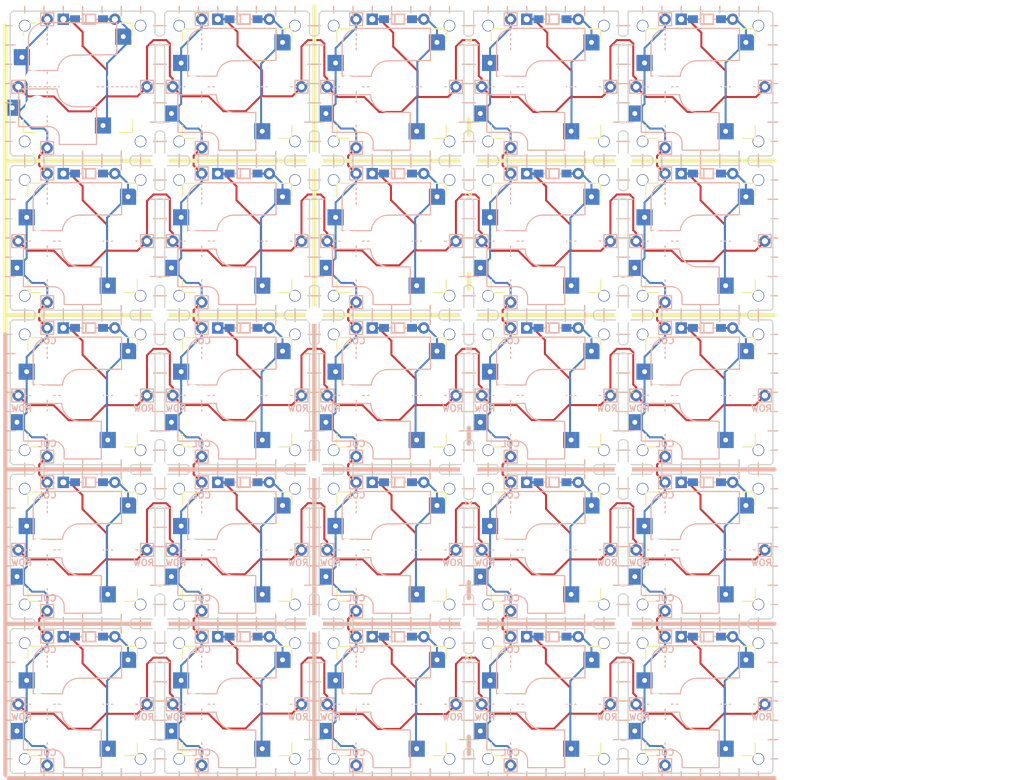
<source format=kicad_pcb>
(kicad_pcb (version 20240108) (generator "pcbnew") (generator_version "8.0")
  (title_block (title "SU120 Yakitori Keyboard") (rev "8") (company "@e3w2q"))
  (layers (0 "F.Cu" signal) (31 "B.Cu" signal) (34 "B.Paste" user) (35 "F.Paste" user) (36 "B.SilkS" user "B.Silkscreen") (37 "F.SilkS" user "F.Silkscreen") (38 "B.Mask" user) (39 "F.Mask" user) (44 "Edge.Cuts" user))
  (net 0 "")
  (net 1 "Net-(D1-Pad2)")
  (net 2 "Net-(D2-Pad2)")
  (net 3 "Net-(D3-Pad2)")
  (net 4 "Net-(D4-Pad2)")
  (net 5 "Net-(D10-Pad2)")
  (net 6 "Net-(D5-Pad2)")
  (net 7 "Net-(D6-Pad2)")
  (net 8 "Net-(D7-Pad2)")
  (net 9 "Net-(D8-Pad2)")
  (net 10 "Net-(D9-Pad2)")
  (net 11 "Net-(D11-Pad2)")
  (net 12 "Net-(D12-Pad2)")
  (net 13 "Y1")
  (net 14 "Y2")
  (net 15 "Y3")
  (net 16 "X1")
  (net 17 "X2")
  (net 18 "X3")
  (net 19 "X4")
  (net 20 "X5")
  (net 21 "Net-(D13-Pad2)")
  (net 22 "Net-(D14-Pad2)")
  (net 23 "Net-(D15-Pad2)")
  (footprint "#footprint:1pin_conn" (layer "F.Cu") (at 47.228125 77.7875)
    (property "Reference" "H1")
    (property "Value" "MountingHole_Pad" (hide yes))
  )
  (footprint "#footprint:1pin_conn" (layer "F.Cu") (at 47.228125 93.6625)
    (property "Reference" "H6")
    (property "Value" "MountingHole_Pad" (hide yes))
  )
  (footprint "#footprint:1pin_conn" (layer "F.Cu") (at 66.278125 93.6625)
    (property "Reference" "H7")
    (property "Value" "MountingHole_Pad" (hide yes))
  )
  (footprint "#footprint:1pin_conn" (layer "F.Cu") (at 43.65625 86.121875)
    (property "Reference" "H11")
    (property "Value" "MountingHole_Pad" (hide yes))
  )
  (footprint "#footprint:1pin_conn" (layer "F.Cu") (at 59.53125 86.121875)
    (property "Reference" "H12")
    (property "Value" "MountingHole_Pad" (hide yes))
  )
  (footprint "#footprint:1pin_conn" (layer "F.Cu") (at 100.80625 86.121875)
    (property "Reference" "H17")
    (property "Value" "MountingHole_Pad" (hide yes))
  )
  (footprint "#footprint:1pin_conn" (layer "F.Cu") (at 119.85625 86.121875)
    (property "Reference" "H19")
    (property "Value" "MountingHole_Pad" (hide yes))
  )
  (footprint "#footprint:1pin_conn" (layer "F.Cu") (at 47.228125 96.8375)
    (property "Reference" "H21")
    (property "Value" "MountingHole_Pad" (hide yes))
  )
  (footprint "#footprint:1pin_conn" (layer "F.Cu") (at 47.228125 112.7125)
    (property "Reference" "H26")
    (property "Value" "MountingHole_Pad" (hide yes))
  )
  (footprint "#footprint:1pin_conn" (layer "F.Cu") (at 43.65625 105.171875)
    (property "Reference" "H31")
    (property "Value" "MountingHole_Pad" (hide yes))
  )
  (footprint "#footprint:1pin_conn" (layer "F.Cu") (at 59.53125 105.171875)
    (property "Reference" "H32")
    (property "Value" "MountingHole_Pad" (hide yes))
  )
  (footprint "#footprint:1pin_conn" (layer "F.Cu") (at 97.63125 105.171875)
    (property "Reference" "H36")
    (property "Value" "MountingHole_Pad" (hide yes))
  )
  (footprint "#footprint:1pin_conn" (layer "F.Cu") (at 116.68125 105.171875)
    (property "Reference" "H38")
    (property "Value" "MountingHole_Pad" (hide yes))
  )
  (footprint "#footprint:1pin_conn" (layer "F.Cu") (at 66.278125 77.7875)
    (property "Reference" "H2")
    (property "Value" "MountingHole_Pad" (hide yes))
  )
  (footprint "#footprint:1pin_conn" (layer "F.Cu") (at 85.328125 77.7875)
    (property "Reference" "H3")
    (property "Value" "MountingHole_Pad" (hide yes))
  )
  (footprint "#footprint:1pin_conn" (layer "F.Cu") (at 104.378125 77.7875)
    (property "Reference" "H4")
    (property "Value" "MountingHole_Pad" (hide yes))
  )
  (footprint "#footprint:1pin_conn" (layer "F.Cu") (at 123.428125 77.7875)
    (property "Reference" "H5")
    (property "Value" "MountingHole_Pad" (hide yes))
  )
  (footprint "#footprint:1pin_conn" (layer "F.Cu") (at 85.328125 93.6625)
    (property "Reference" "H8")
    (property "Value" "MountingHole_Pad" (hide yes))
  )
  (footprint "#footprint:1pin_conn" (layer "F.Cu") (at 104.378125 93.6625)
    (property "Reference" "H9")
    (property "Value" "MountingHole_Pad" (hide yes))
  )
  (footprint "#footprint:1pin_conn" (layer "F.Cu") (at 123.428125 93.6625)
    (property "Reference" "H10")
    (property "Value" "MountingHole_Pad" (hide yes))
  )
  (footprint "#footprint:1pin_conn" (layer "F.Cu") (at 62.70625 86.121875)
    (property "Reference" "H13")
    (property "Value" "MountingHole_Pad" (hide yes))
  )
  (footprint "#footprint:1pin_conn" (layer "F.Cu") (at 78.58125 86.121875)
    (property "Reference" "H14")
    (property "Value" "MountingHole_Pad" (hide yes))
  )
  (footprint "#footprint:1pin_conn" (layer "F.Cu") (at 81.75625 86.121875)
    (property "Reference" "H15")
    (property "Value" "MountingHole_Pad" (hide yes))
  )
  (footprint "#footprint:1pin_conn" (layer "F.Cu") (at 97.63125 86.121875)
    (property "Reference" "H16")
    (property "Value" "MountingHole_Pad" (hide yes))
  )
  (footprint "#footprint:1pin_conn" (layer "F.Cu") (at 116.68125 86.121875)
    (property "Reference" "H18")
    (property "Value" "MountingHole_Pad" (hide yes))
  )
  (footprint "#footprint:1pin_conn" (layer "F.Cu") (at 135.73125 86.121875)
    (property "Reference" "H20")
    (property "Value" "MountingHole_Pad" (hide yes))
  )
  (footprint "#footprint:1pin_conn" (layer "F.Cu") (at 66.278125 96.8375)
    (property "Reference" "H22")
    (property "Value" "MountingHole_Pad" (hide yes))
  )
  (footprint "#footprint:1pin_conn" (layer "F.Cu") (at 85.328125 96.8375)
    (property "Reference" "H23")
    (property "Value" "MountingHole_Pad" (hide yes))
  )
  (footprint "#footprint:1pin_conn" (layer "F.Cu") (at 104.378125 96.8375)
    (property "Reference" "H24")
    (property "Value" "MountingHole_Pad" (hide yes))
  )
  (footprint "#footprint:1pin_conn" (layer "F.Cu") (at 123.428125 96.8375)
    (property "Reference" "H25")
    (property "Value" "MountingHole_Pad" (hide yes))
  )
  (footprint "#footprint:1pin_conn" (layer "F.Cu") (at 66.278125 112.7125)
    (property "Reference" "H27")
    (property "Value" "MountingHole_Pad" (hide yes))
  )
  (footprint "#footprint:1pin_conn" (layer "F.Cu") (at 85.328125 112.7125)
    (property "Reference" "H28")
    (property "Value" "MountingHole_Pad" (hide yes))
  )
  (footprint "#footprint:1pin_conn" (layer "F.Cu") (at 104.378125 112.7125)
    (property "Reference" "H29")
    (property "Value" "MountingHole_Pad" (hide yes))
  )
  (footprint "#footprint:1pin_conn" (layer "F.Cu") (at 123.428125 112.7125)
    (property "Reference" "H30")
    (property "Value" "MountingHole_Pad" (hide yes))
  )
  (footprint "#footprint:1pin_conn" (layer "F.Cu") (at 62.70625 105.171875)
    (property "Reference" "H33")
    (property "Value" "MountingHole_Pad" (hide yes))
  )
  (footprint "#footprint:1pin_conn" (layer "F.Cu") (at 78.58125 105.171875)
    (property "Reference" "H34")
    (property "Value" "MountingHole_Pad" (hide yes))
  )
  (footprint "#footprint:1pin_conn" (layer "F.Cu") (at 81.75625 105.171875)
    (property "Reference" "H35")
    (property "Value" "MountingHole_Pad" (hide yes))
  )
  (footprint "#footprint:1pin_conn" (layer "F.Cu") (at 100.80625 105.171875)
    (property "Reference" "H37")
    (property "Value" "MountingHole_Pad" (hide yes))
  )
  (footprint "#footprint:1pin_conn" (layer "F.Cu") (at 119.85625 105.171875)
    (property "Reference" "H39")
    (property "Value" "MountingHole_Pad" (hide yes))
  )
  (footprint "#footprint:1pin_conn" (layer "F.Cu") (at 135.73125 105.171875)
    (property "Reference" "H40")
    (property "Value" "MountingHole_Pad" (hide yes))
  )
  (footprint "#footprint:diode_TH_SMD_rev2" (layer "F.Cu") (at 87.709375 115.8875)
    (property "Reference" "D13")
    (property "Value" "D" (hide yes))
  )
  (footprint "#footprint:diode_TH_SMD_rev2" (layer "F.Cu") (at 106.759375 115.8875)
    (property "Reference" "D14")
    (property "Value" "D" (hide yes))
  )
  (footprint "#footprint:diode_TH_SMD_rev2" (layer "F.Cu") (at 125.809375 115.8875)
    (property "Reference" "D15")
    (property "Value" "D" (hide yes))
  )
  (footprint "#footprint:1pin_conn" (layer "F.Cu") (at 47.228077 115.8875)
    (property "Reference" "H113" (hide yes))
    (property "Value" "MountingHole_Pad" (hide yes))
  )
  (footprint "#footprint:1pin_conn" (layer "F.Cu") (at 66.278125 115.8875)
    (property "Reference" "H114" (hide yes))
    (property "Value" "MountingHole_Pad" (hide yes))
  )
  (footprint "#footprint:1pin_conn" (layer "F.Cu") (at 85.328125 115.8875)
    (property "Reference" "H115" (hide yes))
    (property "Value" "MountingHole_Pad" (hide yes))
  )
  (footprint "#footprint:1pin_conn" (layer "F.Cu") (at 104.378125 115.8875)
    (property "Reference" "H116" (hide yes))
    (property "Value" "MountingHole_Pad" (hide yes))
  )
  (footprint "#footprint:1pin_conn" (layer "F.Cu") (at 123.428269 115.8875)
    (property "Reference" "H117" (hide yes))
    (property "Value" "MountingHole_Pad" (hide yes))
  )
  (footprint "#footprint:1pin_conn" (layer "F.Cu") (at 47.228125 131.7625)
    (property "Reference" "H118" (hide yes))
    (property "Value" "MountingHole_Pad" (hide yes))
  )
  (footprint "#footprint:1pin_conn" (layer "F.Cu") (at 66.278125 131.7625)
    (property "Reference" "H119" (hide yes))
    (property "Value" "MountingHole_Pad" (hide yes))
  )
  (footprint "#footprint:1pin_conn" (layer "F.Cu") (at 85.328125 131.7625)
    (property "Reference" "H120" (hide yes))
    (property "Value" "MountingHole_Pad" (hide yes))
  )
  (footprint "#footprint:1pin_conn" (layer "F.Cu") (at 104.378125 131.7625)
    (property "Reference" "H121" (hide yes))
    (property "Value" "MountingHole_Pad" (hide yes))
  )
  (footprint "#footprint:1pin_conn" (layer "F.Cu") (at 123.428125 131.7625)
    (property "Reference" "H122" (hide yes))
    (property "Value" "MountingHole_Pad" (hide yes))
  )
  (footprint "#footprint:1pin_conn" (layer "F.Cu") (at 43.65625 124.221875)
    (property "Reference" "H123" (hide yes))
    (property "Value" "MountingHole_Pad" (hide yes))
  )
  (footprint "#footprint:1pin_conn" (layer "F.Cu") (at 59.53125 124.221875)
    (property "Reference" "H124" (hide yes))
    (property "Value" "MountingHole_Pad" (hide yes))
  )
  (footprint "#footprint:1pin_conn" (layer "F.Cu") (at 62.70625 124.221875)
    (property "Reference" "H125" (hide yes))
    (property "Value" "MountingHole_Pad" (hide yes))
  )
  (footprint "#footprint:1pin_conn" (layer "F.Cu") (at 78.581298 124.221923)
    (property "Reference" "H126" (hide yes))
    (property "Value" "MountingHole_Pad" (hide yes))
  )
  (footprint "#footprint:1pin_conn" (layer "F.Cu") (at 81.75625 124.221923)
    (property "Reference" "H127" (hide yes))
    (property "Value" "MountingHole_Pad" (hide yes))
  )
  (footprint "#footprint:1pin_conn" (layer "F.Cu") (at 97.631346 124.221923)
    (property "Reference" "H128" (hide yes))
    (property "Value" "MountingHole_Pad" (hide yes))
  )
  (footprint "#footprint:1pin_conn" (layer "F.Cu") (at 100.80625 124.221875)
    (property "Reference" "H129" (hide yes))
    (property "Value" "MountingHole_Pad" (hide yes))
  )
  (footprint "#footprint:1pin_conn" (layer "F.Cu") (at 116.681394 124.221923)
    (property "Reference" "H130" (hide yes))
    (property "Value" "MountingHole_Pad" (hide yes))
  )
  (footprint "#footprint:1pin_conn" (layer "F.Cu") (at 119.85625 124.221875)
    (property "Reference" "H131" (hide yes))
    (property "Value" "MountingHole_Pad" (hide yes))
  )
  (footprint "#footprint:1pin_conn" (layer "F.Cu") (at 135.73125 124.221875)
    (property "Reference" "H132" (hide yes))
    (property "Value" "MountingHole_Pad" (hide yes))
  )
  (footprint "#footprint:diode_TH_SMD_rev2" (layer "F.Cu") (at 49.609375 77.7875)
    (property "Reference" "D1")
    (property "Value" "D" (hide yes))
  )
  (footprint "#footprint:diode_TH_SMD_rev2" (layer "F.Cu") (at 68.659375 77.7875)
    (property "Reference" "D2")
    (property "Value" "D" (hide yes))
  )
  (footprint "#footprint:diode_TH_SMD_rev2" (layer "F.Cu") (at 87.709375 77.7875)
    (property "Reference" "D3")
    (property "Value" "D" (hide yes))
  )
  (footprint "#footprint:diode_TH_SMD_rev2" (layer "F.Cu") (at 106.759375 77.7875)
    (property "Reference" "D4")
    (property "Value" "D" (hide yes))
  )
  (footprint "#footprint:diode_TH_SMD_rev2" (layer "F.Cu") (at 125.809375 77.7875)
    (property "Reference" "D5")
    (property "Value" "D" (hide yes))
  )
  (footprint "#footprint:diode_TH_SMD_rev2" (layer "F.Cu") (at 49.609375 96.8375)
    (property "Reference" "D6")
    (property "Value" "D" (hide yes))
  )
  (footprint "#footprint:diode_TH_SMD_rev2" (layer "F.Cu") (at 68.659375 96.8375)
    (property "Reference" "D7")
    (property "Value" "D" (hide yes))
  )
  (footprint "#footprint:diode_TH_SMD_rev2" (layer "F.Cu") (at 87.709375 96.8375)
    (property "Reference" "D8")
    (property "Value" "D" (hide yes))
  )
  (footprint "#footprint:diode_TH_SMD_rev2" (layer "F.Cu") (at 106.759375 96.8375)
    (property "Reference" "D9")
    (property "Value" "D" (hide yes))
  )
  (footprint "#footprint:diode_TH_SMD_rev2" (layer "F.Cu") (at 125.809375 96.8375)
    (property "Reference" "D10")
    (property "Value" "D" (hide yes))
  )
  (footprint "#footprint:diode_TH_SMD_rev2" (layer "F.Cu") (at 49.609375 115.8875)
    (property "Reference" "D11")
    (property "Value" "D" (hide yes))
  )
  (footprint "#footprint:diode_TH_SMD_rev2" (layer "F.Cu") (at 68.659375 115.8875)
    (property "Reference" "D12")
    (property "Value" "D" (hide yes))
  )
  (footprint "#footprint:M1.4_tapping_Hole_rev2" (layer "F.Cu") (at 44.45 130.96875)
    (property "Reference" "" (hide yes))
    (property "Value" "" (hide yes))
  )
  (footprint "#footprint:M1.4_tapping_Hole_rev2" (layer "F.Cu") (at 58.7375 130.96875)
    (property "Reference" "" (hide yes))
    (property "Value" "" (hide yes))
  )
  (footprint "#footprint:M1.4_tapping_Hole_rev2" (layer "F.Cu") (at 63.5 130.96875)
    (property "Reference" "" (hide yes))
    (property "Value" "" (hide yes))
  )
  (footprint "#footprint:M1.4_tapping_Hole_rev2" (layer "F.Cu") (at 77.7875 130.96875)
    (property "Reference" "" (hide yes))
    (property "Value" "" (hide yes))
  )
  (footprint "#footprint:M1.4_tapping_Hole_rev2" (layer "F.Cu") (at 82.55 130.96875)
    (property "Reference" "" (hide yes))
    (property "Value" "" (hide yes))
  )
  (footprint "#footprint:M1.4_tapping_Hole_rev2" (layer "F.Cu") (at 96.8375 130.96875)
    (property "Reference" "" (hide yes))
    (property "Value" "" (hide yes))
  )
  (footprint "#footprint:M1.4_tapping_Hole_rev2" (layer "F.Cu") (at 101.6 130.96875)
    (property "Reference" "" (hide yes))
    (property "Value" "" (hide yes))
  )
  (footprint "#footprint:M1.4_tapping_Hole_rev2" (layer "F.Cu") (at 115.8875 130.96875)
    (property "Reference" "" (hide yes))
    (property "Value" "" (hide yes))
  )
  (footprint "#footprint:M1.4_tapping_Hole_rev2" (layer "F.Cu") (at 120.65 130.96875)
    (property "Reference" "" (hide yes))
    (property "Value" "" (hide yes))
  )
  (footprint "#footprint:M1.4_tapping_Hole_rev2" (layer "F.Cu") (at 134.9375 130.96875)
    (property "Reference" "" (hide yes))
    (property "Value" "" (hide yes))
  )
  (footprint "#footprint:M1.4_tapping_Hole_rev2" (layer "F.Cu") (at 134.9375 116.68125)
    (property "Reference" "" (hide yes))
    (property "Value" "" (hide yes))
  )
  (footprint "#footprint:M1.4_tapping_Hole_rev2" (layer "F.Cu") (at 120.65 116.68125)
    (property "Reference" "" (hide yes))
    (property "Value" "" (hide yes))
  )
  (footprint "#footprint:M1.4_tapping_Hole_rev2" (layer "F.Cu") (at 115.8875 116.68125)
    (property "Reference" "" (hide yes))
    (property "Value" "" (hide yes))
  )
  (footprint "#footprint:M1.4_tapping_Hole_rev2" (layer "F.Cu") (at 101.6 116.68125)
    (property "Reference" "" (hide yes))
    (property "Value" "" (hide yes))
  )
  (footprint "#footprint:M1.4_tapping_Hole_rev2" (layer "F.Cu") (at 96.8375 116.68125)
    (property "Reference" "" (hide yes))
    (property "Value" "" (hide yes))
  )
  (footprint "#footprint:M1.4_tapping_Hole_rev2" (layer "F.Cu") (at 82.55 116.68125)
    (property "Reference" "" (hide yes))
    (property "Value" "" (hide yes))
  )
  (footprint "#footprint:M1.4_tapping_Hole_rev2" (layer "F.Cu") (at 77.7875 116.68125)
    (property "Reference" "" (hide yes))
    (property "Value" "" (hide yes))
  )
  (footprint "#footprint:M1.4_tapping_Hole_rev2" (layer "F.Cu") (at 63.5 116.68125)
    (property "Reference" "" (hide yes))
    (property "Value" "" (hide yes))
  )
  (footprint "#footprint:M1.4_tapping_Hole_rev2" (layer "F.Cu") (at 58.7375 116.68125)
    (property "Reference" "" (hide yes))
    (property "Value" "" (hide yes))
  )
  (footprint "#footprint:M1.4_tapping_Hole_rev2" (layer "F.Cu") (at 44.45 116.68125)
    (property "Reference" "" (hide yes))
    (property "Value" "" (hide yes))
  )
  (footprint "#footprint:M1.4_tapping_Hole_rev2" (layer "F.Cu") (at 44.45 111.91875)
    (property "Reference" "" (hide yes))
    (property "Value" "" (hide yes))
  )
  (footprint "#footprint:M1.4_tapping_Hole_rev2" (layer "F.Cu") (at 58.7375 111.91875)
    (property "Reference" "" (hide yes))
    (property "Value" "" (hide yes))
  )
  (footprint "#footprint:M1.4_tapping_Hole_rev2" (layer "F.Cu") (at 63.5 111.91875)
    (property "Reference" "" (hide yes))
    (property "Value" "" (hide yes))
  )
  (footprint "#footprint:M1.4_tapping_Hole_rev2" (layer "F.Cu") (at 77.7875 111.91875)
    (property "Reference" "" (hide yes))
    (property "Value" "" (hide yes))
  )
  (footprint "#footprint:M1.4_tapping_Hole_rev2" (layer "F.Cu") (at 82.55 111.91875)
    (property "Reference" "" (hide yes))
    (property "Value" "" (hide yes))
  )
  (footprint "#footprint:M1.4_tapping_Hole_rev2" (layer "F.Cu") (at 96.8375 111.91875)
    (property "Reference" "" (hide yes))
    (property "Value" "" (hide yes))
  )
  (footprint "#footprint:M1.4_tapping_Hole_rev2" (layer "F.Cu") (at 101.6 111.91875)
    (property "Reference" "" (hide yes))
    (property "Value" "" (hide yes))
  )
  (footprint "#footprint:M1.4_tapping_Hole_rev2" (layer "F.Cu") (at 115.8875 111.91875)
    (property "Reference" "" (hide yes))
    (property "Value" "" (hide yes))
  )
  (footprint "#footprint:M1.4_tapping_Hole_rev2" (layer "F.Cu") (at 120.65 111.91875)
    (property "Reference" "" (hide yes))
    (property "Value" "" (hide yes))
  )
  (footprint "#footprint:M1.4_tapping_Hole_rev2" (layer "F.Cu") (at 134.9375 111.91875)
    (property "Reference" "" (hide yes))
    (property "Value" "" (hide yes))
  )
  (footprint "#footprint:M1.4_tapping_Hole_rev2" (layer "F.Cu") (at 134.9375 97.63125)
    (property "Reference" "" (hide yes))
    (property "Value" "" (hide yes))
  )
  (footprint "#footprint:M1.4_tapping_Hole_rev2" (layer "F.Cu") (at 120.65 97.63125)
    (property "Reference" "" (hide yes))
    (property "Value" "" (hide yes))
  )
  (footprint "#footprint:M1.4_tapping_Hole_rev2" (layer "F.Cu") (at 115.8875 97.63125)
    (property "Reference" "" (hide yes))
    (property "Value" "" (hide yes))
  )
  (footprint "#footprint:M1.4_tapping_Hole_rev2" (layer "F.Cu") (at 101.6 97.63125)
    (property "Reference" "" (hide yes))
    (property "Value" "" (hide yes))
  )
  (footprint "#footprint:M1.4_tapping_Hole_rev2" (layer "F.Cu") (at 96.8375 97.63125)
    (property "Reference" "" (hide yes))
    (property "Value" "" (hide yes))
  )
  (footprint "#footprint:M1.4_tapping_Hole_rev2" (layer "F.Cu") (at 82.55 97.63125)
    (property "Reference" "" (hide yes))
    (property "Value" "" (hide yes))
  )
  (footprint "#footprint:M1.4_tapping_Hole_rev2" (layer "F.Cu") (at 77.7875 97.63125)
    (property "Reference" "" (hide yes))
    (property "Value" "" (hide yes))
  )
  (footprint "#footprint:M1.4_tapping_Hole_rev2" (layer "F.Cu") (at 63.5 97.63125)
    (property "Reference" "" (hide yes))
    (property "Value" "" (hide yes))
  )
  (footprint "#footprint:M1.4_tapping_Hole_rev2" (layer "F.Cu") (at 58.7375 97.63125)
    (property "Reference" "" (hide yes))
    (property "Value" "" (hide yes))
  )
  (footprint "#footprint:M1.4_tapping_Hole_rev2" (layer "F.Cu") (at 44.45 97.63125)
    (property "Reference" "" (hide yes))
    (property "Value" "" (hide yes))
  )
  (footprint "#footprint:M1.4_tapping_Hole_rev2" (layer "F.Cu") (at 44.45 92.86875)
    (property "Reference" "" (hide yes))
    (property "Value" "" (hide yes))
  )
  (footprint "#footprint:M1.4_tapping_Hole_rev2" (layer "F.Cu") (at 58.7375 92.86875)
    (property "Reference" "" (hide yes))
    (property "Value" "" (hide yes))
  )
  (footprint "#footprint:M1.4_tapping_Hole_rev2" (layer "F.Cu") (at 63.5 92.86875)
    (property "Reference" "" (hide yes))
    (property "Value" "" (hide yes))
  )
  (footprint "#footprint:M1.4_tapping_Hole_rev2" (layer "F.Cu") (at 77.7875 92.86875)
    (property "Reference" "" (hide yes))
    (property "Value" "" (hide yes))
  )
  (footprint "#footprint:M1.4_tapping_Hole_rev2" (layer "F.Cu") (at 82.55 92.86875)
    (property "Reference" "" (hide yes))
    (property "Value" "" (hide yes))
  )
  (footprint "#footprint:M1.4_tapping_Hole_rev2" (layer "F.Cu") (at 96.8375 92.86875)
    (property "Reference" "" (hide yes))
    (property "Value" "" (hide yes))
  )
  (footprint "#footprint:M1.4_tapping_Hole_rev2" (layer "F.Cu") (at 101.6 92.86875)
    (property "Reference" "" (hide yes))
    (property "Value" "" (hide yes))
  )
  (footprint "#footprint:M1.4_tapping_Hole_rev2" (layer "F.Cu") (at 115.8875 92.86875)
    (property "Reference" "" (hide yes))
    (property "Value" "" (hide yes))
  )
  (footprint "#footprint:M1.4_tapping_Hole_rev2" (layer "F.Cu") (at 120.65 92.86875)
    (property "Reference" "" (hide yes))
    (property "Value" "" (hide yes))
  )
  (footprint "#footprint:M1.4_tapping_Hole_rev2" (layer "F.Cu") (at 134.9375 92.86875)
    (property "Reference" "" (hide yes))
    (property "Value" "" (hide yes))
  )
  (footprint "#footprint:M1.4_tapping_Hole_rev2" (layer "F.Cu") (at 134.9375 78.58125)
    (property "Reference" "" (hide yes))
    (property "Value" "" (hide yes))
  )
  (footprint "#footprint:M1.4_tapping_Hole_rev2" (layer "F.Cu") (at 120.65 78.58125)
    (property "Reference" "" (hide yes))
    (property "Value" "" (hide yes))
  )
  (footprint "#footprint:M1.4_tapping_Hole_rev2" (layer "F.Cu") (at 115.8875 78.58125)
    (property "Reference" "" (hide yes))
    (property "Value" "" (hide yes))
  )
  (footprint "#footprint:M1.4_tapping_Hole_rev2" (layer "F.Cu") (at 101.6 78.58125)
    (property "Reference" "" (hide yes))
    (property "Value" "" (hide yes))
  )
  (footprint "#footprint:M1.4_tapping_Hole_rev2" (layer "F.Cu") (at 96.8375 78.58125)
    (property "Reference" "" (hide yes))
    (property "Value" "" (hide yes))
  )
  (footprint "#footprint:M1.4_tapping_Hole_rev2" (layer "F.Cu") (at 82.55 78.58125)
    (property "Reference" "" (hide yes))
    (property "Value" "" (hide yes))
  )
  (footprint "#footprint:M1.4_tapping_Hole_rev2" (layer "F.Cu") (at 77.7875 78.58125)
    (property "Reference" "" (hide yes))
    (property "Value" "" (hide yes))
  )
  (footprint "#footprint:M1.4_tapping_Hole_rev2" (layer "F.Cu") (at 63.5 78.58125)
    (property "Reference" "" (hide yes))
    (property "Value" "" (hide yes))
  )
  (footprint "#footprint:M1.4_tapping_Hole_rev2" (layer "F.Cu") (at 58.7375 78.58125)
    (property "Reference" "" (hide yes))
    (property "Value" "" (hide yes))
  )
  (footprint "#footprint:M1.4_tapping_Hole_rev2" (layer "F.Cu") (at 44.45 78.58125)
    (property "Reference" "" (hide yes))
    (property "Value" "" (hide yes))
  )
  (footprint "#footprint:CherryMX_MidHeight_Choc_Hotswap_rev5" (layer "F.Cu") (at 51.59375 85.725)
    (property "Reference" "SW1" (hide yes))
    (property "Value" "SW_Push" (hide yes))
  )
  (footprint "#footprint:CherryMX_MidHeight_Choc_Hotswap_rev5" (layer "F.Cu") (at 70.64375 85.725)
    (property "Reference" "SW2" (hide yes))
    (property "Value" "SW_Push" (hide yes))
  )
  (footprint "#footprint:CherryMX_MidHeight_Choc_Hotswap_rev5" (layer "F.Cu") (at 89.69375 85.725)
    (property "Reference" "SW3" (hide yes))
    (property "Value" "SW_Push" (hide yes))
  )
  (footprint "#footprint:CherryMX_MidHeight_Choc_Hotswap_rev5" (layer "F.Cu") (at 108.74375 85.725)
    (property "Reference" "SW4" (hide yes))
    (property "Value" "SW_Push" (hide yes))
  )
  (footprint "#footprint:CherryMX_MidHeight_Choc_Hotswap_rev5" (layer "F.Cu") (at 127.79375 85.725)
    (property "Reference" "SW5" (hide yes))
    (property "Value" "SW_Push" (hide yes))
  )
  (footprint "#footprint:CherryMX_MidHeight_Choc_Hotswap_rev5" (layer "F.Cu") (at 51.59375 104.775)
    (property "Reference" "SW6" (hide yes))
    (property "Value" "SW_Push" (hide yes))
  )
  (footprint "#footprint:CherryMX_MidHeight_Choc_Hotswap_rev5" (layer "F.Cu") (at 70.64375 104.775)
    (property "Reference" "SW7" (hide yes))
    (property "Value" "SW_Push" (hide yes))
  )
  (footprint "#footprint:CherryMX_MidHeight_Choc_Hotswap_rev5" (layer "F.Cu") (at 89.69375 104.775)
    (property "Reference" "SW8" (hide yes))
    (property "Value" "SW_Push" (hide yes))
  )
  (footprint "#footprint:CherryMX_MidHeight_Choc_Hotswap_rev5" (layer "F.Cu") (at 108.74375 104.775)
    (property "Reference" "SW9" (hide yes))
    (property "Value" "SW_Push" (hide yes))
  )
  (footprint "#footprint:CherryMX_MidHeight_Choc_Hotswap_rev5" (layer "F.Cu") (at 127.79375 104.775)
    (property "Reference" "SW10" (hide yes))
    (property "Value" "SW_Push" (hide yes))
  )
  (footprint "#footprint:CherryMX_MidHeight_Choc_Hotswap_rev5" (layer "F.Cu") (at 51.59375 123.825)
    (property "Reference" "SW11" (hide yes))
    (property "Value" "SW_Push" (hide yes))
  )
  (footprint "#footprint:CherryMX_MidHeight_Choc_Hotswap_rev5" (layer "F.Cu") (at 70.64375 123.825)
    (property "Reference" "SW12" (hide yes))
    (property "Value" "SW_Push" (hide yes))
  )
  (footprint "#footprint:CherryMX_MidHeight_Choc_Hotswap_rev5" (layer "F.Cu") (at 89.69375 123.825)
    (property "Reference" "SW13" (hide yes))
    (property "Value" "SW_Push" (hide yes))
  )
  (footprint "#footprint:CherryMX_MidHeight_Choc_Hotswap_rev5" (layer "F.Cu") (at 108.74375 123.825)
    (property "Reference" "SW14" (hide yes))
    (property "Value" "SW_Push" (hide yes))
  )
  (footprint "#footprint:CherryMX_MidHeight_Choc_Hotswap_rev5" (layer "F.Cu") (at 127.79375 123.825)
    (property "Reference" "SW15" (hide yes))
    (property "Value" "SW_Push" (hide yes))
  )
  (footprint "#footprint:M2_Hole" (layer "F.Cu") (at 118.26875 95.250048)
    (property "Reference" "" (hide yes))
    (property "Value" "" (hide yes))
  )
  (footprint "#footprint:M2_Hole" (layer "F.Cu") (at 99.218702 95.250048)
    (property "Reference" "" (hide yes))
    (property "Value" "" (hide yes))
  )
  (footprint "#footprint:M2_Hole" (layer "F.Cu") (at 80.168654 95.250048)
    (property "Reference" "" (hide yes))
    (property "Value" "" (hide yes))
  )
  (footprint "#footprint:M2_Hole" (layer "F.Cu") (at 61.118606 95.250048)
    (property "Reference" "" (hide yes))
    (property "Value" "" (hide yes))
  )
  (footprint "#footprint:M2_Hole" (layer "F.Cu") (at 61.118606 114.300096)
    (property "Reference" "" (hide yes))
    (property "Value" "" (hide yes))
  )
  (footprint "#footprint:M2_Hole" (layer "F.Cu") (at 80.168654 114.300096)
    (property "Reference" "" (hide yes))
    (property "Value" "" (hide yes))
  )
  (footprint "#footprint:M2_Hole" (layer "F.Cu") (at 99.218702 114.300096)
    (property "Reference" "" (hide yes))
    (property "Value" "" (hide yes))
  )
  (footprint "#footprint:M2_Hole" (layer "F.Cu") (at 118.26875 114.300096)
    (property "Reference" "" (hide yes))
    (property "Value" "" (hide yes))
  )
  (footprint "#footprint:CherryMX_MidHeight_Choc_Silk" (layer "F.Cu") (at 108.74375 85.725)
    (property "Reference" "" (hide yes))
    (property "Value" "" (hide yes))
  )
  (footprint "#footprint:CherryMX_MidHeight_Choc_Silk" (layer "F.Cu") (at 127.794072 85.725216)
    (property "Reference" "" (hide yes))
    (property "Value" "" (hide yes))
  )
  (footprint "#footprint:CherryMX_MidHeight_Choc_Silk" (layer "F.Cu") (at 89.693976 85.725216)
    (property "Reference" "" (hide yes))
    (property "Value" "" (hide yes))
  )
  (footprint "#footprint:CherryMX_MidHeight_Choc_Silk" (layer "F.Cu") (at 70.64375 85.725)
    (property "Reference" "" (hide yes))
    (property "Value" "" (hide yes))
  )
  (footprint "#footprint:CherryMX_MidHeight_Choc_Silk" (layer "F.Cu") (at 51.59388 85.725216)
    (property "Reference" "" (hide yes))
    (property "Value" "" (hide yes))
  )
  (footprint "#footprint:CherryMX_MidHeight_Choc_Silk" (layer "F.Cu") (at 51.59375 104.775)
    (property "Reference" "" (hide yes))
    (property "Value" "" (hide yes))
  )
  (footprint "#footprint:CherryMX_MidHeight_Choc_Silk" (layer "F.Cu") (at 70.64375 104.775)
    (property "Reference" "" (hide yes))
    (property "Value" "" (hide yes))
  )
  (footprint "#footprint:CherryMX_MidHeight_Choc_Silk" (layer "F.Cu") (at 89.69375 104.775)
    (property "Reference" "" (hide yes))
    (property "Value" "" (hide yes))
  )
  (footprint "#footprint:CherryMX_MidHeight_Choc_Silk" (layer "F.Cu") (at 108.74375 104.775264)
    (property "Reference" "" (hide yes))
    (property "Value" "" (hide yes))
  )
  (footprint "#footprint:CherryMX_MidHeight_Choc_Silk" (layer "F.Cu") (at 127.79375 104.775264)
    (property "Reference" "" (hide yes))
    (property "Value" "" (hide yes))
  )
  (footprint "#footprint:CherryMX_MidHeight_Choc_Silk" (layer "F.Cu") (at 127.79375 123.825)
    (property "Reference" "" (hide yes))
    (property "Value" "" (hide yes))
  )
  (footprint "#footprint:CherryMX_MidHeight_Choc_Silk" (layer "F.Cu") (at 108.74375 123.825)
    (property "Reference" "" (hide yes))
    (property "Value" "" (hide yes))
  )
  (footprint "#footprint:CherryMX_MidHeight_Choc_Silk" (layer "F.Cu") (at 89.69375 123.825)
    (property "Reference" "" (hide yes))
    (property "Value" "" (hide yes))
  )
  (footprint "#footprint:CherryMX_MidHeight_Choc_Silk" (layer "F.Cu") (at 70.64375 123.825)
    (property "Reference" "" (hide yes))
    (property "Value" "" (hide yes))
  )
  (footprint "#footprint:CherryMX_MidHeight_Choc_Silk" (layer "F.Cu") (at 51.59375 123.825)
    (property "Reference" "" (hide yes))
    (property "Value" "" (hide yes))
  )
  (footprint "#footprint:CherryMX_MidHeight_Choc_Silk" (layer "F.Cu") (at 108.74375 47.625)
    (property "Reference" "" (hide yes))
    (property "Value" "" (hide yes))
  )
  (footprint "#footprint:1pin_conn" (layer "F.Cu") (at 47.228125 55.5625)
    (property "Reference" "H6")
    (property "Value" "MountingHole_Pad" (hide yes))
  )
  (footprint "#footprint:1pin_conn" (layer "F.Cu") (at 66.278125 55.5625)
    (property "Reference" "H7")
    (property "Value" "MountingHole_Pad" (hide yes))
  )
  (footprint "#footprint:1pin_conn" (layer "F.Cu") (at 43.65625 48.021875)
    (property "Reference" "H11")
    (property "Value" "MountingHole_Pad" (hide yes))
  )
  (footprint "#footprint:1pin_conn" (layer "F.Cu") (at 59.53125 48.021875)
    (property "Reference" "H12")
    (property "Value" "MountingHole_Pad" (hide yes))
  )
  (footprint "#footprint:CherryMX_MidHeight_Choc_Silk" (layer "F.Cu") (at 127.794072 47.625216)
    (property "Reference" "" (hide yes))
    (property "Value" "" (hide yes))
  )
  (footprint "#footprint:1pin_conn" (layer "F.Cu") (at 47.228125 39.6875)
    (property "Reference" "H1")
    (property "Value" "MountingHole_Pad" (hide yes))
  )
  (footprint "#footprint:1pin_conn" (layer "F.Cu") (at 66.278125 39.6875)
    (property "Reference" "H2")
    (property "Value" "MountingHole_Pad" (hide yes))
  )
  (footprint "#footprint:1pin_conn" (layer "F.Cu") (at 85.328125 39.6875)
    (property "Reference" "H3")
    (property "Value" "MountingHole_Pad" (hide yes))
  )
  (footprint "#footprint:1pin_conn" (layer "F.Cu") (at 104.378125 39.6875)
    (property "Reference" "H4")
    (property "Value" "MountingHole_Pad" (hide yes))
  )
  (footprint "#footprint:1pin_conn" (layer "F.Cu") (at 123.428125 39.6875)
    (property "Reference" "H5")
    (property "Value" "MountingHole_Pad" (hide yes))
  )
  (footprint "#footprint:1pin_conn" (layer "F.Cu") (at 100.80625 48.021875)
    (property "Reference" "H17")
    (property "Value" "MountingHole_Pad" (hide yes))
  )
  (footprint "#footprint:1pin_conn" (layer "F.Cu") (at 119.85625 48.021875)
    (property "Reference" "H19")
    (property "Value" "MountingHole_Pad" (hide yes))
  )
  (footprint "#footprint:1pin_conn" (layer "F.Cu") (at 47.228125 58.7375)
    (property "Reference" "H21")
    (property "Value" "MountingHole_Pad" (hide yes))
  )
  (footprint "#footprint:1pin_conn" (layer "F.Cu") (at 47.228125 74.6125)
    (property "Reference" "H26")
    (property "Value" "MountingHole_Pad" (hide yes))
  )
  (footprint "#footprint:CherryMX_MidHeight_Choc_Silk" (layer "F.Cu") (at 89.693976 47.625216)
    (property "Reference" "" (hide yes))
    (property "Value" "" (hide yes))
  )
  (footprint "#footprint:CherryMX_MidHeight_Choc_Silk" (layer "F.Cu") (at 70.64375 47.625)
    (property "Reference" "" (hide yes))
    (property "Value" "" (hide yes))
  )
  (footprint "#footprint:CherryMX_MidHeight_Choc_Silk" (layer "F.Cu") (at 51.59388 47.625216)
    (property "Reference" "" (hide yes))
    (property "Value" "" (hide yes))
  )
  (footprint "#footprint:CherryMX_MidHeight_Choc_Silk" (layer "F.Cu") (at 51.59375 66.675)
    (property "Reference" "" (hide yes))
    (property "Value" "" (hide yes))
  )
  (footprint "#footprint:CherryMX_MidHeight_Choc_Silk" (layer "F.Cu") (at 70.64375 66.675)
    (property "Reference" "" (hide yes))
    (property "Value" "" (hide yes))
  )
  (footprint "#footprint:CherryMX_MidHeight_Choc_Silk" (layer "F.Cu") (at 89.69375 66.675)
    (property "Reference" "" (hide yes))
    (property "Value" "" (hide yes))
  )
  (footprint "#footprint:CherryMX_MidHeight_Choc_Silk" (layer "F.Cu") (at 108.74375 66.675264)
    (property "Reference" "" (hide yes))
    (property "Value" "" (hide yes))
  )
  (footprint "#footprint:M1.4_tapping_Hole_rev2" (layer "F.Cu") (at 96.8375 40.48125)
    (property "Reference" "" (hide yes))
    (property "Value" "" (hide yes))
  )
  (footprint "#footprint:M1.4_tapping_Hole_rev2" (layer "F.Cu") (at 44.45 40.48125)
    (property "Reference" "" (hide yes))
    (property "Value" "" (hide yes))
  )
  (footprint "#footprint:diode_TH_SMD_rev2" (layer "F.Cu") (at 87.709375 58.7375)
    (property "Reference" "D8")
    (property "Value" "D" (hide yes))
  )
  (footprint "#footprint:CherryMX_MidHeight_Choc_Silk" (layer "F.Cu") (at 127.79375 66.675264)
    (property "Reference" "" (hide yes))
    (property "Value" "" (hide yes))
  )
  (footprint "#footprint:diode_TH_SMD_rev2" (layer "F.Cu") (at 49.609375 58.7375)
    (property "Reference" "D6")
    (property "Value" "D" (hide yes))
  )
  (footprint "#footprint:M2_Hole" (layer "F.Cu") (at 99.218702 57.150048)
    (property "Reference" "" (hide yes))
    (property "Value" "" (hide yes))
  )
  (footprint "#footprint:M1.4_tapping_Hole_rev2" (layer "F.Cu") (at 58.7375 73.81875)
    (property "Reference" "" (hide yes))
    (property "Value" "" (hide yes))
  )
  (footprint "#footprint:M1.4_tapping_Hole_rev2" (layer "F.Cu") (at 115.8875 73.81875)
    (property "Reference" "" (hide yes))
    (property "Value" "" (hide yes))
  )
  (footprint "#footprint:M2_Hole" (layer "F.Cu") (at 80.168654 76.200096)
    (property "Reference" "" (hide yes))
    (property "Value" "" (hide yes))
  )
  (footprint "#footprint:M1.4_tapping_Hole_rev2" (layer "F.Cu") (at 58.7375 59.53125)
    (property "Reference" "" (hide yes))
    (property "Value" "" (hide yes))
  )
  (footprint "#footprint:M1.4_tapping_Hole_rev2" (layer "F.Cu") (at 96.8375 73.81875)
    (property "Reference" "" (hide yes))
    (property "Value" "" (hide yes))
  )
  (footprint "#footprint:M1.4_tapping_Hole_rev2" (layer "F.Cu") (at 101.6 73.81875)
    (property "Reference" "" (hide yes))
    (property "Value" "" (hide yes))
  )
  (footprint "#footprint:M2_Hole" (layer "F.Cu") (at 99.218702 76.200096)
    (property "Reference" "" (hide yes))
    (property "Value" "" (hide yes))
  )
  (footprint "#footprint:M1.4_tapping_Hole_rev2" (layer "F.Cu") (at 134.9375 73.81875)
    (property "Reference" "" (hide yes))
    (property "Value" "" (hide yes))
  )
  (footprint "#footprint:M1.4_tapping_Hole_rev2" (layer "F.Cu") (at 120.65 73.81875)
    (property "Reference" "" (hide yes))
    (property "Value" "" (hide yes))
  )
  (footprint "#footprint:diode_TH_SMD_rev2" (layer "F.Cu") (at 68.659375 39.6875)
    (property "Reference" "D2")
    (property "Value" "D" (hide yes))
  )
  (footprint "#footprint:diode_TH_SMD_rev2" (layer "F.Cu") (at 68.659375 58.7375)
    (property "Reference" "D7")
    (property "Value" "D" (hide yes))
  )
  (footprint "#footprint:M2_Hole" (layer "F.Cu") (at 80.168654 57.150048)
    (property "Reference" "" (hide yes))
    (property "Value" "" (hide yes))
  )
  (footprint "#footprint:M1.4_tapping_Hole_rev2" (layer "F.Cu") (at 63.5 59.53125)
    (property "Reference" "" (hide yes))
    (property "Value" "" (hide yes))
  )
  (footprint "#footprint:M1.4_tapping_Hole_rev2" (layer "F.Cu") (at 44.45 73.81875)
    (property "Reference" "" (hide yes))
    (property "Value" "" (hide yes))
  )
  (footprint "#footprint:M1.4_tapping_Hole_rev2" (layer "F.Cu") (at 77.7875 59.53125)
    (property "Reference" "" (hide yes))
    (property "Value" "" (hide yes))
  )
  (footprint "#footprint:M1.4_tapping_Hole_rev2" (layer "F.Cu") (at 115.8875 40.48125)
    (property "Reference" "" (hide yes))
    (property "Value" "" (hide yes))
  )
  (footprint "#footprint:M2_Hole" (layer "F.Cu") (at 118.26875 57.150048)
    (property "Reference" "" (hide yes))
    (property "Value" "" (hide yes))
  )
  (footprint "#footprint:M1.4_tapping_Hole_rev2" (layer "F.Cu") (at 82.55 73.81875)
    (property "Reference" "" (hide yes))
    (property "Value" "" (hide yes))
  )
  (footprint "#footprint:M2_Hole" (layer "F.Cu") (at 61.118606 76.200096)
    (property "Reference" "" (hide yes))
    (property "Value" "" (hide yes))
  )
  (footprint "#footprint:M1.4_tapping_Hole_rev2" (layer "F.Cu") (at 63.5 54.76875)
    (property "Reference" "" (hide yes))
    (property "Value" "" (hide yes))
  )
  (footprint "#footprint:M1.4_tapping_Hole_rev2" (layer "F.Cu") (at 134.9375 59.53125)
    (property "Reference" "" (hide yes))
    (property "Value" "" (hide yes))
  )
  (footprint "#footprint:M1.4_tapping_Hole_rev2" (layer "F.Cu") (at 77.7875 73.81875)
    (property "Reference" "" (hide yes))
    (property "Value" "" (hide yes))
  )
  (footprint "#footprint:M1.4_tapping_Hole_rev2" (layer "F.Cu") (at 63.5 73.81875)
    (property "Reference" "" (hide yes))
    (property "Value" "" (hide yes))
  )
  (footprint "#footprint:M1.4_tapping_Hole_rev2" (layer "F.Cu") (at 77.7875 54.76875)
    (property "Reference" "" (hide yes))
    (property "Value" "" (hide yes))
  )
  (footprint "#footprint:M2_Hole" (layer "F.Cu") (at 61.118606 57.150048)
    (property "Reference" "" (hide yes))
    (property "Value" "" (hide yes))
  )
  (footprint "#footprint:M1.4_tapping_Hole_rev2" (layer "F.Cu") (at 44.45 54.76875)
    (property "Reference" "" (hide yes))
    (property "Value" "" (hide yes))
  )
  (footprint "#footprint:diode_TH_SMD_rev2" (layer "F.Cu") (at 125.809375 58.7375)
    (property "Reference" "D10")
    (property "Value" "D" (hide yes))
  )
  (footprint "#footprint:M2_Hole" (layer "F.Cu") (at 118.26875 76.200096)
    (property "Reference" "" (hide yes))
    (property "Value" "" (hide yes))
  )
  (footprint "#footprint:1pin_conn" (layer "F.Cu") (at 43.65625 67.071875)
    (property "Reference" "H31")
    (property "Value" "MountingHole_Pad" (hide yes))
  )
  (footprint "#footprint:1pin_conn" (layer "F.Cu") (at 59.53125 67.071875)
    (property "Reference" "H32")
    (property "Value" "MountingHole_Pad" (hide yes))
  )
  (footprint "#footprint:1pin_conn" (layer "F.Cu") (at 97.63125 67.071875)
    (property "Reference" "H36")
    (property "Value" "MountingHole_Pad" (hide yes))
  )
  (footprint "#footprint:1pin_conn" (layer "F.Cu") (at 116.68125 67.071875)
    (property "Reference" "H38")
    (property "Value" "MountingHole_Pad" (hide yes))
  )
  (footprint "#footprint:1pin_conn" (layer "F.Cu") (at 85.328125 55.5625)
    (property "Reference" "H8")
    (property "Value" "MountingHole_Pad" (hide yes))
  )
  (footprint "#footprint:1pin_conn" (layer "F.Cu") (at 104.378125 55.5625)
    (property "Reference" "H9")
    (property "Value" "MountingHole_Pad" (hide yes))
  )
  (footprint "#footprint:1pin_conn" (layer "F.Cu") (at 123.428125 55.5625)
    (property "Reference" "H10")
    (property "Value" "MountingHole_Pad" (hide yes))
  )
  (footprint "#footprint:1pin_conn" (layer "F.Cu") (at 62.70625 48.021875)
    (property "Reference" "H13")
    (property "Value" "MountingHole_Pad" (hide yes))
  )
  (footprint "#footprint:1pin_conn" (layer "F.Cu") (at 78.58125 48.021875)
    (property "Reference" "H14")
    (property "Value" "MountingHole_Pad" (hide yes))
  )
  (footprint "#footprint:1pin_conn" (layer "F.Cu") (at 81.75625 48.021875)
    (property "Reference" "H15")
    (property "Value" "MountingHole_Pad" (hide yes))
  )
  (footprint "#footprint:1pin_conn" (layer "F.Cu") (at 97.63125 48.021875)
    (property "Reference" "H16")
    (property "Value" "MountingHole_Pad" (hide yes))
  )
  (footprint "#footprint:1pin_conn" (layer "F.Cu") (at 116.68125 48.021875)
    (property "Reference" "H18")
    (property "Value" "MountingHole_Pad" (hide yes))
  )
  (footprint "#footprint:1pin_conn" (layer "F.Cu") (at 135.73125 48.021875)
    (property "Reference" "H20")
    (property "Value" "MountingHole_Pad" (hide yes))
  )
  (footprint "#footprint:1pin_conn" (layer "F.Cu") (at 66.278125 58.7375)
    (property "Reference" "H22")
    (property "Value" "MountingHole_Pad" (hide yes))
  )
  (footprint "#footprint:1pin_conn" (layer "F.Cu") (at 85.328125 58.7375)
    (property "Reference" "H23")
    (property "Value" "MountingHole_Pad" (hide yes))
  )
  (footprint "#footprint:1pin_conn" (layer "F.Cu") (at 104.378125 58.7375)
    (property "Reference" "H24")
    (property "Value" "MountingHole_Pad" (hide yes))
  )
  (footprint "#footprint:1pin_conn" (layer "F.Cu") (at 123.428125 58.7375)
    (property "Reference" "H25")
    (property "Value" "MountingHole_Pad" (hide yes))
  )
  (footprint "#footprint:1pin_conn" (layer "F.Cu") (at 66.278125 74.6125)
    (property "Reference" "H27")
    (property "Value" "MountingHole_Pad" (hide yes))
  )
  (footprint "#footprint:1pin_conn" (layer "F.Cu") (at 85.328125 74.6125)
    (property "Reference" "H28")
    (property "Value" "MountingHole_Pad" (hide yes))
  )
  (footprint "#footprint:1pin_conn" (layer "F.Cu") (at 104.378125 74.6125)
    (property "Reference" "H29")
    (property "Value" "MountingHole_Pad" (hide yes))
  )
  (footprint "#footprint:1pin_conn" (layer "F.Cu") (at 123.428125 74.6125)
    (property "Reference" "H30")
    (property "Value" "MountingHole_Pad" (hide yes))
  )
  (footprint "#footprint:1pin_conn" (layer "F.Cu") (at 62.70625 67.071875)
    (property "Reference" "H33")
    (property "Value" "MountingHole_Pad" (hide yes))
  )
  (footprint "#footprint:1pin_conn" (layer "F.Cu") (at 78.58125 67.071875)
    (property "Reference" "H34")
    (property "Value" "MountingHole_Pad" (hide yes))
  )
  (footprint "#footprint:1pin_conn" (layer "F.Cu") (at 81.75625 67.071875)
    (property "Reference" "H35")
    (property "Value" "MountingHole_Pad" (hide yes))
  )
  (footprint "#footprint:1pin_conn" (layer "F.Cu") (at 100.80625 67.071875)
    (property "Reference" "H37")
    (property "Value" "MountingHole_Pad" (hide yes))
  )
  (footprint "#footprint:1pin_conn" (layer "F.Cu") (at 119.85625 67.071875)
    (property "Reference" "H39")
    (property "Value" "MountingHole_Pad" (hide yes))
  )
  (footprint "#footprint:1pin_conn" (layer "F.Cu") (at 135.73125 67.071875)
    (property "Reference" "H40")
    (property "Value" "MountingHole_Pad" (hide yes))
  )
  (footprint "#footprint:CherryMX_MidHeight_Choc_Hotswap_rev5" (layer "F.Cu") (at 108.74375 47.625)
    (property "Reference" "SW4" (hide yes))
    (property "Value" "SW_Push" (hide yes))
  )
  (footprint "#footprint:CherryMX_MidHeight_Choc_Hotswap_rev5" (layer "F.Cu") (at 51.002501 46.91625)
    (property "Reference" "SW1" (hide yes))
    (property "Value" "SW_Push" (hide yes))
  )
  (footprint "#footprint:CherryMX_MidHeight_Choc_Hotswap_rev5" (layer "F.Cu") (at 70.64375 47.625)
    (property "Reference" "SW2" (hide yes))
    (property "Value" "SW_Push" (hide yes))
  )
  (footprint "#footprint:CherryMX_MidHeight_Choc_Hotswap_rev5" (layer "F.Cu") (at 89.69375 47.625)
    (property "Reference" "SW3" (hide yes))
    (property "Value" "SW_Push" (hide yes))
  )
  (footprint "#footprint:CherryMX_MidHeight_Choc_Hotswap_rev5" (layer "F.Cu") (at 127.79375 47.625)
    (property "Reference" "SW5" (hide yes))
    (property "Value" "SW_Push" (hide yes))
  )
  (footprint "#footprint:CherryMX_MidHeight_Choc_Hotswap_rev5" (layer "F.Cu") (at 51.59375 66.675)
    (property "Reference" "SW6" (hide yes))
    (property "Value" "SW_Push" (hide yes))
  )
  (footprint "#footprint:CherryMX_MidHeight_Choc_Hotswap_rev5" (layer "F.Cu") (at 70.64375 66.675)
    (property "Reference" "SW7" (hide yes))
    (property "Value" "SW_Push" (hide yes))
  )
  (footprint "#footprint:CherryMX_MidHeight_Choc_Hotswap_rev5" (layer "F.Cu") (at 89.69375 66.675)
    (property "Reference" "SW8" (hide yes))
    (property "Value" "SW_Push" (hide yes))
  )
  (footprint "#footprint:CherryMX_MidHeight_Choc_Hotswap_rev5" (layer "F.Cu") (at 108.74375 66.675)
    (property "Reference" "SW9" (hide yes))
    (property "Value" "SW_Push" (hide yes))
  )
  (footprint "#footprint:CherryMX_MidHeight_Choc_Hotswap_rev5" (layer "F.Cu") (at 127.79375 66.675)
    (property "Reference" "SW10" (hide yes))
    (property "Value" "SW_Push" (hide yes))
  )
  (footprint "#footprint:M1.4_tapping_Hole_rev2" (layer "F.Cu") (at 120.65 59.53125)
    (property "Reference" "" (hide yes))
    (property "Value" "" (hide yes))
  )
  (footprint "#footprint:M1.4_tapping_Hole_rev2" (layer "F.Cu") (at 96.8375 59.53125)
    (property "Reference" "" (hide yes))
    (property "Value" "" (hide yes))
  )
  (footprint "#footprint:M1.4_tapping_Hole_rev2" (layer "F.Cu") (at 101.6 54.76875)
    (property "Reference" "" (hide yes))
    (property "Value" "" (hide yes))
  )
  (footprint "#footprint:M1.4_tapping_Hole_rev2" (layer "F.Cu") (at 96.8375 54.76875)
    (property "Reference" "" (hide yes))
    (property "Value" "" (hide yes))
  )
  (footprint "#footprint:M1.4_tapping_Hole_rev2" (layer "F.Cu") (at 134.9375 40.48125)
    (property "Reference" "" (hide yes))
    (property "Value" "" (hide yes))
  )
  (footprint "#footprint:M1.4_tapping_Hole_rev2" (layer "F.Cu") (at 101.6 59.53125)
    (property "Reference" "" (hide yes))
    (property "Value" "" (hide yes))
  )
  (footprint "#footprint:M1.4_tapping_Hole_rev2" (layer "F.Cu") (at 134.9375 54.76875)
    (property "Reference" "" (hide yes))
    (property "Value" "" (hide yes))
  )
  (footprint "#footprint:M1.4_tapping_Hole_rev2" (layer "F.Cu") (at 115.8875 59.53125)
    (property "Reference" "" (hide yes))
    (property "Value" "" (hide yes))
  )
  (footprint "#footprint:M1.4_tapping_Hole_rev2" (layer "F.Cu") (at 44.45 59.53125)
    (property "Reference" "" (hide yes))
    (property "Value" "" (hide yes))
  )
  (footprint "#footprint:M1.4_tapping_Hole_rev2" (layer "F.Cu") (at 58.7375 54.76875)
    (property "Reference" "" (hide yes))
    (property "Value" "" (hide yes))
  )
  (footprint "#footprint:M1.4_tapping_Hole_rev2" (layer "F.Cu") (at 120.65 54.76875)
    (property "Reference" "" (hide yes))
    (property "Value" "" (hide yes))
  )
  (footprint "#footprint:M1.4_tapping_Hole_rev2" (layer "F.Cu") (at 82.55 59.53125)
    (property "Reference" "" (hide yes))
    (property "Value" "" (hide yes))
  )
  (footprint "#footprint:M1.4_tapping_Hole_rev2" (layer "F.Cu") (at 82.55 54.76875)
    (property "Reference" "" (hide yes))
    (property "Value" "" (hide yes))
  )
  (footprint "#footprint:M1.4_tapping_Hole_rev2" (layer "F.Cu") (at 120.65 40.48125)
    (property "Reference" "" (hide yes))
    (property "Value" "" (hide yes))
  )
  (footprint "#footprint:M1.4_tapping_Hole_rev2" (layer "F.Cu") (at 115.8875 54.76875)
    (property "Reference" "" (hide yes))
    (property "Value" "" (hide yes))
  )
  (footprint "#footprint:diode_TH_SMD_rev2" (layer "F.Cu") (at 106.759375 39.6875)
    (property "Reference" "D4")
    (property "Value" "D" (hide yes))
  )
  (footprint "#footprint:diode_TH_SMD_rev2" (layer "F.Cu") (at 125.809375 39.6875)
    (property "Reference" "D5")
    (property "Value" "D" (hide yes))
  )
  (footprint "#footprint:diode_TH_SMD_rev2" (layer "F.Cu") (at 106.759375 58.7375)
    (property "Reference" "D9")
    (property "Value" "D" (hide yes))
  )
  (footprint "#footprint:M1.4_tapping_Hole_rev2" (layer "F.Cu") (at 82.55 40.48125)
    (property "Reference" "" (hide yes))
    (property "Value" "" (hide yes))
  )
  (footprint "#footprint:M1.4_tapping_Hole_rev2" (layer "F.Cu") (at 77.7875 40.48125)
    (property "Reference" "" (hide yes))
    (property "Value" "" (hide yes))
  )
  (footprint "#footprint:M1.4_tapping_Hole_rev2" (layer "F.Cu") (at 63.5 40.48125)
    (property "Reference" "" (hide yes))
    (property "Value" "" (hide yes))
  )
  (footprint "#footprint:diode_TH_SMD_rev2" (layer "F.Cu") (at 87.709375 39.6875)
    (property "Reference" "D3")
    (property "Value" "D" (hide yes))
  )
  (footprint "#footprint:diode_TH_SMD_rev2" (layer "F.Cu") (at 49.609375 39.6875)
    (property "Reference" "D1")
    (property "Value" "D" (hide yes))
  )
  (footprint "#footprint:M1.4_tapping_Hole_rev2" (layer "F.Cu") (at 58.7375 40.48125)
    (property "Reference" "" (hide yes))
    (property "Value" "" (hide yes))
  )
  (footprint "#footprint:M1.4_tapping_Hole_rev2" (layer "F.Cu") (at 101.6 40.48125)
    (property "Reference" "" (hide yes))
    (property "Value" "" (hide yes))
  )
  (footprint "" (layer "F.Cu") (at 83.740625 65.0875)
    (property "Reference" "")
    (property "Value" "")
  )
  (footprint "" (layer "F.Cu") (at 80.565625 65.484375)
    (property "Reference" "")
    (property "Value" "")
  )
  (gr_line (start 136.921875 133.35) (end 42.465625 133.35) (stroke (width 0.5)) (layer "B.SilkS"))
  (gr_line (start 42.06888 78.581466) (end 42.06875 132.953125) (stroke (width 0.5)) (layer "B.SilkS"))
  (gr_line (start 136.921875 114.3) (end 42.465625 114.3) (stroke (width 0.5)) (layer "B.SilkS"))
  (gr_line (start 136.921875 95.25) (end 42.465625 95.25) (stroke (width 0.5)) (layer "B.SilkS"))
  (gr_line (start 80.16875 132.953125) (end 80.16875 76.2) (stroke (width 0.5)) (layer "B.SilkS"))
  (gr_line (start 99.21875 128.190625) (end 99.219 130.373766) (stroke (width 0.5)) (layer "B.SilkS"))
  (gr_line (start 99.21875 109.140625) (end 99.219 111.12528) (stroke (width 0.5)) (layer "B.SilkS"))
  (gr_line (start 99.21875 90.090625) (end 99.219 92.075232) (stroke (width 0.5)) (layer "B.SilkS"))
  (gr_line (start 42.06888 78.581466) (end 42.06875 132.953125) (stroke (width 0.5)) (layer "F.SilkS"))
  (gr_line (start 136.921875 133.35) (end 42.465625 133.35) (stroke (width 0.5)) (layer "F.SilkS"))
  (gr_line (start 136.921875 114.3) (end 42.465625 114.3) (stroke (width 0.5)) (layer "F.SilkS"))
  (gr_line (start 136.921875 95.25) (end 42.465625 95.25) (stroke (width 0.5)) (layer "F.SilkS"))
  (gr_line (start 80.16875 132.953125) (end 80.16875 76.2) (stroke (width 0.5)) (layer "F.SilkS"))
  (gr_line (start 99.219 128.190948) (end 99.219 130.373766) (stroke (width 0.5)) (layer "F.SilkS"))
  (gr_line (start 99.21875 109.140625) (end 99.219 111.12528) (stroke (width 0.5)) (layer "F.SilkS"))
  (gr_line (start 99.21875 90.090625) (end 99.219 92.075232) (stroke (width 0.5)) (layer "F.SilkS"))
  (gr_line (start 99.21875 51.990625) (end 99.219 53.975232) (stroke (width 0.5)) (layer "F.SilkS"))
  (gr_line (start 99.21875 71.040625) (end 99.219 73.02528) (stroke (width 0.5)) (layer "F.SilkS"))
  (gr_line (start 80.16875 94.853125) (end 80.16875 38.1) (stroke (width 0.5)) (layer "F.SilkS"))
  (gr_line (start 136.921875 57.15) (end 42.465625 57.15) (stroke (width 0.5)) (layer "F.SilkS"))
  (gr_line (start 136.921875 76.2) (end 42.465625 76.2) (stroke (width 0.5)) (layer "F.SilkS"))
  (gr_line (start 42.06888 40.481466) (end 42.06875 94.853125) (stroke (width 0.5)) (layer "F.SilkS"))
  (gr_arc (start 136.326906 95.845554) (mid 136.60754 95.961796) (end 136.723782 96.24243) (stroke (width 0.15)) (layer "Edge.Cuts"))
  (gr_arc (start 136.723782 94.25805) (mid 136.60754 94.538684) (end 136.326906 94.654926) (stroke (width 0.15)) (layer "Edge.Cuts"))
  (gr_line (start 136.723782 113.308098) (end 136.723782 96.24243) (stroke (width 0.15)) (layer "Edge.Cuts"))
  (gr_line (start 136.723782 94.25805) (end 136.723782 77.192382) (stroke (width 0.15)) (layer "Edge.Cuts"))
  (gr_arc (start 136.326906 76.795506) (mid 136.60754 76.911748) (end 136.723782 77.192382) (stroke (width 0.15)) (layer "Edge.Cuts"))
  (gr_arc (start 136.723782 132.358146) (mid 136.60754 132.63878) (end 136.326906 132.755022) (stroke (width 0.15)) (layer "Edge.Cuts"))
  (gr_line (start 81.061923 132.755022) (end 86.518968 132.755022) (stroke (width 0.15)) (layer "Edge.Cuts"))
  (gr_line (start 74.612688 132.755022) (end 79.275981 132.755022) (stroke (width 0.15)) (layer "Edge.Cuts"))
  (gr_arc (start 62.111094 132.755022) (mid 61.83046 132.63878) (end 61.714218 132.358146) (stroke (width 0.15)) (layer "Edge.Cuts"))
  (gr_arc (start 60.52359 132.358146) (mid 60.407348 132.63878) (end 60.126714 132.755022) (stroke (width 0.15)) (layer "Edge.Cuts"))
  (gr_line (start 62.111094 132.755022) (end 64.49235 132.755022) (stroke (width 0.15)) (layer "Edge.Cuts"))
  (gr_line (start 47.823558 132.755022) (end 54.57045 132.755022) (stroke (width 0.15)) (layer "Edge.Cuts"))
  (gr_line (start 45.442302 76.7956) (end 42.961827 76.795506) (stroke (width 0.15)) (layer "Edge.Cuts"))
  (gr_line (start 60.225934 76.795505) (end 57.745459 76.795601) (stroke (width 0.15)) (layer "Edge.Cuts"))
  (gr_line (start 64.49235 76.7956) (end 62.011513 76.795623) (stroke (width 0.15)) (layer "Edge.Cuts"))
  (gr_line (start 79.275981 76.795506) (end 76.795507 76.795601) (stroke (width 0.15)) (layer "Edge.Cuts"))
  (gr_line (start 83.542398 76.7956) (end 81.061923 76.795506) (stroke (width 0.15)) (layer "Edge.Cuts"))
  (gr_line (start 98.623686 76.795506) (end 95.845555 76.795601) (stroke (width 0.15)) (layer "Edge.Cuts"))
  (gr_line (start 79.573638 81.161142) (end 79.573638 90.28929) (stroke (width 0.15)) (layer "Edge.Cuts"))
  (gr_line (start 80.764266 90.28929) (end 80.764266 81.161142) (stroke (width 0.15)) (layer "Edge.Cuts"))
  (gr_line (start 98.623686 81.161142) (end 98.623686 90.28929) (stroke (width 0.15)) (layer "Edge.Cuts"))
  (gr_line (start 99.814314 90.28929) (end 99.814314 81.161142) (stroke (width 0.15)) (layer "Edge.Cuts"))
  (gr_line (start 117.673734 81.161142) (end 117.673734 90.28929) (stroke (width 0.15)) (layer "Edge.Cuts"))
  (gr_line (start 118.864362 90.28929) (end 118.864362 81.161142) (stroke (width 0.15)) (layer "Edge.Cuts"))
  (gr_line (start 118.864362 109.339338) (end 118.864362 100.21119) (stroke (width 0.15)) (layer "Edge.Cuts"))
  (gr_line (start 117.673734 100.21119) (end 117.673734 109.339338) (stroke (width 0.15)) (layer "Edge.Cuts"))
  (gr_line (start 98.623686 100.21119) (end 98.623686 109.339338) (stroke (width 0.15)) (layer "Edge.Cuts"))
  (gr_line (start 99.814314 109.339338) (end 99.814314 100.21119) (stroke (width 0.15)) (layer "Edge.Cuts"))
  (gr_line (start 80.764266 109.339338) (end 80.764266 100.21119) (stroke (width 0.15)) (layer "Edge.Cuts"))
  (gr_line (start 79.573638 100.21119) (end 79.573638 109.339338) (stroke (width 0.15)) (layer "Edge.Cuts"))
  (gr_line (start 60.52359 100.21119) (end 60.52359 109.339338) (stroke (width 0.15)) (layer "Edge.Cuts"))
  (gr_line (start 61.714218 109.339338) (end 61.714218 100.21119) (stroke (width 0.15)) (layer "Edge.Cuts"))
  (gr_line (start 47.029806 95.845554) (end 56.157954 95.845554) (stroke (width 0.15)) (layer "Edge.Cuts"))
  (gr_line (start 47.029806 94.654926) (end 56.157954 94.654926) (stroke (width 0.15)) (layer "Edge.Cuts"))
  (gr_line (start 47.029807 76.795601) (end 56.157954 76.7956) (stroke (width 0.15)) (layer "Edge.Cuts"))
  (gr_line (start 66.079855 76.795601) (end 75.208002 76.7956) (stroke (width 0.15)) (layer "Edge.Cuts"))
  (gr_line (start 85.129903 76.795601) (end 94.25805 76.7956) (stroke (width 0.15)) (layer "Edge.Cuts"))
  (gr_line (start 104.179951 76.795601) (end 113.308098 76.795506) (stroke (width 0.15)) (layer "Edge.Cuts"))
  (gr_line (start 123.229999 76.795601) (end 132.358146 76.7956) (stroke (width 0.15)) (layer "Edge.Cuts"))
  (gr_line (start 123.229998 95.845554) (end 132.358146 95.845554) (stroke (width 0.15)) (layer "Edge.Cuts"))
  (gr_line (start 123.229998 94.654926) (end 132.358146 94.654926) (stroke (width 0.15)) (layer "Edge.Cuts"))
  (gr_line (start 104.17995 95.845554) (end 113.308098 95.845554) (stroke (width 0.15)) (layer "Edge.Cuts"))
  (gr_line (start 104.17995 94.654926) (end 113.308098 94.654926) (stroke (width 0.15)) (layer "Edge.Cuts"))
  (gr_line (start 85.129902 95.845554) (end 94.25805 95.845554) (stroke (width 0.15)) (layer "Edge.Cuts"))
  (gr_line (start 85.129902 94.654926) (end 94.25805 94.654926) (stroke (width 0.15)) (layer "Edge.Cuts"))
  (gr_line (start 55.761078 132.755022) (end 60.126714 132.755022) (stroke (width 0.15)) (layer "Edge.Cuts"))
  (gr_line (start 66.079854 132.755022) (end 73.025 132.754687) (stroke (width 0.15)) (layer "Edge.Cuts"))
  (gr_line (start 88.106472 132.755022) (end 94.25805 132.755022) (stroke (width 0.15)) (layer "Edge.Cuts"))
  (gr_line (start 104.17995 132.755022) (end 113.308098 132.755022) (stroke (width 0.15)) (layer "Edge.Cuts"))
  (gr_line (start 123.229998 132.755022) (end 136.326906 132.755022) (stroke (width 0.15)) (layer "Edge.Cuts"))
  (gr_line (start 85.129902 114.895602) (end 94.25805 114.895602) (stroke (width 0.15)) (layer "Edge.Cuts"))
  (gr_line (start 85.129902 113.704974) (end 94.25805 113.704974) (stroke (width 0.15)) (layer "Edge.Cuts"))
  (gr_line (start 104.17995 114.895602) (end 113.308098 114.895602) (stroke (width 0.15)) (layer "Edge.Cuts"))
  (gr_line (start 123.229998 114.895602) (end 132.358146 114.895602) (stroke (width 0.15)) (layer "Edge.Cuts"))
  (gr_line (start 104.17995 113.704974) (end 113.308098 113.704974) (stroke (width 0.15)) (layer "Edge.Cuts"))
  (gr_line (start 123.229998 113.704974) (end 132.358146 113.704974) (stroke (width 0.15)) (layer "Edge.Cuts"))
  (gr_line (start 47.029806 114.895602) (end 56.157954 114.895602) (stroke (width 0.15)) (layer "Edge.Cuts"))
  (gr_line (start 47.029806 113.704974) (end 56.157954 113.704974) (stroke (width 0.15)) (layer "Edge.Cuts"))
  (gr_line (start 98.623686 119.261238) (end 98.623686 128.389386) (stroke (width 0.15)) (layer "Edge.Cuts"))
  (gr_line (start 118.864362 128.389386) (end 118.864362 119.261238) (stroke (width 0.15)) (layer "Edge.Cuts"))
  (gr_line (start 60.52359 119.261238) (end 60.52359 128.389386) (stroke (width 0.15)) (layer "Edge.Cuts"))
  (gr_line (start 80.764266 128.389386) (end 80.764266 119.261238) (stroke (width 0.15)) (layer "Edge.Cuts"))
  (gr_line (start 117.673734 119.261238) (end 117.673734 128.389386) (stroke (width 0.15)) (layer "Edge.Cuts"))
  (gr_line (start 79.573638 119.261238) (end 79.573638 128.389386) (stroke (width 0.15)) (layer "Edge.Cuts"))
  (gr_line (start 99.814314 128.389386) (end 99.814314 119.261238) (stroke (width 0.15)) (layer "Edge.Cuts"))
  (gr_line (start 61.714218 128.389386) (end 61.714218 119.261238) (stroke (width 0.15)) (layer "Edge.Cuts"))
  (gr_line (start 66.079854 113.704974) (end 75.208002 113.704974) (stroke (width 0.15)) (layer "Edge.Cuts"))
  (gr_line (start 66.079854 114.895602) (end 75.208002 114.895602) (stroke (width 0.15)) (layer "Edge.Cuts"))
  (gr_arc (start 136.723782 113.308098) (mid 136.60754 113.588732) (end 136.326906 113.704974) (stroke (width 0.15)) (layer "Edge.Cuts"))
  (gr_arc (start 136.326906 114.895602) (mid 136.60754 115.011844) (end 136.723782 115.292478) (stroke (width 0.15)) (layer "Edge.Cuts"))
  (gr_line (start 133.94565 95.845554) (end 136.326906 95.845554) (stroke (width 0.15)) (layer "Edge.Cuts"))
  (gr_line (start 133.94565 94.654926) (end 136.326906 94.654926) (stroke (width 0.15)) (layer "Edge.Cuts"))
  (gr_line (start 133.945651 76.795601) (end 136.326906 76.795506) (stroke (width 0.15)) (layer "Edge.Cuts"))
  (gr_line (start 45.442302 95.845554) (end 42.961827 95.845554) (stroke (width 0.15)) (layer "Edge.Cuts"))
  (gr_line (start 45.442302 94.654926) (end 42.961827 94.654926) (stroke (width 0.15)) (layer "Edge.Cuts"))
  (gr_line (start 118.864362 76.795506) (end 121.642494 76.7956) (stroke (width 0.15)) (layer "Edge.Cuts"))
  (gr_line (start 114.895603 76.795601) (end 117.673734 76.795506) (stroke (width 0.15)) (layer "Edge.Cuts"))
  (gr_line (start 118.864362 79.573638) (end 118.864362 76.795506) (stroke (width 0.15)) (layer "Edge.Cuts"))
  (gr_line (start 117.673734 76.795506) (end 117.673734 79.573638) (stroke (width 0.15)) (layer "Edge.Cuts"))
  (gr_line (start 118.864362 94.654926) (end 118.864362 91.876794) (stroke (width 0.15)) (layer "Edge.Cuts"))
  (gr_line (start 117.673734 91.876794) (end 117.673734 94.654926) (stroke (width 0.15)) (layer "Edge.Cuts"))
  (gr_line (start 118.864362 98.623686) (end 118.864362 95.845554) (stroke (width 0.15)) (layer "Edge.Cuts"))
  (gr_line (start 114.895602 95.845554) (end 117.673734 95.845554) (stroke (width 0.15)) (layer "Edge.Cuts"))
  (gr_line (start 118.864362 95.845554) (end 121.642494 95.845554) (stroke (width 0.15)) (layer "Edge.Cuts"))
  (gr_line (start 117.673734 95.845554) (end 117.673734 98.623686) (stroke (width 0.15)) (layer "Edge.Cuts"))
  (gr_line (start 117.673734 94.654926) (end 114.895602 94.654926) (stroke (width 0.15)) (layer "Edge.Cuts"))
  (gr_line (start 121.642494 94.654926) (end 118.864362 94.654926) (stroke (width 0.15)) (layer "Edge.Cuts"))
  (gr_line (start 102.592446 94.654926) (end 99.814314 94.654926) (stroke (width 0.15)) (layer "Edge.Cuts"))
  (gr_line (start 98.623686 94.654926) (end 95.845554 94.654926) (stroke (width 0.15)) (layer "Edge.Cuts"))
  (gr_line (start 99.814314 94.654926) (end 99.814314 91.876794) (stroke (width 0.15)) (layer "Edge.Cuts"))
  (gr_line (start 98.623686 91.876794) (end 98.623686 94.654926) (stroke (width 0.15)) (layer "Edge.Cuts"))
  (gr_line (start 99.814314 98.623686) (end 99.814314 95.845554) (stroke (width 0.15)) (layer "Edge.Cuts"))
  (gr_line (start 95.845554 95.845554) (end 98.623686 95.845554) (stroke (width 0.15)) (layer "Edge.Cuts"))
  (gr_line (start 99.814314 95.845554) (end 102.592446 95.845554) (stroke (width 0.15)) (layer "Edge.Cuts"))
  (gr_line (start 98.623686 95.845554) (end 98.623686 98.623686) (stroke (width 0.15)) (layer "Edge.Cuts"))
  (gr_line (start 79.573638 95.845554) (end 79.573638 98.623686) (stroke (width 0.15)) (layer "Edge.Cuts"))
  (gr_line (start 80.764266 98.623686) (end 80.764266 95.845554) (stroke (width 0.15)) (layer "Edge.Cuts"))
  (gr_line (start 79.573638 94.654926) (end 76.795506 94.654926) (stroke (width 0.15)) (layer "Edge.Cuts"))
  (gr_line (start 79.573638 91.876794) (end 79.573638 94.654926) (stroke (width 0.15)) (layer "Edge.Cuts"))
  (gr_line (start 83.542398 94.654926) (end 80.764266 94.654926) (stroke (width 0.15)) (layer "Edge.Cuts"))
  (gr_line (start 80.764266 95.845554) (end 83.542398 95.845554) (stroke (width 0.15)) (layer "Edge.Cuts"))
  (gr_line (start 76.795506 95.845554) (end 79.573638 95.845554) (stroke (width 0.15)) (layer "Edge.Cuts"))
  (gr_line (start 80.764266 94.654926) (end 80.764266 91.876794) (stroke (width 0.15)) (layer "Edge.Cuts"))
  (gr_line (start 61.714218 94.654926) (end 61.714218 91.876794) (stroke (width 0.15)) (layer "Edge.Cuts"))
  (gr_line (start 57.745458 95.845554) (end 60.52359 95.845554) (stroke (width 0.15)) (layer "Edge.Cuts"))
  (gr_line (start 64.49235 94.654926) (end 61.714218 94.654926) (stroke (width 0.15)) (layer "Edge.Cuts"))
  (gr_line (start 61.714218 98.623686) (end 61.714218 95.845554) (stroke (width 0.15)) (layer "Edge.Cuts"))
  (gr_line (start 61.714218 95.845554) (end 64.49235 95.845554) (stroke (width 0.15)) (layer "Edge.Cuts"))
  (gr_line (start 60.52359 94.654926) (end 57.745458 94.654926) (stroke (width 0.15)) (layer "Edge.Cuts"))
  (gr_line (start 60.52359 95.845554) (end 60.52359 98.623686) (stroke (width 0.15)) (layer "Edge.Cuts"))
  (gr_line (start 60.52359 91.876794) (end 60.52359 94.654926) (stroke (width 0.15)) (layer "Edge.Cuts"))
  (gr_line (start 60.52359 113.704974) (end 57.745458 113.704974) (stroke (width 0.15)) (layer "Edge.Cuts"))
  (gr_line (start 61.714218 114.895602) (end 64.49235 114.895602) (stroke (width 0.15)) (layer "Edge.Cuts"))
  (gr_line (start 64.49235 113.704974) (end 61.714218 113.704974) (stroke (width 0.15)) (layer "Edge.Cuts"))
  (gr_line (start 60.52359 110.926842) (end 60.52359 113.704974) (stroke (width 0.15)) (layer "Edge.Cuts"))
  (gr_line (start 57.745458 114.895602) (end 60.52359 114.895602) (stroke (width 0.15)) (layer "Edge.Cuts"))
  (gr_line (start 61.714218 113.704974) (end 61.714218 110.926842) (stroke (width 0.15)) (layer "Edge.Cuts"))
  (gr_line (start 61.714218 117.673734) (end 61.714218 114.895602) (stroke (width 0.15)) (layer "Edge.Cuts"))
  (gr_line (start 60.52359 114.895602) (end 60.52359 117.673734) (stroke (width 0.15)) (layer "Edge.Cuts"))
  (gr_line (start 80.764266 114.895602) (end 83.542398 114.895602) (stroke (width 0.15)) (layer "Edge.Cuts"))
  (gr_line (start 76.795506 114.895602) (end 79.573638 114.895602) (stroke (width 0.15)) (layer "Edge.Cuts"))
  (gr_line (start 80.764266 117.673734) (end 80.764266 114.895602) (stroke (width 0.15)) (layer "Edge.Cuts"))
  (gr_line (start 79.573638 113.704974) (end 76.795506 113.704974) (stroke (width 0.15)) (layer "Edge.Cuts"))
  (gr_line (start 79.573638 110.926842) (end 79.573638 113.704974) (stroke (width 0.15)) (layer "Edge.Cuts"))
  (gr_line (start 80.764266 113.704974) (end 80.764266 110.926842) (stroke (width 0.15)) (layer "Edge.Cuts"))
  (gr_line (start 79.573638 114.895602) (end 79.573638 117.673734) (stroke (width 0.15)) (layer "Edge.Cuts"))
  (gr_line (start 83.542398 113.704974) (end 80.764266 113.704974) (stroke (width 0.15)) (layer "Edge.Cuts"))
  (gr_line (start 95.845554 114.895602) (end 98.623686 114.895602) (stroke (width 0.15)) (layer "Edge.Cuts"))
  (gr_line (start 99.814314 117.673734) (end 99.814314 114.895602) (stroke (width 0.15)) (layer "Edge.Cuts"))
  (gr_line (start 99.814314 114.895602) (end 102.592446 114.895602) (stroke (width 0.15)) (layer "Edge.Cuts"))
  (gr_line (start 98.623686 113.704974) (end 95.845554 113.704974) (stroke (width 0.15)) (layer "Edge.Cuts"))
  (gr_line (start 98.623686 110.926842) (end 98.623686 113.704974) (stroke (width 0.15)) (layer "Edge.Cuts"))
  (gr_line (start 99.814314 113.704974) (end 99.814314 110.926842) (stroke (width 0.15)) (layer "Edge.Cuts"))
  (gr_line (start 98.623686 114.895602) (end 98.623686 117.673734) (stroke (width 0.15)) (layer "Edge.Cuts"))
  (gr_line (start 102.592446 113.704974) (end 99.814314 113.704974) (stroke (width 0.15)) (layer "Edge.Cuts"))
  (gr_line (start 117.673734 110.926842) (end 117.673734 113.704974) (stroke (width 0.15)) (layer "Edge.Cuts"))
  (gr_line (start 117.673734 114.895602) (end 117.673734 117.673734) (stroke (width 0.15)) (layer "Edge.Cuts"))
  (gr_line (start 117.673734 113.704974) (end 114.895602 113.704974) (stroke (width 0.15)) (layer "Edge.Cuts"))
  (gr_line (start 121.642494 113.704974) (end 118.864362 113.704974) (stroke (width 0.15)) (layer "Edge.Cuts"))
  (gr_line (start 118.864362 113.704974) (end 118.864362 110.926842) (stroke (width 0.15)) (layer "Edge.Cuts"))
  (gr_line (start 118.864362 114.895602) (end 121.642494 114.895602) (stroke (width 0.15)) (layer "Edge.Cuts"))
  (gr_line (start 118.864362 117.673734) (end 118.864362 114.895602) (stroke (width 0.15)) (layer "Edge.Cuts"))
  (gr_line (start 114.895602 114.895602) (end 117.673734 114.895602) (stroke (width 0.15)) (layer "Edge.Cuts"))
  (gr_line (start 121.642494 132.755022) (end 118.864362 132.755022) (stroke (width 0.15)) (layer "Edge.Cuts"))
  (gr_line (start 118.864362 132.755022) (end 118.864362 129.97689) (stroke (width 0.15)) (layer "Edge.Cuts"))
  (gr_line (start 117.673734 129.97689) (end 117.673734 132.755022) (stroke (width 0.15)) (layer "Edge.Cuts"))
  (gr_line (start 117.673734 132.755022) (end 114.895602 132.755022) (stroke (width 0.15)) (layer "Edge.Cuts"))
  (gr_line (start 98.623686 132.755022) (end 95.845554 132.755022) (stroke (width 0.15)) (layer "Edge.Cuts"))
  (gr_line (start 99.814314 132.755022) (end 99.814314 129.97689) (stroke (width 0.15)) (layer "Edge.Cuts"))
  (gr_line (start 98.623686 129.97689) (end 98.623686 132.755022) (stroke (width 0.15)) (layer "Edge.Cuts"))
  (gr_line (start 102.592446 132.755022) (end 99.814314 132.755022) (stroke (width 0.15)) (layer "Edge.Cuts"))
  (gr_arc (start 45.442302 113.704974) (mid 45.760904 114.300287) (end 45.442302 114.8956) (stroke (width 0.15)) (layer "Edge.Cuts"))
  (gr_arc (start 47.029807 114.895601) (mid 46.711205 114.300288) (end 47.029807 113.704975) (stroke (width 0.15)) (layer "Edge.Cuts"))
  (gr_arc (start 56.157954 113.704974) (mid 56.476556 114.300287) (end 56.157954 114.8956) (stroke (width 0.15)) (layer "Edge.Cuts"))
  (gr_arc (start 57.745459 114.895601) (mid 57.426857 114.300288) (end 57.745459 113.704975) (stroke (width 0.15)) (layer "Edge.Cuts"))
  (gr_arc (start 64.49235 113.704974) (mid 64.810952 114.300287) (end 64.49235 114.8956) (stroke (width 0.15)) (layer "Edge.Cuts"))
  (gr_arc (start 66.079855 114.895601) (mid 65.761253 114.300288) (end 66.079855 113.704975) (stroke (width 0.15)) (layer "Edge.Cuts"))
  (gr_arc (start 76.795507 114.895601) (mid 76.476905 114.300288) (end 76.795507 113.704975) (stroke (width 0.15)) (layer "Edge.Cuts"))
  (gr_arc (start 75.208002 113.704974) (mid 75.526604 114.300287) (end 75.208002 114.8956) (stroke (width 0.15)) (layer "Edge.Cuts"))
  (gr_arc (start 83.542398 113.704974) (mid 83.861 114.300287) (end 83.542398 114.8956) (stroke (width 0.15)) (layer "Edge.Cuts"))
  (gr_arc (start 85.129903 114.895601) (mid 84.811301 114.300288) (end 85.129903 113.704975) (stroke (width 0.15)) (layer "Edge.Cuts"))
  (gr_arc (start 94.25805 113.704974) (mid 94.576652 114.300287) (end 94.25805 114.8956) (stroke (width 0.15)) (layer "Edge.Cuts"))
  (gr_arc (start 95.845555 114.895601) (mid 95.526953 114.300288) (end 95.845555 113.704975) (stroke (width 0.15)) (layer "Edge.Cuts"))
  (gr_arc (start 102.592446 113.704974) (mid 102.911048 114.300287) (end 102.592446 114.8956) (stroke (width 0.15)) (layer "Edge.Cuts"))
  (gr_arc (start 104.179951 114.895601) (mid 103.861349 114.300288) (end 104.179951 113.704975) (stroke (width 0.15)) (layer "Edge.Cuts"))
  (gr_arc (start 113.308098 113.704974) (mid 113.6267 114.300287) (end 113.308098 114.8956) (stroke (width 0.15)) (layer "Edge.Cuts"))
  (gr_arc (start 114.895603 114.895601) (mid 114.577001 114.300288) (end 114.895603 113.704975) (stroke (width 0.15)) (layer "Edge.Cuts"))
  (gr_arc (start 121.642494 113.704974) (mid 121.961096 114.300287) (end 121.642494 114.8956) (stroke (width 0.15)) (layer "Edge.Cuts"))
  (gr_arc (start 123.229999 114.895601) (mid 122.911397 114.300288) (end 123.229999 113.704975) (stroke (width 0.15)) (layer "Edge.Cuts"))
  (gr_arc (start 133.945651 114.895601) (mid 133.627049 114.300288) (end 133.945651 113.704975) (stroke (width 0.15)) (layer "Edge.Cuts"))
  (gr_arc (start 132.358146 113.704974) (mid 132.676748 114.300287) (end 132.358146 114.8956) (stroke (width 0.15)) (layer "Edge.Cuts"))
  (gr_arc (start 133.945651 95.845553) (mid 133.627049 95.25024) (end 133.945651 94.654927) (stroke (width 0.15)) (layer "Edge.Cuts"))
  (gr_arc (start 132.358146 94.654926) (mid 132.676748 95.250239) (end 132.358146 95.845552) (stroke (width 0.15)) (layer "Edge.Cuts"))
  (gr_arc (start 121.642494 94.654926) (mid 121.961096 95.250239) (end 121.642494 95.845552) (stroke (width 0.15)) (layer "Edge.Cuts"))
  (gr_arc (start 123.229999 95.845553) (mid 122.911397 95.25024) (end 123.229999 94.654927) (stroke (width 0.15)) (layer "Edge.Cuts"))
  (gr_arc (start 113.308098 94.654926) (mid 113.6267 95.250239) (end 113.308098 95.845552) (stroke (width 0.15)) (layer "Edge.Cuts"))
  (gr_arc (start 114.895603 95.845553) (mid 114.577001 95.25024) (end 114.895603 94.654927) (stroke (width 0.15)) (layer "Edge.Cuts"))
  (gr_arc (start 102.592446 94.654926) (mid 102.911048 95.250239) (end 102.592446 95.845552) (stroke (width 0.15)) (layer "Edge.Cuts"))
  (gr_arc (start 104.179951 95.845553) (mid 103.861349 95.25024) (end 104.179951 94.654927) (stroke (width 0.15)) (layer "Edge.Cuts"))
  (gr_arc (start 95.845555 95.845553) (mid 95.526953 95.25024) (end 95.845555 94.654927) (stroke (width 0.15)) (layer "Edge.Cuts"))
  (gr_arc (start 94.25805 94.654926) (mid 94.576652 95.250239) (end 94.25805 95.845552) (stroke (width 0.15)) (layer "Edge.Cuts"))
  (gr_arc (start 85.129903 95.845553) (mid 84.811301 95.25024) (end 85.129903 94.654927) (stroke (width 0.15)) (layer "Edge.Cuts"))
  (gr_arc (start 83.542398 94.654926) (mid 83.861 95.250239) (end 83.542398 95.845552) (stroke (width 0.15)) (layer "Edge.Cuts"))
  (gr_arc (start 76.795507 95.845553) (mid 76.476905 95.25024) (end 76.795507 94.654927) (stroke (width 0.15)) (layer "Edge.Cuts"))
  (gr_arc (start 75.208002 94.654926) (mid 75.526604 95.250239) (end 75.208002 95.845552) (stroke (width 0.15)) (layer "Edge.Cuts"))
  (gr_arc (start 64.49235 94.654926) (mid 64.810952 95.250239) (end 64.49235 95.845552) (stroke (width 0.15)) (layer "Edge.Cuts"))
  (gr_arc (start 66.079855 95.845553) (mid 65.761253 95.25024) (end 66.079855 94.654927) (stroke (width 0.15)) (layer "Edge.Cuts"))
  (gr_arc (start 57.745459 95.845553) (mid 57.426857 95.25024) (end 57.745459 94.654927) (stroke (width 0.15)) (layer "Edge.Cuts"))
  (gr_arc (start 56.157954 94.654926) (mid 56.476556 95.250239) (end 56.157954 95.845552) (stroke (width 0.15)) (layer "Edge.Cuts"))
  (gr_arc (start 47.029807 95.845553) (mid 46.711205 95.25024) (end 47.029807 94.654927) (stroke (width 0.15)) (layer "Edge.Cuts"))
  (gr_arc (start 45.442302 94.654926) (mid 45.760904 95.250239) (end 45.442302 95.845552) (stroke (width 0.15)) (layer "Edge.Cuts"))
  (gr_arc (start 118.864362 79.573638) (mid 118.269049 79.89224) (end 117.673736 79.573638) (stroke (width 0.15)) (layer "Edge.Cuts"))
  (gr_arc (start 117.673736 81.161142) (mid 118.269049 80.84254) (end 118.864362 81.161142) (stroke (width 0.15)) (layer "Edge.Cuts"))
  (gr_arc (start 118.864362 90.28929) (mid 118.269049 90.607892) (end 117.673736 90.28929) (stroke (width 0.15)) (layer "Edge.Cuts"))
  (gr_arc (start 117.673736 91.876794) (mid 118.269049 91.558192) (end 118.864362 91.876794) (stroke (width 0.15)) (layer "Edge.Cuts"))
  (gr_arc (start 117.673736 100.21119) (mid 118.269049 99.892588) (end 118.864362 100.21119) (stroke (width 0.15)) (layer "Edge.Cuts"))
  (gr_arc (start 118.864362 98.623686) (mid 118.269049 98.942288) (end 117.673736 98.623686) (stroke (width 0.15)) (layer "Edge.Cuts"))
  (gr_arc (start 118.864362 109.339338) (mid 118.269049 109.65794) (end 117.673736 109.339338) (stroke (width 0.15)) (layer "Edge.Cuts"))
  (gr_arc (start 117.673736 110.926842) (mid 118.269049 110.60824) (end 118.864362 110.926842) (stroke (width 0.15)) (layer "Edge.Cuts"))
  (gr_arc (start 118.864362 117.673734) (mid 118.269049 117.992336) (end 117.673736 117.673734) (stroke (width 0.15)) (layer "Edge.Cuts"))
  (gr_arc (start 117.673736 119.261238) (mid 118.269049 118.942636) (end 118.864362 119.261238) (stroke (width 0.15)) (layer "Edge.Cuts"))
  (gr_arc (start 118.864362 128.389386) (mid 118.269049 128.707988) (end 117.673736 128.389386) (stroke (width 0.15)) (layer "Edge.Cuts"))
  (gr_arc (start 117.673736 129.97689) (mid 118.269049 129.658288) (end 118.864362 129.97689) (stroke (width 0.15)) (layer "Edge.Cuts"))
  (gr_arc (start 99.814314 128.389386) (mid 99.219001 128.707988) (end 98.623688 128.389386) (stroke (width 0.15)) (layer "Edge.Cuts"))
  (gr_arc (start 98.623688 129.97689) (mid 99.219001 129.658288) (end 99.814314 129.97689) (stroke (width 0.15)) (layer "Edge.Cuts"))
  (gr_arc (start 99.814314 117.673734) (mid 99.219001 117.992336) (end 98.623688 117.673734) (stroke (width 0.15)) (layer "Edge.Cuts"))
  (gr_arc (start 98.623688 119.261238) (mid 99.219001 118.942636) (end 99.814314 119.261238) (stroke (width 0.15)) (layer "Edge.Cuts"))
  (gr_arc (start 98.623688 110.926842) (mid 99.219001 110.60824) (end 99.814314 110.926842) (stroke (width 0.15)) (layer "Edge.Cuts"))
  (gr_arc (start 99.814314 109.339338) (mid 99.219001 109.65794) (end 98.623688 109.339338) (stroke (width 0.15)) (layer "Edge.Cuts"))
  (gr_arc (start 98.623688 100.21119) (mid 99.219001 99.892588) (end 99.814314 100.21119) (stroke (width 0.15)) (layer "Edge.Cuts"))
  (gr_arc (start 99.814314 98.623686) (mid 99.219001 98.942288) (end 98.623688 98.623686) (stroke (width 0.15)) (layer "Edge.Cuts"))
  (gr_arc (start 99.814314 90.28929) (mid 99.219001 90.607892) (end 98.623688 90.28929) (stroke (width 0.15)) (layer "Edge.Cuts"))
  (gr_arc (start 98.623688 91.876794) (mid 99.219001 91.558192) (end 99.814314 91.876794) (stroke (width 0.15)) (layer "Edge.Cuts"))
  (gr_arc (start 99.814314 79.573638) (mid 99.219001 79.89224) (end 98.623688 79.573638) (stroke (width 0.15)) (layer "Edge.Cuts"))
  (gr_arc (start 98.623688 81.161142) (mid 99.219001 80.84254) (end 99.814314 81.161142) (stroke (width 0.15)) (layer "Edge.Cuts"))
  (gr_arc (start 80.764266 79.573638) (mid 80.168953 79.89224) (end 79.57364 79.573638) (stroke (width 0.15)) (layer "Edge.Cuts"))
  (gr_arc (start 79.57364 81.161142) (mid 80.168953 80.84254) (end 80.764266 81.161142) (stroke (width 0.15)) (layer "Edge.Cuts"))
  (gr_arc (start 80.764266 90.28929) (mid 80.168953 90.607892) (end 79.57364 90.28929) (stroke (width 0.15)) (layer "Edge.Cuts"))
  (gr_arc (start 79.57364 91.876794) (mid 80.168953 91.558192) (end 80.764266 91.876794) (stroke (width 0.15)) (layer "Edge.Cuts"))
  (gr_arc (start 79.57364 100.21119) (mid 80.168953 99.892588) (end 80.764266 100.21119) (stroke (width 0.15)) (layer "Edge.Cuts"))
  (gr_arc (start 80.764266 98.623686) (mid 80.168953 98.942288) (end 79.57364 98.623686) (stroke (width 0.15)) (layer "Edge.Cuts"))
  (gr_arc (start 79.57364 110.926842) (mid 80.168953 110.60824) (end 80.764266 110.926842) (stroke (width 0.15)) (layer "Edge.Cuts"))
  (gr_arc (start 80.764266 109.339338) (mid 80.168953 109.65794) (end 79.57364 109.339338) (stroke (width 0.15)) (layer "Edge.Cuts"))
  (gr_arc (start 80.764266 117.673734) (mid 80.168953 117.992336) (end 79.57364 117.673734) (stroke (width 0.15)) (layer "Edge.Cuts"))
  (gr_arc (start 79.57364 119.261238) (mid 80.168953 118.942636) (end 80.764266 119.261238) (stroke (width 0.15)) (layer "Edge.Cuts"))
  (gr_arc (start 80.764266 128.389386) (mid 80.168953 128.707988) (end 79.57364 128.389386) (stroke (width 0.15)) (layer "Edge.Cuts"))
  (gr_arc (start 79.57364 129.97689) (mid 80.168953 129.658288) (end 80.764266 129.97689) (stroke (width 0.15)) (layer "Edge.Cuts"))
  (gr_arc (start 61.714218 128.389386) (mid 61.118905 128.707988) (end 60.523592 128.389386) (stroke (width 0.15)) (layer "Edge.Cuts"))
  (gr_arc (start 60.523592 129.97689) (mid 61.118905 129.658288) (end 61.714218 129.97689) (stroke (width 0.15)) (layer "Edge.Cuts"))
  (gr_arc (start 61.714218 117.673734) (mid 61.118905 117.992336) (end 60.523592 117.673734) (stroke (width 0.15)) (layer "Edge.Cuts"))
  (gr_arc (start 60.523592 119.261238) (mid 61.118905 118.942636) (end 61.714218 119.261238) (stroke (width 0.15)) (layer "Edge.Cuts"))
  (gr_arc (start 61.714218 109.339338) (mid 61.118905 109.65794) (end 60.523592 109.339338) (stroke (width 0.15)) (layer "Edge.Cuts"))
  (gr_arc (start 60.523592 110.926842) (mid 61.118905 110.60824) (end 61.714218 110.926842) (stroke (width 0.15)) (layer "Edge.Cuts"))
  (gr_arc (start 61.714218 98.623686) (mid 61.118905 98.942288) (end 60.523592 98.623686) (stroke (width 0.15)) (layer "Edge.Cuts"))
  (gr_arc (start 60.523592 100.21119) (mid 61.118905 99.892588) (end 61.714218 100.21119) (stroke (width 0.15)) (layer "Edge.Cuts"))
  (gr_arc (start 61.714218 90.28929) (mid 61.118905 90.607892) (end 60.523592 90.28929) (stroke (width 0.15)) (layer "Edge.Cuts"))
  (gr_arc (start 60.523592 91.876794) (mid 61.118905 91.558192) (end 61.714218 91.876794) (stroke (width 0.15)) (layer "Edge.Cuts"))
  (gr_arc (start 60.523592 81.161142) (mid 61.118905 80.84254) (end 61.714218 81.161142) (stroke (width 0.15)) (layer "Edge.Cuts"))
  (gr_arc (start 61.714218 79.573638) (mid 61.118905 79.89224) (end 60.523592 79.573638) (stroke (width 0.15)) (layer "Edge.Cuts"))
  (gr_arc (start 62.011513 76.795623) (mid 61.877496 76.95901) (end 61.714063 77.09297) (stroke (width 0.15)) (layer "Edge.Cuts"))
  (gr_arc (start 79.573329 77.092955) (mid 79.409942 76.958938) (end 79.275982 76.795505) (stroke (width 0.15)) (layer "Edge.Cuts"))
  (gr_arc (start 81.061561 76.795623) (mid 80.927544 76.95901) (end 80.764111 77.09297) (stroke (width 0.15)) (layer "Edge.Cuts"))
  (gr_arc (start 42.961619 76.795815) (mid 42.827602 76.959202) (end 42.664169 77.093162) (stroke (width 0.15)) (layer "Edge.Cuts"))
  (gr_arc (start 42.664287 94.357631) (mid 42.827674 94.491648) (end 42.961634 94.655081) (stroke (width 0.15)) (layer "Edge.Cuts"))
  (gr_arc (start 42.961619 95.845863) (mid 42.827602 96.00925) (end 42.664169 96.14321) (stroke (width 0.15)) (layer "Edge.Cuts"))
  (gr_arc (start 42.664287 113.407679) (mid 42.827674 113.541696) (end 42.961634 113.705129) (stroke (width 0.15)) (layer "Edge.Cuts"))
  (gr_arc (start 42.961619 114.895911) (mid 42.827602 115.059298) (end 42.664169 115.193258) (stroke (width 0.15)) (layer "Edge.Cuts"))
  (gr_arc (start 42.664287 132.457727) (mid 42.827674 132.591744) (end 42.961634 132.755177) (stroke (width 0.15)) (layer "Edge.Cuts"))
  (gr_arc (start 79.276343 132.754905) (mid 79.41036 132.591518) (end 79.573793 132.457558) (stroke (width 0.15)) (layer "Edge.Cuts"))
  (gr_arc (start 80.764575 132.457573) (mid 80.927962 132.59159) (end 81.061922 132.755023) (stroke (width 0.15)) (layer "Edge.Cuts"))
  (gr_line (start 55.761078 132.755022) (end 54.57045 132.755022) (stroke (width 0.15)) (layer "Edge.Cuts"))
  (gr_line (start 64.49235 132.755022) (end 66.079854 132.755022) (stroke (width 0.15)) (layer "Edge.Cuts"))
  (gr_line (start 73.025 132.754687) (end 74.612688 132.755022) (stroke (width 0.15)) (layer "Edge.Cuts"))
  (gr_line (start 86.518968 132.755022) (end 88.106472 132.755022) (stroke (width 0.15)) (layer "Edge.Cuts"))
  (gr_line (start 42.66417 129.778452) (end 42.66417 128.587824) (stroke (width 0.15)) (layer "Edge.Cuts"))
  (gr_line (start 42.66417 118.864362) (end 42.66417 117.673734) (stroke (width 0.15)) (layer "Edge.Cuts"))
  (gr_line (start 42.66417 101.004942) (end 42.66417 99.814314) (stroke (width 0.15)) (layer "Edge.Cuts"))
  (gr_line (start 42.66417 81.954894) (end 42.66417 83.145522) (stroke (width 0.15)) (layer "Edge.Cuts"))
  (gr_line (start 123.229999 132.755023) (end 121.642494 132.755022) (stroke (width 0.15)) (layer "Edge.Cuts"))
  (gr_line (start 113.302501 132.75625) (end 113.308098 132.755022) (stroke (width 0.15)) (layer "Edge.Cuts"))
  (gr_line (start 113.302501 132.75625) (end 114.895602 132.755022) (stroke (width 0.15)) (layer "Edge.Cuts"))
  (gr_line (start 46.63293 132.755022) (end 47.823558 132.755022) (stroke (width 0.15)) (layer "Edge.Cuts"))
  (gr_line (start 42.66417 43.854894) (end 42.66417 45.045522) (stroke (width 0.15)) (layer "Edge.Cuts"))
  (gr_line (start 42.66417 62.904942) (end 42.66417 61.714314) (stroke (width 0.15)) (layer "Edge.Cuts"))
  (gr_arc (start 42.664287 75.307679) (mid 42.827674 75.441696) (end 42.961634 75.605129) (stroke (width 0.15)) (layer "Edge.Cuts"))
  (gr_arc (start 42.961619 57.745863) (mid 42.827602 57.90925) (end 42.664169 58.04321) (stroke (width 0.15)) (layer "Edge.Cuts"))
  (gr_arc (start 42.664287 56.257631) (mid 42.827674 56.391648) (end 42.961634 56.555081) (stroke (width 0.15)) (layer "Edge.Cuts"))
  (gr_arc (start 42.961619 38.695815) (mid 42.827602 38.859202) (end 42.664169 38.993162) (stroke (width 0.15)) (layer "Edge.Cuts"))
  (gr_arc (start 81.061561 38.695623) (mid 80.927544 38.85901) (end 80.764111 38.99297) (stroke (width 0.15)) (layer "Edge.Cuts"))
  (gr_arc (start 79.573329 38.992955) (mid 79.409942 38.858938) (end 79.275982 38.695505) (stroke (width 0.15)) (layer "Edge.Cuts"))
  (gr_arc (start 62.011513 38.695623) (mid 61.877496 38.85901) (end 61.714063 38.99297) (stroke (width 0.15)) (layer "Edge.Cuts"))
  (gr_arc (start 60.523281 38.992955) (mid 60.359894 38.858938) (end 60.225934 38.695505) (stroke (width 0.15)) (layer "Edge.Cuts"))
  (gr_arc (start 61.714218 41.473638) (mid 61.118905 41.79224) (end 60.523592 41.473638) (stroke (width 0.15)) (layer "Edge.Cuts"))
  (gr_arc (start 60.523592 43.061142) (mid 61.118905 42.74254) (end 61.714218 43.061142) (stroke (width 0.15)) (layer "Edge.Cuts"))
  (gr_arc (start 60.523592 53.776794) (mid 61.118905 53.458192) (end 61.714218 53.776794) (stroke (width 0.15)) (layer "Edge.Cuts"))
  (gr_arc (start 61.714218 52.18929) (mid 61.118905 52.507892) (end 60.523592 52.18929) (stroke (width 0.15)) (layer "Edge.Cuts"))
  (gr_arc (start 60.523592 62.11119) (mid 61.118905 61.792588) (end 61.714218 62.11119) (stroke (width 0.15)) (layer "Edge.Cuts"))
  (gr_arc (start 61.714218 60.523686) (mid 61.118905 60.842288) (end 60.523592 60.523686) (stroke (width 0.15)) (layer "Edge.Cuts"))
  (gr_arc (start 60.523592 72.826842) (mid 61.118905 72.50824) (end 61.714218 72.826842) (stroke (width 0.15)) (layer "Edge.Cuts"))
  (gr_arc (start 61.714218 71.239338) (mid 61.118905 71.55794) (end 60.523592 71.239338) (stroke (width 0.15)) (layer "Edge.Cuts"))
  (gr_arc (start 80.764266 71.239338) (mid 80.168953 71.55794) (end 79.57364 71.239338) (stroke (width 0.15)) (layer "Edge.Cuts"))
  (gr_arc (start 79.57364 72.826842) (mid 80.168953 72.50824) (end 80.764266 72.826842) (stroke (width 0.15)) (layer "Edge.Cuts"))
  (gr_arc (start 80.764266 60.523686) (mid 80.168953 60.842288) (end 79.57364 60.523686) (stroke (width 0.15)) (layer "Edge.Cuts"))
  (gr_arc (start 79.57364 62.11119) (mid 80.168953 61.792588) (end 80.764266 62.11119) (stroke (width 0.15)) (layer "Edge.Cuts"))
  (gr_arc (start 79.57364 53.776794) (mid 80.168953 53.458192) (end 80.764266 53.776794) (stroke (width 0.15)) (layer "Edge.Cuts"))
  (gr_arc (start 80.764266 52.18929) (mid 80.168953 52.507892) (end 79.57364 52.18929) (stroke (width 0.15)) (layer "Edge.Cuts"))
  (gr_arc (start 79.57364 43.061142) (mid 80.168953 42.74254) (end 80.764266 43.061142) (stroke (width 0.15)) (layer "Edge.Cuts"))
  (gr_arc (start 80.764266 41.473638) (mid 80.168953 41.79224) (end 79.57364 41.473638) (stroke (width 0.15)) (layer "Edge.Cuts"))
  (gr_arc (start 98.623688 43.061142) (mid 99.219001 42.74254) (end 99.814314 43.061142) (stroke (width 0.15)) (layer "Edge.Cuts"))
  (gr_arc (start 99.814314 41.473638) (mid 99.219001 41.79224) (end 98.623688 41.473638) (stroke (width 0.15)) (layer "Edge.Cuts"))
  (gr_arc (start 98.623688 53.776794) (mid 99.219001 53.458192) (end 99.814314 53.776794) (stroke (width 0.15)) (layer "Edge.Cuts"))
  (gr_arc (start 99.814314 52.18929) (mid 99.219001 52.507892) (end 98.623688 52.18929) (stroke (width 0.15)) (layer "Edge.Cuts"))
  (gr_arc (start 99.814314 60.523686) (mid 99.219001 60.842288) (end 98.623688 60.523686) (stroke (width 0.15)) (layer "Edge.Cuts"))
  (gr_arc (start 98.623688 62.11119) (mid 99.219001 61.792588) (end 99.814314 62.11119) (stroke (width 0.15)) (layer "Edge.Cuts"))
  (gr_arc (start 99.814314 71.239338) (mid 99.219001 71.55794) (end 98.623688 71.239338) (stroke (width 0.15)) (layer "Edge.Cuts"))
  (gr_arc (start 98.623688 72.826842) (mid 99.219001 72.50824) (end 99.814314 72.826842) (stroke (width 0.15)) (layer "Edge.Cuts"))
  (gr_arc (start 117.673736 72.826842) (mid 118.269049 72.50824) (end 118.864362 72.826842) (stroke (width 0.15)) (layer "Edge.Cuts"))
  (gr_arc (start 118.864362 71.239338) (mid 118.269049 71.55794) (end 117.673736 71.239338) (stroke (width 0.15)) (layer "Edge.Cuts"))
  (gr_arc (start 118.864362 60.523686) (mid 118.269049 60.842288) (end 117.673736 60.523686) (stroke (width 0.15)) (layer "Edge.Cuts"))
  (gr_arc (start 117.673736 62.11119) (mid 118.269049 61.792588) (end 118.864362 62.11119) (stroke (width 0.15)) (layer "Edge.Cuts"))
  (gr_arc (start 117.673736 53.776794) (mid 118.269049 53.458192) (end 118.864362 53.776794) (stroke (width 0.15)) (layer "Edge.Cuts"))
  (gr_arc (start 118.864362 52.18929) (mid 118.269049 52.507892) (end 117.673736 52.18929) (stroke (width 0.15)) (layer "Edge.Cuts"))
  (gr_arc (start 117.673736 43.061142) (mid 118.269049 42.74254) (end 118.864362 43.061142) (stroke (width 0.15)) (layer "Edge.Cuts"))
  (gr_arc (start 118.864362 41.473638) (mid 118.269049 41.79224) (end 117.673736 41.473638) (stroke (width 0.15)) (layer "Edge.Cuts"))
  (gr_arc (start 45.442302 56.554926) (mid 45.760904 57.150239) (end 45.442302 57.745552) (stroke (width 0.15)) (layer "Edge.Cuts"))
  (gr_arc (start 47.029807 57.745553) (mid 46.711205 57.15024) (end 47.029807 56.554927) (stroke (width 0.15)) (layer "Edge.Cuts"))
  (gr_arc (start 56.157954 56.554926) (mid 56.476556 57.150239) (end 56.157954 57.745552) (stroke (width 0.15)) (layer "Edge.Cuts"))
  (gr_arc (start 57.745459 57.745553) (mid 57.426857 57.15024) (end 57.745459 56.554927) (stroke (width 0.15)) (layer "Edge.Cuts"))
  (gr_arc (start 66.079855 57.745553) (mid 65.761253 57.15024) (end 66.079855 56.554927) (stroke (width 0.15)) (layer "Edge.Cuts"))
  (gr_arc (start 64.49235 56.554926) (mid 64.810952 57.150239) (end 64.49235 57.745552) (stroke (width 0.15)) (layer "Edge.Cuts"))
  (gr_arc (start 75.208002 56.554926) (mid 75.526604 57.150239) (end 75.208002 57.745552) (stroke (width 0.15)) (layer "Edge.Cuts"))
  (gr_arc (start 76.795507 57.745553) (mid 76.476905 57.15024) (end 76.795507 56.554927) (stroke (width 0.15)) (layer "Edge.Cuts"))
  (gr_arc (start 83.542398 56.554926) (mid 83.861 57.150239) (end 83.542398 57.745552) (stroke (width 0.15)) (layer "Edge.Cuts"))
  (gr_arc (start 85.129903 57.745553) (mid 84.811301 57.15024) (end 85.129903 56.554927) (stroke (width 0.15)) (layer "Edge.Cuts"))
  (gr_arc (start 94.25805 56.554926) (mid 94.576652 57.150239) (end 94.25805 57.745552) (stroke (width 0.15)) (layer "Edge.Cuts"))
  (gr_arc (start 95.845555 57.745553) (mid 95.526953 57.15024) (end 95.845555 56.554927) (stroke (width 0.15)) (layer "Edge.Cuts"))
  (gr_arc (start 104.179951 57.745553) (mid 103.861349 57.15024) (end 104.179951 56.554927) (stroke (width 0.15)) (layer "Edge.Cuts"))
  (gr_arc (start 102.592446 56.554926) (mid 102.911048 57.150239) (end 102.592446 57.745552) (stroke (width 0.15)) (layer "Edge.Cuts"))
  (gr_arc (start 114.895603 57.745553) (mid 114.577001 57.15024) (end 114.895603 56.554927) (stroke (width 0.15)) (layer "Edge.Cuts"))
  (gr_arc (start 113.308098 56.554926) (mid 113.6267 57.150239) (end 113.308098 57.745552) (stroke (width 0.15)) (layer "Edge.Cuts"))
  (gr_arc (start 123.229999 57.745553) (mid 122.911397 57.15024) (end 123.229999 56.554927) (stroke (width 0.15)) (layer "Edge.Cuts"))
  (gr_arc (start 121.642494 56.554926) (mid 121.961096 57.150239) (end 121.642494 57.745552) (stroke (width 0.15)) (layer "Edge.Cuts"))
  (gr_arc (start 132.358146 56.554926) (mid 132.676748 57.150239) (end 132.358146 57.745552) (stroke (width 0.15)) (layer "Edge.Cuts"))
  (gr_arc (start 133.945651 57.745553) (mid 133.627049 57.15024) (end 133.945651 56.554927) (stroke (width 0.15)) (layer "Edge.Cuts"))
  (gr_arc (start 132.358146 75.604974) (mid 132.676748 76.200287) (end 132.358146 76.7956) (stroke (width 0.15)) (layer "Edge.Cuts"))
  (gr_arc (start 133.945651 76.795601) (mid 133.627049 76.200288) (end 133.945651 75.604975) (stroke (width 0.15)) (layer "Edge.Cuts"))
  (gr_arc (start 123.229999 76.795601) (mid 122.911397 76.200288) (end 123.229999 75.604975) (stroke (width 0.15)) (layer "Edge.Cuts"))
  (gr_arc (start 121.642494 75.604974) (mid 121.961096 76.200287) (end 121.642494 76.7956) (stroke (width 0.15)) (layer "Edge.Cuts"))
  (gr_arc (start 114.895603 76.795601) (mid 114.577001 76.200288) (end 114.895603 75.604975) (stroke (width 0.15)) (layer "Edge.Cuts"))
  (gr_arc (start 113.308098 75.604974) (mid 113.6267 76.200287) (end 113.308098 76.7956) (stroke (width 0.15)) (layer "Edge.Cuts"))
  (gr_arc (start 104.179951 76.795601) (mid 103.861349 76.200288) (end 104.179951 75.604975) (stroke (width 0.15)) (layer "Edge.Cuts"))
  (gr_arc (start 102.592446 75.604974) (mid 102.911048 76.200287) (end 102.592446 76.7956) (stroke (width 0.15)) (layer "Edge.Cuts"))
  (gr_arc (start 95.845555 76.795601) (mid 95.526953 76.200288) (end 95.845555 75.604975) (stroke (width 0.15)) (layer "Edge.Cuts"))
  (gr_arc (start 94.25805 75.604974) (mid 94.576652 76.200287) (end 94.25805 76.7956) (stroke (width 0.15)) (layer "Edge.Cuts"))
  (gr_arc (start 85.129903 76.795601) (mid 84.811301 76.200288) (end 85.129903 75.604975) (stroke (width 0.15)) (layer "Edge.Cuts"))
  (gr_arc (start 83.542398 75.604974) (mid 83.861 76.200287) (end 83.542398 76.7956) (stroke (width 0.15)) (layer "Edge.Cuts"))
  (gr_arc (start 75.208002 75.604974) (mid 75.526604 76.200287) (end 75.208002 76.7956) (stroke (width 0.15)) (layer "Edge.Cuts"))
  (gr_arc (start 76.795507 76.795601) (mid 76.476905 76.200288) (end 76.795507 75.604975) (stroke (width 0.15)) (layer "Edge.Cuts"))
  (gr_arc (start 66.079855 76.795601) (mid 65.761253 76.200288) (end 66.079855 75.604975) (stroke (width 0.15)) (layer "Edge.Cuts"))
  (gr_arc (start 64.49235 75.604974) (mid 64.810952 76.200287) (end 64.49235 76.7956) (stroke (width 0.15)) (layer "Edge.Cuts"))
  (gr_arc (start 57.745459 76.795601) (mid 57.426857 76.200288) (end 57.745459 75.604975) (stroke (width 0.15)) (layer "Edge.Cuts"))
  (gr_arc (start 56.157954 75.604974) (mid 56.476556 76.200287) (end 56.157954 76.7956) (stroke (width 0.15)) (layer "Edge.Cuts"))
  (gr_arc (start 47.029807 76.795601) (mid 46.711205 76.200288) (end 47.029807 75.604975) (stroke (width 0.15)) (layer "Edge.Cuts"))
  (gr_arc (start 45.442302 75.604974) (mid 45.760904 76.200287) (end 45.442302 76.7956) (stroke (width 0.15)) (layer "Edge.Cuts"))
  (gr_line (start 118.864362 75.604974) (end 118.864362 72.826842) (stroke (width 0.15)) (layer "Edge.Cuts"))
  (gr_line (start 121.642494 75.604974) (end 118.864362 75.604974) (stroke (width 0.15)) (layer "Edge.Cuts"))
  (gr_line (start 117.673734 75.604974) (end 114.895602 75.604974) (stroke (width 0.15)) (layer "Edge.Cuts"))
  (gr_line (start 117.673734 72.826842) (end 117.673734 75.604974) (stroke (width 0.15)) (layer "Edge.Cuts"))
  (gr_line (start 102.592446 75.604974) (end 99.814314 75.604974) (stroke (width 0.15)) (layer "Edge.Cuts"))
  (gr_line (start 99.814314 75.604974) (end 99.814314 72.826842) (stroke (width 0.15)) (layer "Edge.Cuts"))
  (gr_line (start 98.623686 72.826842) (end 98.623686 75.604974) (stroke (width 0.15)) (layer "Edge.Cuts"))
  (gr_line (start 98.623686 75.604974) (end 95.845554 75.604974) (stroke (width 0.15)) (layer "Edge.Cuts"))
  (gr_line (start 83.542398 75.604974) (end 80.764266 75.604974) (stroke (width 0.15)) (layer "Edge.Cuts"))
  (gr_line (start 80.764266 75.604974) (end 80.764266 72.826842) (stroke (width 0.15)) (layer "Edge.Cuts"))
  (gr_line (start 79.573638 72.826842) (end 79.573638 75.604974) (stroke (width 0.15)) (layer "Edge.Cuts"))
  (gr_line (start 79.573638 75.604974) (end 76.795506 75.604974) (stroke (width 0.15)) (layer "Edge.Cuts"))
  (gr_line (start 61.714218 75.604974) (end 61.714218 72.826842) (stroke (width 0.15)) (layer "Edge.Cuts"))
  (gr_line (start 60.52359 72.826842) (end 60.52359 75.604974) (stroke (width 0.15)) (layer "Edge.Cuts"))
  (gr_line (start 64.49235 75.604974) (end 61.714218 75.604974) (stroke (width 0.15)) (layer "Edge.Cuts"))
  (gr_line (start 60.52359 75.604974) (end 57.745458 75.604974) (stroke (width 0.15)) (layer "Edge.Cuts"))
  (gr_line (start 60.52359 53.776794) (end 60.52359 56.554926) (stroke (width 0.15)) (layer "Edge.Cuts"))
  (gr_line (start 60.52359 57.745554) (end 60.52359 60.523686) (stroke (width 0.15)) (layer "Edge.Cuts"))
  (gr_line (start 60.52359 56.554926) (end 57.745458 56.554926) (stroke (width 0.15)) (layer "Edge.Cuts"))
  (gr_line (start 61.714218 57.745554) (end 64.49235 57.745554) (stroke (width 0.15)) (layer "Edge.Cuts"))
  (gr_line (start 61.714218 60.523686) (end 61.714218 57.745554) (stroke (width 0.15)) (layer "Edge.Cuts"))
  (gr_line (start 64.49235 56.554926) (end 61.714218 56.554926) (stroke (width 0.15)) (layer "Edge.Cuts"))
  (gr_line (start 57.745458 57.745554) (end 60.52359 57.745554) (stroke (width 0.15)) (layer "Edge.Cuts"))
  (gr_line (start 61.714218 56.554926) (end 61.714218 53.776794) (stroke (width 0.15)) (layer "Edge.Cuts"))
  (gr_line (start 80.764266 56.554926) (end 80.764266 53.776794) (stroke (width 0.15)) (layer "Edge.Cuts"))
  (gr_line (start 76.795506 57.745554) (end 79.573638 57.745554) (stroke (width 0.15)) (layer "Edge.Cuts"))
  (gr_line (start 80.764266 57.745554) (end 83.542398 57.745554) (stroke (width 0.15)) (layer "Edge.Cuts"))
  (gr_line (start 83.542398 56.554926) (end 80.764266 56.554926) (stroke (width 0.15)) (layer "Edge.Cuts"))
  (gr_line (start 79.573638 53.776794) (end 79.573638 56.554926) (stroke (width 0.15)) (layer "Edge.Cuts"))
  (gr_line (start 79.573638 56.554926) (end 76.795506 56.554926) (stroke (width 0.15)) (layer "Edge.Cuts"))
  (gr_line (start 80.764266 60.523686) (end 80.764266 57.745554) (stroke (width 0.15)) (layer "Edge.Cuts"))
  (gr_line (start 79.573638 57.745554) (end 79.573638 60.523686) (stroke (width 0.15)) (layer "Edge.Cuts"))
  (gr_line (start 98.623686 57.745554) (end 98.623686 60.523686) (stroke (width 0.15)) (layer "Edge.Cuts"))
  (gr_line (start 99.814314 57.745554) (end 102.592446 57.745554) (stroke (width 0.15)) (layer "Edge.Cuts"))
  (gr_line (start 95.845554 57.745554) (end 98.623686 57.745554) (stroke (width 0.15)) (layer "Edge.Cuts"))
  (gr_line (start 99.814314 60.523686) (end 99.814314 57.745554) (stroke (width 0.15)) (layer "Edge.Cuts"))
  (gr_line (start 98.623686 53.776794) (end 98.623686 56.554926) (stroke (width 0.15)) (layer "Edge.Cuts"))
  (gr_line (start 99.814314 56.554926) (end 99.814314 53.776794) (stroke (width 0.15)) (layer "Edge.Cuts"))
  (gr_line (start 98.623686 56.554926) (end 95.845554 56.554926) (stroke (width 0.15)) (layer "Edge.Cuts"))
  (gr_line (start 102.592446 56.554926) (end 99.814314 56.554926) (stroke (width 0.15)) (layer "Edge.Cuts"))
  (gr_line (start 121.642494 56.554926) (end 118.864362 56.554926) (stroke (width 0.15)) (layer "Edge.Cuts"))
  (gr_line (start 117.673734 56.554926) (end 114.895602 56.554926) (stroke (width 0.15)) (layer "Edge.Cuts"))
  (gr_line (start 117.673734 57.745554) (end 117.673734 60.523686) (stroke (width 0.15)) (layer "Edge.Cuts"))
  (gr_line (start 118.864362 57.745554) (end 121.642494 57.745554) (stroke (width 0.15)) (layer "Edge.Cuts"))
  (gr_line (start 114.895602 57.745554) (end 117.673734 57.745554) (stroke (width 0.15)) (layer "Edge.Cuts"))
  (gr_line (start 118.864362 60.523686) (end 118.864362 57.745554) (stroke (width 0.15)) (layer "Edge.Cuts"))
  (gr_line (start 117.673734 53.776794) (end 117.673734 56.554926) (stroke (width 0.15)) (layer "Edge.Cuts"))
  (gr_line (start 118.864362 56.554926) (end 118.864362 53.776794) (stroke (width 0.15)) (layer "Edge.Cuts"))
  (gr_line (start 117.673734 38.695506) (end 117.673734 41.473638) (stroke (width 0.15)) (layer "Edge.Cuts"))
  (gr_line (start 118.864362 41.473638) (end 118.864362 38.695506) (stroke (width 0.15)) (layer "Edge.Cuts"))
  (gr_line (start 113.308098 38.695506) (end 117.673734 38.695506) (stroke (width 0.15)) (layer "Edge.Cuts"))
  (gr_line (start 118.864362 38.695506) (end 121.642494 38.695506) (stroke (width 0.15)) (layer "Edge.Cuts"))
  (gr_line (start 80.764266 38.993163) (end 80.764266 41.473638) (stroke (width 0.15)) (layer "Edge.Cuts"))
  (gr_line (start 79.573638 38.993163) (end 79.573638 41.473638) (stroke (width 0.15)) (layer "Edge.Cuts"))
  (gr_line (start 99.814314 38.695506) (end 104.17995 38.695506) (stroke (width 0.15)) (layer "Edge.Cuts"))
  (gr_line (start 99.814314 38.695506) (end 99.814314 41.473638) (stroke (width 0.15)) (layer "Edge.Cuts"))
  (gr_line (start 98.623686 38.695506) (end 98.623686 41.473638) (stroke (width 0.15)) (layer "Edge.Cuts"))
  (gr_line (start 60.52359 38.993163) (end 60.52359 41.473638) (stroke (width 0.15)) (layer "Edge.Cuts"))
  (gr_line (start 61.714218 38.993163) (end 61.714218 41.473638) (stroke (width 0.15)) (layer "Edge.Cuts"))
  (gr_line (start 45.442302 56.554926) (end 42.961827 56.554926) (stroke (width 0.15)) (layer "Edge.Cuts"))
  (gr_line (start 45.442302 57.745554) (end 42.961827 57.745554) (stroke (width 0.15)) (layer "Edge.Cuts"))
  (gr_line (start 45.442302 75.604974) (end 42.961827 75.604974) (stroke (width 0.15)) (layer "Edge.Cuts"))
  (gr_line (start 133.94565 38.695506) (end 136.326906 38.695506) (stroke (width 0.15)) (layer "Edge.Cuts"))
  (gr_line (start 133.94565 56.554926) (end 136.326906 56.554926) (stroke (width 0.15)) (layer "Edge.Cuts"))
  (gr_line (start 133.94565 57.745554) (end 136.326906 57.745554) (stroke (width 0.15)) (layer "Edge.Cuts"))
  (gr_line (start 133.94565 75.604974) (end 136.326899 75.604974) (stroke (width 0.15)) (layer "Edge.Cuts"))
  (gr_line (start 42.66417 75.307317) (end 42.66417 62.904942) (stroke (width 0.15)) (layer "Edge.Cuts"))
  (gr_line (start 42.66417 58.043211) (end 42.66417 61.714314) (stroke (width 0.15)) (layer "Edge.Cuts"))
  (gr_arc (start 136.723782 75.208098) (mid 136.60754 75.488732) (end 136.326906 75.604974) (stroke (width 0.15)) (layer "Edge.Cuts"))
  (gr_line (start 66.079854 75.604974) (end 75.208002 75.604974) (stroke (width 0.15)) (layer "Edge.Cuts"))
  (gr_line (start 47.029806 75.604974) (end 56.157954 75.604974) (stroke (width 0.15)) (layer "Edge.Cuts"))
  (gr_line (start 123.229998 75.604974) (end 132.358146 75.604974) (stroke (width 0.15)) (layer "Edge.Cuts"))
  (gr_line (start 104.17995 75.604974) (end 113.308098 75.604974) (stroke (width 0.15)) (layer "Edge.Cuts"))
  (gr_line (start 85.129902 75.604974) (end 94.25805 75.604974) (stroke (width 0.15)) (layer "Edge.Cuts"))
  (gr_line (start 42.66417 45.045522) (end 42.66417 56.257269) (stroke (width 0.15)) (layer "Edge.Cuts"))
  (gr_line (start 42.66417 38.993163) (end 42.66417 43.854894) (stroke (width 0.15)) (layer "Edge.Cuts"))
  (gr_line (start 85.129902 56.554926) (end 94.25805 56.554926) (stroke (width 0.15)) (layer "Edge.Cuts"))
  (gr_line (start 85.129902 57.745554) (end 94.25805 57.745554) (stroke (width 0.15)) (layer "Edge.Cuts"))
  (gr_line (start 104.17995 56.554926) (end 113.308098 56.554926) (stroke (width 0.15)) (layer "Edge.Cuts"))
  (gr_line (start 104.17995 57.745554) (end 113.308098 57.745554) (stroke (width 0.15)) (layer "Edge.Cuts"))
  (gr_line (start 123.229998 56.554926) (end 132.358146 56.554926) (stroke (width 0.15)) (layer "Edge.Cuts"))
  (gr_line (start 123.229998 57.745554) (end 132.358146 57.745554) (stroke (width 0.15)) (layer "Edge.Cuts"))
  (gr_line (start 121.642494 38.695506) (end 133.94565 38.695506) (stroke (width 0.15)) (layer "Edge.Cuts"))
  (gr_line (start 104.17995 38.695506) (end 113.308098 38.695506) (stroke (width 0.15)) (layer "Edge.Cuts"))
  (gr_line (start 83.542398 38.695506) (end 95.845554 38.695506) (stroke (width 0.15)) (layer "Edge.Cuts"))
  (gr_line (start 64.49235 38.695506) (end 75.208002 38.695506) (stroke (width 0.15)) (layer "Edge.Cuts"))
  (gr_line (start 47.029806 38.695506) (end 57.745458 38.695506) (stroke (width 0.15)) (layer "Edge.Cuts"))
  (gr_line (start 47.029806 56.554926) (end 56.157954 56.554926) (stroke (width 0.15)) (layer "Edge.Cuts"))
  (gr_line (start 47.029806 57.745554) (end 56.157954 57.745554) (stroke (width 0.15)) (layer "Edge.Cuts"))
  (gr_line (start 61.714218 71.239338) (end 61.714218 62.11119) (stroke (width 0.15)) (layer "Edge.Cuts"))
  (gr_line (start 60.52359 62.11119) (end 60.52359 71.239338) (stroke (width 0.15)) (layer "Edge.Cuts"))
  (gr_line (start 79.573638 62.11119) (end 79.573638 71.239338) (stroke (width 0.15)) (layer "Edge.Cuts"))
  (gr_line (start 80.764266 71.239338) (end 80.764266 62.11119) (stroke (width 0.15)) (layer "Edge.Cuts"))
  (gr_line (start 99.814314 71.239338) (end 99.814314 62.11119) (stroke (width 0.15)) (layer "Edge.Cuts"))
  (gr_line (start 98.623686 62.11119) (end 98.623686 71.239338) (stroke (width 0.15)) (layer "Edge.Cuts"))
  (gr_line (start 117.673734 62.11119) (end 117.673734 71.239338) (stroke (width 0.15)) (layer "Edge.Cuts"))
  (gr_line (start 118.864362 71.239338) (end 118.864362 62.11119) (stroke (width 0.15)) (layer "Edge.Cuts"))
  (gr_line (start 118.864362 52.18929) (end 118.864362 43.061142) (stroke (width 0.15)) (layer "Edge.Cuts"))
  (gr_line (start 117.673734 43.061142) (end 117.673734 52.18929) (stroke (width 0.15)) (layer "Edge.Cuts"))
  (gr_line (start 99.814314 52.18929) (end 99.814314 43.061142) (stroke (width 0.15)) (layer "Edge.Cuts"))
  (gr_line (start 98.623686 43.061142) (end 98.623686 52.18929) (stroke (width 0.15)) (layer "Edge.Cuts"))
  (gr_line (start 80.764266 52.18929) (end 80.764266 43.061142) (stroke (width 0.15)) (layer "Edge.Cuts"))
  (gr_line (start 79.573638 43.061142) (end 79.573638 52.18929) (stroke (width 0.15)) (layer "Edge.Cuts"))
  (gr_line (start 98.623686 38.695506) (end 95.845554 38.695506) (stroke (width 0.15)) (layer "Edge.Cuts"))
  (gr_line (start 83.542398 38.695506) (end 81.061923 38.695506) (stroke (width 0.15)) (layer "Edge.Cuts"))
  (gr_line (start 79.275981 38.695506) (end 75.208002 38.695506) (stroke (width 0.15)) (layer "Edge.Cuts"))
  (gr_line (start 64.49235 38.695506) (end 62.011875 38.695506) (stroke (width 0.15)) (layer "Edge.Cuts"))
  (gr_line (start 60.225933 38.695506) (end 57.745458 38.695506) (stroke (width 0.15)) (layer "Edge.Cuts"))
  (gr_line (start 47.029806 38.695506) (end 42.961827 38.695506) (stroke (width 0.15)) (layer "Edge.Cuts"))
  (gr_arc (start 136.326906 38.695506) (mid 136.60754 38.811748) (end 136.723782 39.092382) (stroke (width 0.15)) (layer "Edge.Cuts"))
  (gr_line (start 136.723782 56.15805) (end 136.723782 39.092382) (stroke (width 0.15)) (layer "Edge.Cuts"))
  (gr_line (start 136.723782 75.208098) (end 136.723782 58.14243) (stroke (width 0.15)) (layer "Edge.Cuts"))
  (gr_arc (start 136.723782 56.15805) (mid 136.60754 56.438684) (end 136.326906 56.554926) (stroke (width 0.15)) (layer "Edge.Cuts"))
  (gr_arc (start 136.326906 57.745554) (mid 136.60754 57.861796) (end 136.723782 58.14243) (stroke (width 0.15)) (layer "Edge.Cuts"))
  (gr_line (start 66.079854 57.745554) (end 75.208002 57.745554) (stroke (width 0.15)) (layer "Edge.Cuts"))
  (gr_line (start 66.079854 56.554926) (end 75.208002 56.554926) (stroke (width 0.15)) (layer "Edge.Cuts"))
  (gr_line (start 60.52359 43.061142) (end 60.52359 52.18929) (stroke (width 0.15)) (layer "Edge.Cuts"))
  (gr_line (start 61.714218 52.18929) (end 61.714218 43.061142) (stroke (width 0.15)) (layer "Edge.Cuts"))
  (gr_line (start 133.94565 114.895602) (end 136.326906 114.895602) (stroke (width 0.15)) (layer "Edge.Cuts"))
  (gr_line (start 99.814314 76.795506) (end 99.814314 79.573638) (stroke (width 0.15)) (layer "Edge.Cuts"))
  (gr_line (start 42.66417 128.587824) (end 42.66417 118.864362) (stroke (width 0.15)) (layer "Edge.Cuts"))
  (gr_line (start 79.573638 77.093163) (end 79.573638 79.573638) (stroke (width 0.15)) (layer "Edge.Cuts"))
  (gr_line (start 80.764266 77.093163) (end 80.764266 79.573638) (stroke (width 0.15)) (layer "Edge.Cuts"))
  (gr_line (start 61.714218 90.28929) (end 61.714218 81.161142) (stroke (width 0.15)) (layer "Edge.Cuts"))
  (gr_line (start 94.25805 132.755022) (end 95.845554 132.755022) (stroke (width 0.15)) (layer "Edge.Cuts"))
  (gr_line (start 42.66417 115.193259) (end 42.66417 117.673734) (stroke (width 0.15)) (layer "Edge.Cuts"))
  (gr_line (start 42.66417 83.145522) (end 42.66417 94.357269) (stroke (width 0.15)) (layer "Edge.Cuts"))
  (gr_line (start 79.573638 132.457365) (end 79.573638 129.97689) (stroke (width 0.15)) (layer "Edge.Cuts"))
  (gr_line (start 42.66417 129.778452) (end 42.66417 132.457365) (stroke (width 0.15)) (layer "Edge.Cuts"))
  (gr_line (start 60.52359 132.358146) (end 60.52359 129.97689) (stroke (width 0.15)) (layer "Edge.Cuts"))
  (gr_line (start 42.66417 113.407317) (end 42.66417 101.004942) (stroke (width 0.15)) (layer "Edge.Cuts"))
  (gr_line (start 45.442302 113.704974) (end 42.961827 113.704974) (stroke (width 0.15)) (layer "Edge.Cuts"))
  (gr_arc (start 60.523281 77.092955) (mid 60.359894 76.958938) (end 60.225934 76.795505) (stroke (width 0.15)) (layer "Edge.Cuts"))
  (gr_line (start 80.764266 132.457365) (end 80.764266 129.97689) (stroke (width 0.15)) (layer "Edge.Cuts"))
  (gr_line (start 45.442302 114.895602) (end 42.961827 114.895602) (stroke (width 0.15)) (layer "Edge.Cuts"))
  (gr_line (start 61.714218 132.358146) (end 61.714218 129.97689) (stroke (width 0.15)) (layer "Edge.Cuts"))
  (gr_line (start 61.714218 77.093163) (end 61.714218 79.573638) (stroke (width 0.15)) (layer "Edge.Cuts"))
  (gr_line (start 66.079854 94.654926) (end 75.208002 94.654926) (stroke (width 0.15)) (layer "Edge.Cuts"))
  (gr_line (start 66.079854 95.845554) (end 75.208002 95.845554) (stroke (width 0.15)) (layer "Edge.Cuts"))
  (gr_line (start 133.94565 113.704974) (end 136.326899 113.704974) (stroke (width 0.15)) (layer "Edge.Cuts"))
  (gr_line (start 42.66417 77.093163) (end 42.66417 81.954894) (stroke (width 0.15)) (layer "Edge.Cuts"))
  (gr_line (start 46.63293 132.755022) (end 42.961827 132.755022) (stroke (width 0.15)) (layer "Edge.Cuts"))
  (gr_line (start 136.723782 115.292478) (end 136.723782 132.358146) (stroke (width 0.15)) (layer "Edge.Cuts"))
  (gr_line (start 42.66417 96.143211) (end 42.66417 99.814314) (stroke (width 0.15)) (layer "Edge.Cuts"))
  (gr_line (start 60.52359 81.161142) (end 60.52359 90.28929) (stroke (width 0.15)) (layer "Edge.Cuts"))
  (gr_line (start 99.814314 76.795506) (end 102.592446 76.7956) (stroke (width 0.15)) (layer "Edge.Cuts"))
  (gr_line (start 60.523281 77.092955) (end 60.52359 79.573638) (stroke (width 0.15)) (layer "Edge.Cuts"))
  (gr_line (start 98.623686 76.795506) (end 98.623686 79.573638) (stroke (width 0.15)) (layer "Edge.Cuts"))
  (gr_line (start 102.592446 132.755022) (end 104.17995 132.755022) (stroke (width 0.15)) (layer "Edge.Cuts"))
  (gr_text "ROW" (at 59.134375 87.709375 0) (layer "B.SilkS") (effects (font (size 0.8 0.8)) (justify mirror)))
  (gr_text "ROW" (at 44.053125 87.709375 0) (layer "B.SilkS") (effects (font (size 0.8 0.8)) (justify mirror)))
  (gr_text "COL" (at 47.227933 79.374952 0) (layer "B.SilkS") (effects (font (size 0.8 0.8)) (justify mirror)))
  (gr_text "COL" (at 47.227933 92.074952 0) (layer "B.SilkS") (effects (font (size 0.8 0.8)) (justify mirror)))
  (gr_text "ROW" (at 63.103125 87.709375 0) (layer "B.SilkS") (effects (font (size 0.8 0.8)) (justify mirror)))
  (gr_text "ROW" (at 78.184375 87.709375 0) (layer "B.SilkS") (effects (font (size 0.8 0.8)) (justify mirror)))
  (gr_text "COL" (at 66.277933 79.374952 0) (layer "B.SilkS") (effects (font (size 0.8 0.8)) (justify mirror)))
  (gr_text "COL" (at 66.277933 92.074952 0) (layer "B.SilkS") (effects (font (size 0.8 0.8)) (justify mirror)))
  (gr_text "COL" (at 85.327933 92.074952 0) (layer "B.SilkS") (effects (font (size 0.8 0.8)) (justify mirror)))
  (gr_text "COL" (at 85.327933 79.374952 0) (layer "B.SilkS") (effects (font (size 0.8 0.8)) (justify mirror)))
  (gr_text "ROW" (at 97.234375 87.709375 0) (layer "B.SilkS") (effects (font (size 0.8 0.8)) (justify mirror)))
  (gr_text "ROW" (at 82.153125 87.709375 0) (layer "B.SilkS") (effects (font (size 0.8 0.8)) (justify mirror)))
  (gr_text "COL" (at 104.377933 92.074952 0) (layer "B.SilkS") (effects (font (size 0.8 0.8)) (justify mirror)))
  (gr_text "ROW" (at 116.284375 87.709375 0) (layer "B.SilkS") (effects (font (size 0.8 0.8)) (justify mirror)))
  (gr_text "ROW" (at 101.203125 87.709375 0) (layer "B.SilkS") (effects (font (size 0.8 0.8)) (justify mirror)))
  (gr_text "COL" (at 104.377933 79.374952 0) (layer "B.SilkS") (effects (font (size 0.8 0.8)) (justify mirror)))
  (gr_text "ROW" (at 135.334375 87.709375 0) (layer "B.SilkS") (effects (font (size 0.8 0.8)) (justify mirror)))
  (gr_text "COL" (at 123.427933 92.074952 0) (layer "B.SilkS") (effects (font (size 0.8 0.8)) (justify mirror)))
  (gr_text "ROW" (at 120.253125 87.709375 0) (layer "B.SilkS") (effects (font (size 0.8 0.8)) (justify mirror)))
  (gr_text "COL" (at 123.427933 79.374952 0) (layer "B.SilkS") (effects (font (size 0.8 0.8)) (justify mirror)))
  (gr_text "COL" (at 47.227933 111.124952 0) (layer "B.SilkS") (effects (font (size 0.8 0.8)) (justify mirror)))
  (gr_text "ROW" (at 44.053125 106.759375 0) (layer "B.SilkS") (effects (font (size 0.8 0.8)) (justify mirror)))
  (gr_text "ROW" (at 59.134375 106.759375 0) (layer "B.SilkS") (effects (font (size 0.8 0.8)) (justify mirror)))
  (gr_text "COL" (at 47.227933 98.424952 0) (layer "B.SilkS") (effects (font (size 0.8 0.8)) (justify mirror)))
  (gr_text "ROW" (at 63.103125 106.759375 0) (layer "B.SilkS") (effects (font (size 0.8 0.8)) (justify mirror)))
  (gr_text "ROW" (at 78.184375 106.759375 0) (layer "B.SilkS") (effects (font (size 0.8 0.8)) (justify mirror)))
  (gr_text "COL" (at 66.277933 98.424952 0) (layer "B.SilkS") (effects (font (size 0.8 0.8)) (justify mirror)))
  (gr_text "COL" (at 66.277933 111.124952 0) (layer "B.SilkS") (effects (font (size 0.8 0.8)) (justify mirror)))
  (gr_text "ROW" (at 82.153125 106.759375 0) (layer "B.SilkS") (effects (font (size 0.8 0.8)) (justify mirror)))
  (gr_text "ROW" (at 97.234375 106.759375 0) (layer "B.SilkS") (effects (font (size 0.8 0.8)) (justify mirror)))
  (gr_text "COL" (at 85.327933 98.424952 0) (layer "B.SilkS") (effects (font (size 0.8 0.8)) (justify mirror)))
  (gr_text "COL" (at 85.327933 111.124952 0) (layer "B.SilkS") (effects (font (size 0.8 0.8)) (justify mirror)))
  (gr_text "COL" (at 104.377933 111.124952 0) (layer "B.SilkS") (effects (font (size 0.8 0.8)) (justify mirror)))
  (gr_text "ROW" (at 101.203125 106.759375 0) (layer "B.SilkS") (effects (font (size 0.8 0.8)) (justify mirror)))
  (gr_text "ROW" (at 116.284375 106.759375 0) (layer "B.SilkS") (effects (font (size 0.8 0.8)) (justify mirror)))
  (gr_text "COL" (at 104.377933 98.424952 0) (layer "B.SilkS") (effects (font (size 0.8 0.8)) (justify mirror)))
  (gr_text "ROW" (at 120.253125 106.759375 0) (layer "B.SilkS") (effects (font (size 0.8 0.8)) (justify mirror)))
  (gr_text "COL" (at 123.427933 111.124952 0) (layer "B.SilkS") (effects (font (size 0.8 0.8)) (justify mirror)))
  (gr_text "COL" (at 123.427933 98.424952 0) (layer "B.SilkS") (effects (font (size 0.8 0.8)) (justify mirror)))
  (gr_text "ROW" (at 135.334375 106.759375 0) (layer "B.SilkS") (effects (font (size 0.8 0.8)) (justify mirror)))
  (gr_text "COL" (at 123.427933 117.474952 0) (layer "B.SilkS") (effects (font (size 0.8 0.8)) (justify mirror)))
  (gr_text "ROW" (at 135.334375 125.809375 0) (layer "B.SilkS") (effects (font (size 0.8 0.8)) (justify mirror)))
  (gr_text "ROW" (at 120.253125 125.809375 0) (layer "B.SilkS") (effects (font (size 0.8 0.8)) (justify mirror)))
  (gr_text "COL" (at 123.427933 130.174952 0) (layer "B.SilkS") (effects (font (size 0.8 0.8)) (justify mirror)))
  (gr_text "COL" (at 104.377933 117.474952 0) (layer "B.SilkS") (effects (font (size 0.8 0.8)) (justify mirror)))
  (gr_text "ROW" (at 116.284375 125.809375 0) (layer "B.SilkS") (effects (font (size 0.8 0.8)) (justify mirror)))
  (gr_text "COL" (at 104.377933 130.174952 0) (layer "B.SilkS") (effects (font (size 0.8 0.8)) (justify mirror)))
  (gr_text "ROW" (at 101.203125 125.809375 0) (layer "B.SilkS") (effects (font (size 0.8 0.8)) (justify mirror)))
  (gr_text "COL" (at 85.327933 117.474952 0) (layer "B.SilkS") (effects (font (size 0.8 0.8)) (justify mirror)))
  (gr_text "ROW" (at 97.234375 125.809375 0) (layer "B.SilkS") (effects (font (size 0.8 0.8)) (justify mirror)))
  (gr_text "ROW" (at 82.153125 125.809375 0) (layer "B.SilkS") (effects (font (size 0.8 0.8)) (justify mirror)))
  (gr_text "COL" (at 85.327933 130.174952 0) (layer "B.SilkS") (effects (font (size 0.8 0.8)) (justify mirror)))
  (gr_text "ROW" (at 78.184375 125.809375 0) (layer "B.SilkS") (effects (font (size 0.8 0.8)) (justify mirror)))
  (gr_text "ROW" (at 63.103125 125.809375 0) (layer "B.SilkS") (effects (font (size 0.8 0.8)) (justify mirror)))
  (gr_text "COL" (at 66.277933 130.174952 0) (layer "B.SilkS") (effects (font (size 0.8 0.8)) (justify mirror)))
  (gr_text "COL" (at 66.277933 117.474952 0) (layer "B.SilkS") (effects (font (size 0.8 0.8)) (justify mirror)))
  (gr_text "COL" (at 47.227933 117.474952 0) (layer "B.SilkS") (effects (font (size 0.8 0.8)) (justify mirror)))
  (gr_text "ROW" (at 59.134375 125.809375 0) (layer "B.SilkS") (effects (font (size 0.8 0.8)) (justify mirror)))
  (gr_text "COL" (at 47.227933 130.174952 0) (layer "B.SilkS") (effects (font (size 0.8 0.8)) (justify mirror)))
  (gr_text "ROW" (at 44.053125 125.809375 0) (layer "B.SilkS") (effects (font (size 0.8 0.8)) (justify mirror)))
  (gr_text "1" (at 99.219 80.36739 90) (layer "B.SilkS") (effects (font (size 0.7 0.7)) (justify mirror)))
  (gr_text "2" (at 99.219 99.417438 90) (layer "B.SilkS") (effects (font (size 0.7 0.7)) (justify mirror)))
  (gr_text "3" (at 99.219 118.467486 90) (layer "B.SilkS") (effects (font (size 0.7 0.7)) (justify mirror)))
  (gr_text "1" (at 99.219 80.36739 90) (layer "F.SilkS") (effects (font (size 0.7 0.7))))
  (gr_text "2" (at 99.219 99.417438 90) (layer "F.SilkS") (effects (font (size 0.7 0.7))))
  (gr_text "3" (at 99.219 118.467486 90) (layer "F.SilkS") (effects (font (size 0.7 0.7))))
  (gr_text "2" (at 99.219 61.317438 90) (layer "F.SilkS") (effects (font (size 0.7 0.7))))
  (gr_text "1" (at 99.219 42.26739 90) (layer "F.SilkS") (effects (font (size 0.7 0.7))))
  (segment (start 54.2125 39.6875) (end 55.5625 39.6875) (width 0.25) (layer "F.Cu") (net 1))
  (segment (start 54.2125 77.7875) (end 55.5625 77.7875) (width 0.25) (layer "F.Cu") (net 1))
  (segment (start 57.19375 42.545) (end 57.19375 40.921875) (width 0.25) (layer "B.Cu") (net 1))
  (segment (start 57.19375 40.921875) (end 55.959375 39.6875) (width 0.25) (layer "B.Cu") (net 1))
  (segment (start 54.2125 39.6875) (end 55.5625 39.6875) (width 0.25) (layer "B.Cu") (net 1))
  (segment (start 54.39375 91.625) (end 54.602501 91.416249) (width 0.25) (layer "B.Cu") (net 1))
  (segment (start 54.2125 77.7875) (end 55.5625 77.7875) (width 0.25) (layer "B.Cu") (net 1))
  (segment (start 54.602501 83.236249) (end 57.19375 80.645) (width 0.25) (layer "B.Cu") (net 1))
  (segment (start 54.602501 53.316249) (end 54.602501 45.136249) (width 0.25) (layer "B.Cu") (net 1))
  (segment (start 57.19375 79.021875) (end 55.959375 77.7875) (width 0.25) (layer "B.Cu") (net 1))
  (segment (start 54.602501 91.416249) (end 54.602501 83.236249) (width 0.25) (layer "B.Cu") (net 1))
  (segment (start 54.602501 45.136249) (end 57.19375 42.545) (width 0.25) (layer "B.Cu") (net 1))
  (segment (start 54.39375 53.525) (end 54.602501 53.316249) (width 0.25) (layer "B.Cu") (net 1))
  (segment (start 57.19375 80.645) (end 57.19375 79.021875) (width 0.25) (layer "B.Cu") (net 1))
  (segment (start 73.2625 39.6875) (end 74.6125 39.6875) (width 0.25) (layer "F.Cu") (net 2))
  (segment (start 73.2625 77.7875) (end 74.6125 77.7875) (width 0.25) (layer "F.Cu") (net 2))
  (segment (start 76.24375 79.021875) (end 75.009375 77.7875) (width 0.25) (layer "B.Cu") (net 2))
  (segment (start 76.24375 80.645) (end 76.24375 79.021875) (width 0.25) (layer "B.Cu") (net 2))
  (segment (start 76.24375 42.545) (end 76.24375 40.921875) (width 0.25) (layer "B.Cu") (net 2))
  (segment (start 76.24375 40.921875) (end 75.009375 39.6875) (width 0.25) (layer "B.Cu") (net 2))
  (segment (start 73.2625 39.6875) (end 74.6125 39.6875) (width 0.25) (layer "B.Cu") (net 2))
  (segment (start 73.663296 83.225454) (end 76.24375 80.645) (width 0.25) (layer "B.Cu") (net 2))
  (segment (start 73.2625 77.7875) (end 74.6125 77.7875) (width 0.25) (layer "B.Cu") (net 2))
  (segment (start 73.602501 45.186249) (end 76.24375 42.545) (width 0.25) (layer "B.Cu") (net 2))
  (segment (start 73.44375 91.625) (end 73.663296 91.405454) (width 0.25) (layer "B.Cu") (net 2))
  (segment (start 73.663296 91.405454) (end 73.663296 83.225454) (width 0.25) (layer "B.Cu") (net 2))
  (segment (start 73.602501 53.366249) (end 73.602501 45.186249) (width 0.25) (layer "B.Cu") (net 2))
  (segment (start 73.44375 53.525) (end 73.602501 53.366249) (width 0.25) (layer "B.Cu") (net 2))
  (segment (start 92.3125 39.6875) (end 93.6625 39.6875) (width 0.25) (layer "F.Cu") (net 3))
  (segment (start 92.3125 77.7875) (end 93.6625 77.7875) (width 0.25) (layer "F.Cu") (net 3))
  (segment (start 95.29375 80.645) (end 95.29375 79.021875) (width 0.25) (layer "B.Cu") (net 3))
  (segment (start 95.29375 79.021875) (end 94.059375 77.7875) (width 0.25) (layer "B.Cu") (net 3))
  (segment (start 95.29375 42.545) (end 95.29375 40.921875) (width 0.25) (layer "B.Cu") (net 3))
  (segment (start 95.29375 40.921875) (end 94.059375 39.6875) (width 0.25) (layer "B.Cu") (net 3))
  (segment (start 92.3125 39.6875) (end 93.6625 39.6875) (width 0.25) (layer "B.Cu") (net 3))
  (segment (start 92.869734 44.969016) (end 95.29375 42.545) (width 0.25) (layer "B.Cu") (net 3))
  (segment (start 92.869734 53.149016) (end 92.869734 44.969016) (width 0.25) (layer "B.Cu") (net 3))
  (segment (start 92.655946 91.462804) (end 92.655946 83.282804) (width 0.25) (layer "B.Cu") (net 3))
  (segment (start 92.655946 83.282804) (end 95.29375 80.645) (width 0.25) (layer "B.Cu") (net 3))
  (segment (start 92.49375 91.625) (end 92.655946 91.462804) (width 0.25) (layer "B.Cu") (net 3))
  (segment (start 92.3125 77.7875) (end 93.6625 77.7875) (width 0.25) (layer "B.Cu") (net 3))
  (segment (start 92.49375 53.525) (end 92.869734 53.149016) (width 0.25) (layer "B.Cu") (net 3))
  (segment (start 111.3625 39.6875) (end 112.7125 39.6875) (width 0.25) (layer "F.Cu") (net 4))
  (segment (start 111.3625 77.7875) (end 112.7125 77.7875) (width 0.25) (layer "F.Cu") (net 4))
  (segment (start 114.34375 80.645) (end 114.34375 79.021875) (width 0.25) (layer "B.Cu") (net 4))
  (segment (start 114.34375 79.021875) (end 113.109375 77.7875) (width 0.25) (layer "B.Cu") (net 4))
  (segment (start 114.34375 42.545) (end 114.34375 40.921875) (width 0.25) (layer "B.Cu") (net 4))
  (segment (start 114.34375 40.921875) (end 113.109375 39.6875) (width 0.25) (layer "B.Cu") (net 4))
  (segment (start 111.3625 39.6875) (end 112.7125 39.6875) (width 0.25) (layer "B.Cu") (net 4))
  (segment (start 111.54375 91.625) (end 111.703934 91.464816) (width 0.25) (layer "B.Cu") (net 4))
  (segment (start 111.703934 83.284816) (end 114.34375 80.645) (width 0.25) (layer "B.Cu") (net 4))
  (segment (start 111.3625 77.7875) (end 112.7125 77.7875) (width 0.25) (layer "B.Cu") (net 4))
  (segment (start 111.54375 53.525) (end 111.883106 53.185644) (width 0.25) (layer "B.Cu") (net 4))
  (segment (start 111.703934 91.464816) (end 111.703934 83.284816) (width 0.25) (layer "B.Cu") (net 4))
  (segment (start 111.883106 53.185644) (end 111.883106 45.005644) (width 0.25) (layer "B.Cu") (net 4))
  (segment (start 111.883106 45.005644) (end 114.34375 42.545) (width 0.25) (layer "B.Cu") (net 4))
  (segment (start 130.4125 58.7375) (end 131.7625 58.7375) (width 0.25) (layer "F.Cu") (net 5))
  (segment (start 130.4125 96.8375) (end 131.7625 96.8375) (width 0.25) (layer "F.Cu") (net 5))
  (segment (start 133.39375 99.695) (end 133.39375 98.071875) (width 0.25) (layer "B.Cu") (net 5))
  (segment (start 133.39375 98.071875) (end 132.159375 96.8375) (width 0.25) (layer "B.Cu") (net 5))
  (segment (start 133.39375 61.595) (end 133.39375 59.971875) (width 0.25) (layer "B.Cu") (net 5))
  (segment (start 133.39375 59.971875) (end 132.159375 58.7375) (width 0.25) (layer "B.Cu") (net 5))
  (segment (start 130.4125 58.7375) (end 131.7625 58.7375) (width 0.25) (layer "B.Cu") (net 5))
  (segment (start 130.805042 64.183708) (end 133.39375 61.595) (width 0.25) (layer "B.Cu") (net 5))
  (segment (start 130.805042 72.363708) (end 130.805042 64.183708) (width 0.25) (layer "B.Cu") (net 5))
  (segment (start 130.783508 102.305242) (end 133.39375 99.695) (width 0.25) (layer "B.Cu") (net 5))
  (segment (start 130.59375 72.575) (end 130.805042 72.363708) (width 0.25) (layer "B.Cu") (net 5))
  (segment (start 130.783508 110.485242) (end 130.783508 102.305242) (width 0.25) (layer "B.Cu") (net 5))
  (segment (start 130.4125 96.8375) (end 131.7625 96.8375) (width 0.25) (layer "B.Cu") (net 5))
  (segment (start 130.59375 110.675) (end 130.783508 110.485242) (width 0.25) (layer "B.Cu") (net 5))
  (segment (start 130.4125 39.6875) (end 131.7625 39.6875) (width 0.25) (layer "F.Cu") (net 6))
  (segment (start 130.4125 77.7875) (end 131.7625 77.7875) (width 0.25) (layer "F.Cu") (net 6))
  (segment (start 133.39375 80.645) (end 133.39375 79.021875) (width 0.25) (layer "B.Cu") (net 6))
  (segment (start 133.39375 79.021875) (end 132.159375 77.7875) (width 0.25) (layer "B.Cu") (net 6))
  (segment (start 133.39375 42.545) (end 133.39375 40.921875) (width 0.25) (layer "B.Cu") (net 6))
  (segment (start 133.39375 40.921875) (end 132.159375 39.6875) (width 0.25) (layer "B.Cu") (net 6))
  (segment (start 130.4125 39.6875) (end 131.7625 39.6875) (width 0.25) (layer "B.Cu") (net 6))
  (segment (start 130.59375 91.625) (end 130.779671 91.439079) (width 0.25) (layer "B.Cu") (net 6))
  (segment (start 130.889857 45.048893) (end 133.39375 42.545) (width 0.25) (layer "B.Cu") (net 6))
  (segment (start 130.59375 53.525) (end 130.889857 53.228893) (width 0.25) (layer "B.Cu") (net 6))
  (segment (start 130.889857 53.228893) (end 130.889857 45.048893) (width 0.25) (layer "B.Cu") (net 6))
  (segment (start 130.779671 83.259079) (end 133.39375 80.645) (width 0.25) (layer "B.Cu") (net 6))
  (segment (start 130.4125 77.7875) (end 131.7625 77.7875) (width 0.25) (layer "B.Cu") (net 6))
  (segment (start 130.779671 91.439079) (end 130.779671 83.259079) (width 0.25) (layer "B.Cu") (net 6))
  (segment (start 54.2125 58.7375) (end 55.5625 58.7375) (width 0.25) (layer "F.Cu") (net 7))
  (segment (start 54.2125 96.8375) (end 55.5625 96.8375) (width 0.25) (layer "F.Cu") (net 7))
  (segment (start 54.603194 110.563028) (end 54.603194 102.383028) (width 0.25) (layer "B.Cu") (net 7))
  (segment (start 57.19375 98.071875) (end 55.959375 96.8375) (width 0.25) (layer "B.Cu") (net 7))
  (segment (start 57.19375 99.695) (end 57.19375 98.071875) (width 0.25) (layer "B.Cu") (net 7))
  (segment (start 57.19375 59.971875) (end 55.959375 58.7375) (width 0.25) (layer "B.Cu") (net 7))
  (segment (start 57.19375 61.595) (end 57.19375 59.971875) (width 0.25) (layer "B.Cu") (net 7))
  (segment (start 54.2125 58.7375) (end 55.5625 58.7375) (width 0.25) (layer "B.Cu") (net 7))
  (segment (start 54.602501 72.366249) (end 54.602501 64.186249) (width 0.25) (layer "B.Cu") (net 7))
  (segment (start 54.603194 102.285556) (end 57.19375 99.695) (width 0.25) (layer "B.Cu") (net 7))
  (segment (start 54.2125 96.8375) (end 55.5625 96.8375) (width 0.25) (layer "B.Cu") (net 7))
  (segment (start 54.602501 64.186249) (end 57.19375 61.595) (width 0.25) (layer "B.Cu") (net 7))
  (segment (start 54.39375 72.575) (end 54.602501 72.366249) (width 0.25) (layer "B.Cu") (net 7))
  (segment (start 54.603194 102.383028) (end 54.603194 102.285556) (width 0.25) (layer "B.Cu") (net 7))
  (segment (start 73.2625 58.7375) (end 74.6125 58.7375) (width 0.25) (layer "F.Cu") (net 8))
  (segment (start 73.2625 96.8375) (end 74.6125 96.8375) (width 0.25) (layer "F.Cu") (net 8))
  (segment (start 76.24375 99.695) (end 76.24375 98.071875) (width 0.25) (layer "B.Cu") (net 8))
  (segment (start 76.24375 98.071875) (end 75.009375 96.8375) (width 0.25) (layer "B.Cu") (net 8))
  (segment (start 76.24375 61.595) (end 76.24375 59.971875) (width 0.25) (layer "B.Cu") (net 8))
  (segment (start 76.24375 59.971875) (end 75.009375 58.7375) (width 0.25) (layer "B.Cu") (net 8))
  (segment (start 73.2625 58.7375) (end 74.6125 58.7375) (width 0.25) (layer "B.Cu") (net 8))
  (segment (start 73.2625 96.8375) (end 74.6125 96.8375) (width 0.25) (layer "B.Cu") (net 8))
  (segment (start 73.602501 110.516249) (end 73.602501 102.336249) (width 0.25) (layer "B.Cu") (net 8))
  (segment (start 73.44375 72.575) (end 73.602501 72.416249) (width 0.25) (layer "B.Cu") (net 8))
  (segment (start 73.602501 64.236249) (end 76.24375 61.595) (width 0.25) (layer "B.Cu") (net 8))
  (segment (start 73.44375 110.675) (end 73.602501 110.516249) (width 0.25) (layer "B.Cu") (net 8))
  (segment (start 73.602501 72.416249) (end 73.602501 64.236249) (width 0.25) (layer "B.Cu") (net 8))
  (segment (start 73.602501 102.336249) (end 76.24375 99.695) (width 0.25) (layer "B.Cu") (net 8))
  (segment (start 92.3125 58.7375) (end 93.6625 58.7375) (width 0.25) (layer "F.Cu") (net 9))
  (segment (start 92.3125 96.8375) (end 93.6625 96.8375) (width 0.25) (layer "F.Cu") (net 9))
  (segment (start 95.29375 99.695) (end 95.29375 98.071875) (width 0.25) (layer "B.Cu") (net 9))
  (segment (start 95.29375 98.071875) (end 94.059375 96.8375) (width 0.25) (layer "B.Cu") (net 9))
  (segment (start 95.29375 61.595) (end 95.29375 59.971875) (width 0.25) (layer "B.Cu") (net 9))
  (segment (start 95.29375 59.971875) (end 94.059375 58.7375) (width 0.25) (layer "B.Cu") (net 9))
  (segment (start 92.3125 58.7375) (end 93.6625 58.7375) (width 0.25) (layer "B.Cu") (net 9))
  (segment (start 92.602501 72.466249) (end 92.602501 64.286249) (width 0.25) (layer "B.Cu") (net 9))
  (segment (start 92.703671 110.465079) (end 92.703671 102.285079) (width 0.25) (layer "B.Cu") (net 9))
  (segment (start 92.49375 72.575) (end 92.602501 72.466249) (width 0.25) (layer "B.Cu") (net 9))
  (segment (start 92.703671 102.285079) (end 95.29375 99.695) (width 0.25) (layer "B.Cu") (net 9))
  (segment (start 92.49375 110.675) (end 92.703671 110.465079) (width 0.25) (layer "B.Cu") (net 9))
  (segment (start 92.3125 96.8375) (end 93.6625 96.8375) (width 0.25) (layer "B.Cu") (net 9))
  (segment (start 92.602501 64.286249) (end 95.29375 61.595) (width 0.25) (layer "B.Cu") (net 9))
  (segment (start 111.3625 58.7375) (end 112.7125 58.7375) (width 0.25) (layer "F.Cu") (net 10))
  (segment (start 111.3625 96.8375) (end 112.7125 96.8375) (width 0.25) (layer "F.Cu") (net 10))
  (segment (start 114.34375 99.695) (end 114.34375 98.071875) (width 0.25) (layer "B.Cu") (net 10))
  (segment (start 114.34375 98.071875) (end 113.109375 96.8375) (width 0.25) (layer "B.Cu") (net 10))
  (segment (start 114.34375 61.595) (end 114.34375 59.971875) (width 0.25) (layer "B.Cu") (net 10))
  (segment (start 114.34375 59.971875) (end 113.109375 58.7375) (width 0.25) (layer "B.Cu") (net 10))
  (segment (start 111.3625 58.7375) (end 112.7125 58.7375) (width 0.25) (layer "B.Cu") (net 10))
  (segment (start 111.54375 72.575) (end 111.748408 72.370342) (width 0.25) (layer "B.Cu") (net 10))
  (segment (start 111.748935 102.289815) (end 114.34375 99.695) (width 0.25) (layer "B.Cu") (net 10))
  (segment (start 111.3625 96.8375) (end 112.7125 96.8375) (width 0.25) (layer "B.Cu") (net 10))
  (segment (start 111.748408 72.370342) (end 111.748408 64.190342) (width 0.25) (layer "B.Cu") (net 10))
  (segment (start 111.748408 64.190342) (end 114.34375 61.595) (width 0.25) (layer "B.Cu") (net 10))
  (segment (start 111.748935 110.469815) (end 111.748935 102.289815) (width 0.25) (layer "B.Cu") (net 10))
  (segment (start 111.54375 110.675) (end 111.748935 110.469815) (width 0.25) (layer "B.Cu") (net 10))
  (segment (start 54.2125 115.8875) (end 55.5625 115.8875) (width 0.25) (layer "F.Cu") (net 11))
  (segment (start 57.19375 118.745) (end 57.19375 117.121875) (width 0.25) (layer "B.Cu") (net 11))
  (segment (start 54.613752 130.289695) (end 54.613752 122.109695) (width 0.25) (layer "B.Cu") (net 11))
  (segment (start 57.19375 117.121875) (end 55.959375 115.8875) (width 0.25) (layer "B.Cu") (net 11))
  (segment (start 54.613752 122.109695) (end 54.613752 121.324998) (width 0.25) (layer "B.Cu") (net 11))
  (segment (start 54.2125 115.8875) (end 55.5625 115.8875) (width 0.25) (layer "B.Cu") (net 11))
  (segment (start 54.613752 121.324998) (end 57.19375 118.745) (width 0.25) (layer "B.Cu") (net 11))
  (segment (start 73.2625 115.8875) (end 74.6125 115.8875) (width 0.25) (layer "F.Cu") (net 12))
  (segment (start 76.24375 118.745) (end 76.24375 117.121875) (width 0.25) (layer "B.Cu") (net 12))
  (segment (start 76.24375 117.121875) (end 75.009375 115.8875) (width 0.25) (layer "B.Cu") (net 12))
  (segment (start 73.44375 129.725) (end 73.659966 129.508784) (width 0.25) (layer "B.Cu") (net 12))
  (segment (start 73.659966 129.508784) (end 73.659966 121.328784) (width 0.25) (layer "B.Cu") (net 12))
  (segment (start 73.2625 115.8875) (end 74.6125 115.8875) (width 0.25) (layer "B.Cu") (net 12))
  (segment (start 73.659966 121.328784) (end 76.24375 118.745) (width 0.25) (layer "B.Cu") (net 12))
  (segment (start 63.896875 87.3125) (end 62.70625 86.121875) (width 0.25) (layer "F.Cu") (net 13))
  (segment (start 82.946875 87.3125) (end 81.75625 86.121875) (width 0.25) (layer "F.Cu") (net 13))
  (segment (start 101.996875 87.3125) (end 100.80625 86.121875) (width 0.25) (layer "F.Cu") (net 13))
  (segment (start 121.046875 87.3125) (end 119.85625 86.121875) (width 0.25) (layer "F.Cu") (net 13))
  (segment (start 79.3752 80.367438) (end 78.581298 81.16134) (width 0.25) (layer "F.Cu") (net 13))
  (segment (start 80.962704 80.367438) (end 79.3752 80.367438) (width 0.25) (layer "F.Cu") (net 13))
  (segment (start 78.581298 81.16134) (end 78.581298 86.121875) (width 0.25) (layer "F.Cu") (net 13))
  (segment (start 98.425248 80.367438) (end 97.631346 81.16134) (width 0.25) (layer "F.Cu") (net 13))
  (segment (start 97.631346 81.16134) (end 97.631346 86.121875) (width 0.25) (layer "F.Cu") (net 13))
  (segment (start 100.012752 80.367438) (end 98.425248 80.367438) (width 0.25) (layer "F.Cu") (net 13))
  (segment (start 117.475296 80.367438) (end 116.681394 81.16134) (width 0.25) (layer "F.Cu") (net 13))
  (segment (start 116.681394 81.16134) (end 116.681394 86.121875) (width 0.25) (layer "F.Cu") (net 13))
  (segment (start 119.0628 80.367438) (end 117.475296 80.367438) (width 0.25) (layer "F.Cu") (net 13))
  (segment (start 59.53125 81.16134) (end 59.53125 86.121875) (width 0.25) (layer "F.Cu") (net 13))
  (segment (start 81.398968 80.80375) (end 80.962656 80.367438) (width 0.25) (layer "F.Cu") (net 13))
  (segment (start 81.75625 85.134047) (end 81.75625 86.121875) (width 0.25) (layer "F.Cu") (net 13))
  (segment (start 81.398968 84.776765) (end 81.75625 85.134047) (width 0.25) (layer "F.Cu") (net 13))
  (segment (start 81.398968 80.80375) (end 81.398968 84.776765) (width 0.25) (layer "F.Cu") (net 13))
  (segment (start 100.448968 84.776765) (end 100.80625 85.134047) (width 0.25) (layer "F.Cu") (net 13))
  (segment (start 100.448968 80.80375) (end 100.012656 80.367438) (width 0.25) (layer "F.Cu") (net 13))
  (segment (start 100.80625 85.134047) (end 100.80625 86.121875) (width 0.25) (layer "F.Cu") (net 13))
  (segment (start 100.448968 80.80375) (end 100.448968 84.776765) (width 0.25) (layer "F.Cu") (net 13))
  (segment (start 119.85625 85.134047) (end 119.85625 86.121875) (width 0.25) (layer "F.Cu") (net 13))
  (segment (start 119.498968 80.80375) (end 119.498968 84.776765) (width 0.25) (layer "F.Cu") (net 13))
  (segment (start 119.498968 80.80375) (end 119.062656 80.367438) (width 0.25) (layer "F.Cu") (net 13))
  (segment (start 119.498968 84.776765) (end 119.85625 85.134047) (width 0.25) (layer "F.Cu") (net 13))
  (segment (start 82.946875 49.2125) (end 81.75625 48.021875) (width 0.25) (layer "F.Cu") (net 13))
  (segment (start 59.53125 43.06134) (end 59.53125 43.06134) (width 0.25) (layer "F.Cu") (net 13))
  (segment (start 60.325152 42.267438) (end 59.53125 43.06134) (width 0.25) (layer "F.Cu") (net 13))
  (segment (start 61.912656 42.267438) (end 60.325152 42.267438) (width 0.25) (layer "F.Cu") (net 13))
  (segment (start 79.3752 42.267438) (end 78.581298 43.06134) (width 0.25) (layer "F.Cu") (net 13))
  (segment (start 80.962704 42.267438) (end 79.3752 42.267438) (width 0.25) (layer "F.Cu") (net 13))
  (segment (start 78.581298 43.06134) (end 78.581298 48.021875) (width 0.25) (layer "F.Cu") (net 13))
  (segment (start 98.425248 42.267438) (end 97.631346 43.06134) (width 0.25) (layer "F.Cu") (net 13))
  (segment (start 97.631346 43.06134) (end 97.631346 48.021875) (width 0.25) (layer "F.Cu") (net 13))
  (segment (start 100.012752 42.267438) (end 98.425248 42.267438) (width 0.25) (layer "F.Cu") (net 13))
  (segment (start 117.475296 42.267438) (end 116.681394 43.06134) (width 0.25) (layer "F.Cu") (net 13))
  (segment (start 116.681394 43.06134) (end 116.681394 48.021875) (width 0.25) (layer "F.Cu") (net 13))
  (segment (start 119.0628 42.267438) (end 117.475296 42.267438) (width 0.25) (layer "F.Cu") (net 13))
  (segment (start 59.53125 43.06134) (end 59.53125 48.021875) (width 0.25) (layer "F.Cu") (net 13))
  (segment (start 62.70625 47.034047) (end 62.70625 48.021875) (width 0.25) (layer "F.Cu") (net 13))
  (segment (start 62.348968 46.676765) (end 62.70625 47.034047) (width 0.25) (layer "F.Cu") (net 13))
  (segment (start 62.348968 42.70375) (end 62.348968 46.676765) (width 0.25) (layer "F.Cu") (net 13))
  (segment (start 62.348968 42.70375) (end 61.912656 42.267438) (width 0.25) (layer "F.Cu") (net 13))
  (segment (start 81.75625 47.034047) (end 81.75625 48.021875) (width 0.25) (layer "F.Cu") (net 13))
  (segment (start 81.398968 46.676765) (end 81.75625 47.034047) (width 0.25) (layer "F.Cu") (net 13))
  (segment (start 81.398968 42.70375) (end 81.398968 46.676765) (width 0.25) (layer "F.Cu") (net 13))
  (segment (start 100.448968 46.676765) (end 100.80625 47.034047) (width 0.25) (layer "F.Cu") (net 13))
  (segment (start 100.448968 42.70375) (end 100.012656 42.267438) (width 0.25) (layer "F.Cu") (net 13))
  (segment (start 100.80625 47.034047) (end 100.80625 48.021875) (width 0.25) (layer "F.Cu") (net 13))
  (segment (start 100.448968 42.70375) (end 100.448968 46.676765) (width 0.25) (layer "F.Cu") (net 13))
  (segment (start 119.85625 47.034047) (end 119.85625 48.021875) (width 0.25) (layer "F.Cu") (net 13))
  (segment (start 119.498968 42.70375) (end 119.498968 46.676765) (width 0.25) (layer "F.Cu") (net 13))
  (segment (start 119.498968 42.70375) (end 119.062656 42.267438) (width 0.25) (layer "F.Cu") (net 13))
  (segment (start 119.498968 46.676765) (end 119.85625 47.034047) (width 0.25) (layer "F.Cu") (net 13))
  (segment (start 126.7625 39.6875) (end 125.4125 39.6875) (width 0.25) (layer "F.Cu") (net 13))
  (segment (start 107.7125 39.6875) (end 106.3625 39.6875) (width 0.25) (layer "F.Cu") (net 13))
  (segment (start 88.6625 39.6875) (end 87.3125 39.6875) (width 0.25) (layer "F.Cu") (net 13))
  (segment (start 69.6125 39.6875) (end 68.2625 39.6875) (width 0.25) (layer "F.Cu") (net 13))
  (segment (start 50.5625 39.6875) (end 49.2125 39.6875) (width 0.25) (layer "F.Cu") (net 13))
  (segment (start 81.398968 42.70375) (end 80.962656 42.267438) (width 0.25) (layer "F.Cu") (net 13))
  (segment (start 70.696425 42.983141) (end 73.705176 45.991892) (width 0.25) (layer "F.Cu") (net 13))
  (segment (start 111.870294 87.308953) (end 115.452168 87.308953) (width 0.25) (layer "F.Cu") (net 13))
  (segment (start 87.94557 89.153223) (end 86.10182 87.309473) (width 0.25) (layer "F.Cu") (net 13))
  (segment (start 44.835905 87.30153) (end 43.65625 86.121875) (width 0.25) (layer "F.Cu") (net 13))
  (segment (start 111.714044 87.152703) (end 111.870294 87.308953) (width 0.25) (layer "F.Cu") (net 13))
  (segment (start 121.149376 49.2875) (end 121.121875 49.2875) (width 0.25) (layer "F.Cu") (net 13))
  (segment (start 54.591531 87.161201) (end 54.747781 87.317451) (width 0.25) (layer "F.Cu") (net 13))
  (segment (start 111.714044 84.102758) (end 111.714044 87.152703) (width 0.25) (layer "F.Cu") (net 13))
  (segment (start 130.796149 87.164672) (end 130.952399 87.320922) (width 0.25) (layer "F.Cu") (net 13))
  (segment (start 126.7625 77.7875) (end 125.4125 77.7875) (width 0.25) (layer "F.Cu") (net 13))
  (segment (start 50.5625 77.7875) (end 49.2125 77.7875) (width 0.25) (layer "F.Cu") (net 13))
  (segment (start 111.905002 46.081305) (end 111.905002 49.13125) (width 0.25) (layer "F.Cu") (net 13))
  (segment (start 102.071875 49.2875) (end 100.80625 48.021875) (width 0.25) (layer "F.Cu") (net 13))
  (segment (start 49.99528 77.792451) (end 51.58278 79.379951) (width 0.25) (layer "F.Cu") (net 13))
  (segment (start 69.108925 39.673087) (end 70.696425 41.260587) (width 0.25) (layer "F.Cu") (net 13))
  (segment (start 89.673695 79.371973) (end 89.673695 81.094527) (width 0.25) (layer "F.Cu") (net 13))
  (segment (start 44.835905 87.317451) (end 44.835905 87.30153) (width 0.25) (layer "F.Cu") (net 13))
  (segment (start 92.905002 46.081305) (end 92.905002 49.13125) (width 0.25) (layer "F.Cu") (net 13))
  (segment (start 71.65752 89.142936) (end 68.920644 89.142936) (width 0.25) (layer "F.Cu") (net 13))
  (segment (start 69.061269 77.774186) (end 70.648769 79.361686) (width 0.25) (layer "F.Cu") (net 13))
  (segment (start 90.682446 89.153223) (end 87.94557 89.153223) (width 0.25) (layer "F.Cu") (net 13))
  (segment (start 115.643126 49.2875) (end 116.833751 48.096875) (width 0.25) (layer "F.Cu") (net 13))
  (segment (start 73.705176 45.991892) (end 73.705176 49.041837) (width 0.25) (layer "F.Cu") (net 13))
  (segment (start 54.591531 84.111256) (end 54.591531 87.161201) (width 0.25) (layer "F.Cu") (net 13))
  (segment (start 51.59375 42.997554) (end 54.602501 46.006305) (width 0.25) (layer "F.Cu") (net 13))
  (segment (start 50.00625 39.6875) (end 51.59375 41.275) (width 0.25) (layer "F.Cu") (net 13))
  (segment (start 69.6125 77.7875) (end 68.2625 77.7875) (width 0.25) (layer "F.Cu") (net 13))
  (segment (start 60.325152 80.367438) (end 59.53125 81.16134) (width 0.25) (layer "F.Cu") (net 13))
  (segment (start 73.705176 49.041837) (end 71.705176 51.041837) (width 0.25) (layer "F.Cu") (net 13))
  (segment (start 128.905002 51.13125) (end 126.168126 51.13125) (width 0.25) (layer "F.Cu") (net 13))
  (segment (start 108.896251 41.35) (end 108.896251 43.072554) (width 0.25) (layer "F.Cu") (net 13))
  (segment (start 111.714044 87.152703) (end 109.714044 89.152703) (width 0.25) (layer "F.Cu") (net 13))
  (segment (start 107.308751 39.7625) (end 108.896251 41.35) (width 0.25) (layer "F.Cu") (net 13))
  (segment (start 107.117793 77.7875) (end 108.602501 79.272208) (width 0.25) (layer "F.Cu") (net 13))
  (segment (start 89.896251 41.35) (end 89.896251 43.072554) (width 0.25) (layer "F.Cu") (net 13))
  (segment (start 111.905002 49.13125) (end 109.905002 51.13125) (width 0.25) (layer "F.Cu") (net 13))
  (segment (start 130.905002 46.081305) (end 130.905002 49.13125) (width 0.25) (layer "F.Cu") (net 13))
  (segment (start 73.65752 87.142936) (end 73.81377 87.299186) (width 0.25) (layer "F.Cu") (net 13))
  (segment (start 61.912656 80.367438) (end 60.325152 80.367438) (width 0.25) (layer "F.Cu") (net 13))
  (segment (start 92.905002 49.13125) (end 93.061252 49.2875) (width 0.25) (layer "F.Cu") (net 13))
  (segment (start 115.452168 87.308953) (end 116.642793 86.118328) (width 0.25) (layer "F.Cu") (net 13))
  (segment (start 54.747781 87.317451) (end 58.329655 87.317451) (width 0.25) (layer "F.Cu") (net 13))
  (segment (start 63.896875 49.2125) (end 62.70625 48.021875) (width 0.25) (layer "F.Cu") (net 13))
  (segment (start 54.758751 49.2125) (end 58.340625 49.2125) (width 0.25) (layer "F.Cu") (net 13))
  (segment (start 92.682446 87.153223) (end 90.682446 89.153223) (width 0.25) (layer "F.Cu") (net 13))
  (segment (start 54.602501 49.05625) (end 54.758751 49.2125) (width 0.25) (layer "F.Cu") (net 13))
  (segment (start 126.168126 51.13125) (end 124.324376 49.2875) (width 0.25) (layer "F.Cu") (net 13))
  (segment (start 83.021875 49.2875) (end 82.946875 49.2125) (width 0.25) (layer "F.Cu") (net 13))
  (segment (start 126.308751 39.7625) (end 127.896251 41.35) (width 0.25) (layer "F.Cu") (net 13))
  (segment (start 77.4433 49.198087) (end 78.633925 48.007462) (width 0.25) (layer "F.Cu") (net 13))
  (segment (start 108.896251 43.072554) (end 111.905002 46.081305) (width 0.25) (layer "F.Cu") (net 13))
  (segment (start 52.591531 89.161201) (end 49.854655 89.161201) (width 0.25) (layer "F.Cu") (net 13))
  (segment (start 86.324376 49.2875) (end 83.021875 49.2875) (width 0.25) (layer "F.Cu") (net 13))
  (segment (start 107.168126 51.13125) (end 105.324376 49.2875) (width 0.25) (layer "F.Cu") (net 13))
  (segment (start 93.061252 49.2875) (end 96.643126 49.2875) (width 0.25) (layer "F.Cu") (net 13))
  (segment (start 124.215523 87.320922) (end 121.040523 87.320922) (width 0.25) (layer "F.Cu") (net 13))
  (segment (start 92.905002 49.13125) (end 90.905002 51.13125) (width 0.25) (layer "F.Cu") (net 13))
  (segment (start 109.714044 89.152703) (end 106.977168 89.152703) (width 0.25) (layer "F.Cu") (net 13))
  (segment (start 105.324376 49.2875) (end 102.071875 49.2875) (width 0.25) (layer "F.Cu") (net 13))
  (segment (start 59.53125 81.16134) (end 59.53125 81.16134) (width 0.25) (layer "F.Cu") (net 13))
  (segment (start 86.10182 87.309473) (end 82.92682 87.309473) (width 0.25) (layer "F.Cu") (net 13))
  (segment (start 127.787398 79.383422) (end 127.787398 81.105976) (width 0.25) (layer "F.Cu") (net 13))
  (segment (start 127.787398 81.105976) (end 130.796149 84.114727) (width 0.25) (layer "F.Cu") (net 13))
  (segment (start 92.682446 87.153223) (end 92.838696 87.309473) (width 0.25) (layer "F.Cu") (net 13))
  (segment (start 62.70625 85.134047) (end 62.70625 86.121875) (width 0.25) (layer "F.Cu") (net 13))
  (segment (start 92.838696 87.309473) (end 96.42057 87.309473) (width 0.25) (layer "F.Cu") (net 13))
  (segment (start 89.896251 43.072554) (end 92.905002 46.081305) (width 0.25) (layer "F.Cu") (net 13))
  (segment (start 124.324376 49.2875) (end 121.149376 49.2875) (width 0.25) (layer "F.Cu") (net 13))
  (segment (start 68.920644 89.142936) (end 67.076894 87.299186) (width 0.25) (layer "F.Cu") (net 13))
  (segment (start 51.58278 81.102505) (end 54.591531 84.111256) (width 0.25) (layer "F.Cu") (net 13))
  (segment (start 111.905002 49.13125) (end 112.061252 49.2875) (width 0.25) (layer "F.Cu") (net 13))
  (segment (start 92.682446 84.103278) (end 92.682446 87.153223) (width 0.25) (layer "F.Cu") (net 13))
  (segment (start 88.308751 39.7625) (end 89.896251 41.35) (width 0.25) (layer "F.Cu") (net 13))
  (segment (start 51.59375 41.275) (end 51.59375 42.997554) (width 0.25) (layer "F.Cu") (net 13))
  (segment (start 48.021875 49.2125) (end 44.846875 49.2125) (width 0.25) (layer "F.Cu") (net 13))
  (segment (start 70.696425 41.260587) (end 70.696425 42.983141) (width 0.25) (layer "F.Cu") (net 13))
  (segment (start 49.865625 51.05625) (end 48.021875 49.2125) (width 0.25) (layer "F.Cu") (net 13))
  (segment (start 105.133418 87.308953) (end 101.958418 87.308953) (width 0.25) (layer "F.Cu") (net 13))
  (segment (start 51.58278 79.379951) (end 51.58278 81.102505) (width 0.25) (layer "F.Cu") (net 13))
  (segment (start 70.648769 81.08424) (end 73.65752 84.092991) (width 0.25) (layer "F.Cu") (net 13))
  (segment (start 88.168126 51.13125) (end 86.324376 49.2875) (width 0.25) (layer "F.Cu") (net 13))
  (segment (start 58.329655 87.317451) (end 59.52028 86.126826) (width 0.25) (layer "F.Cu") (net 13))
  (segment (start 130.796149 87.164672) (end 128.796149 89.164672) (width 0.25) (layer "F.Cu") (net 13))
  (segment (start 62.348968 80.80375) (end 62.348968 84.776765) (width 0.25) (layer "F.Cu") (net 13))
  (segment (start 73.65752 84.092991) (end 73.65752 87.142936) (width 0.25) (layer "F.Cu") (net 13))
  (segment (start 112.061252 49.2875) (end 115.643126 49.2875) (width 0.25) (layer "F.Cu") (net 13))
  (segment (start 130.905002 49.13125) (end 128.905002 51.13125) (width 0.25) (layer "F.Cu") (net 13))
  (segment (start 90.905002 51.13125) (end 88.168126 51.13125) (width 0.25) (layer "F.Cu") (net 13))
  (segment (start 127.896251 43.072554) (end 130.905002 46.081305) (width 0.25) (layer "F.Cu") (net 13))
  (segment (start 71.705176 51.041837) (end 68.9683 51.041837) (width 0.25) (layer "F.Cu") (net 13))
  (segment (start 131.061252 49.2875) (end 134.643126 49.2875) (width 0.25) (layer "F.Cu") (net 13))
  (segment (start 58.340625 49.2125) (end 59.53125 48.021875) (width 0.25) (layer "F.Cu") (net 13))
  (segment (start 67.12455 49.198087) (end 63.94955 49.198087) (width 0.25) (layer "F.Cu") (net 13))
  (segment (start 130.796149 84.114727) (end 130.796149 87.164672) (width 0.25) (layer "F.Cu") (net 13))
  (segment (start 106.977168 89.152703) (end 105.133418 87.308953) (width 0.25) (layer "F.Cu") (net 13))
  (segment (start 54.602501 46.006305) (end 54.602501 49.05625) (width 0.25) (layer "F.Cu") (net 13))
  (segment (start 89.673695 81.094527) (end 92.682446 84.103278) (width 0.25) (layer "F.Cu") (net 13))
  (segment (start 128.796149 89.164672) (end 126.059273 89.164672) (width 0.25) (layer "F.Cu") (net 13))
  (segment (start 108.602501 79.272208) (end 108.602501 80.991215) (width 0.25) (layer "F.Cu") (net 13))
  (segment (start 62.348968 84.776765) (end 62.70625 85.134047) (width 0.25) (layer "F.Cu") (net 13))
  (segment (start 44.846875 49.2125) (end 43.65625 48.021875) (width 0.25) (layer "F.Cu") (net 13))
  (segment (start 62.348968 80.80375) (end 61.912656 80.367438) (width 0.25) (layer "F.Cu") (net 13))
  (segment (start 77.395644 87.299186) (end 78.586269 86.108561) (width 0.25) (layer "F.Cu") (net 13))
  (segment (start 54.602501 49.05625) (end 52.602501 51.05625) (width 0.25) (layer "F.Cu") (net 13))
  (segment (start 88.6625 77.7875) (end 87.3125 77.7875) (width 0.25) (layer "F.Cu") (net 13))
  (segment (start 67.076894 87.299186) (end 63.901894 87.299186) (width 0.25) (layer "F.Cu") (net 13))
  (segment (start 130.952399 87.320922) (end 134.534273 87.320922) (width 0.25) (layer "F.Cu") (net 13))
  (segment (start 109.905002 51.13125) (end 107.168126 51.13125) (width 0.25) (layer "F.Cu") (net 13))
  (segment (start 108.602501 80.991215) (end 111.714044 84.102758) (width 0.25) (layer "F.Cu") (net 13))
  (segment (start 130.905002 49.13125) (end 131.061252 49.2875) (width 0.25) (layer "F.Cu") (net 13))
  (segment (start 73.861426 49.198087) (end 77.4433 49.198087) (width 0.25) (layer "F.Cu") (net 13))
  (segment (start 73.81377 87.299186) (end 77.395644 87.299186) (width 0.25) (layer "F.Cu") (net 13))
  (segment (start 48.010905 87.317451) (end 44.835905 87.317451) (width 0.25) (layer "F.Cu") (net 13))
  (segment (start 96.643126 49.2875) (end 97.833751 48.096875) (width 0.25) (layer "F.Cu") (net 13))
  (segment (start 68.9683 51.041837) (end 67.12455 49.198087) (width 0.25) (layer "F.Cu") (net 13))
  (segment (start 96.42057 87.309473) (end 97.611195 86.118848) (width 0.25) (layer "F.Cu") (net 13))
  (segment (start 73.65752 87.142936) (end 71.65752 89.142936) (width 0.25) (layer "F.Cu") (net 13))
  (segment (start 126.199898 77.795922) (end 127.787398 79.383422) (width 0.25) (layer "F.Cu") (net 13))
  (segment (start 88.086195 77.784473) (end 89.673695 79.371973) (width 0.25) (layer "F.Cu") (net 13))
  (segment (start 127.896251 41.35) (end 127.896251 43.072554) (width 0.25) (layer "F.Cu") (net 13))
  (segment (start 134.534273 87.320922) (end 135.724898 86.130297) (width 0.25) (layer "F.Cu") (net 13))
  (segment (start 121.121875 49.2875) (end 119.85625 48.021875) (width 0.25) (layer "F.Cu") (net 13))
  (segment (start 70.648769 79.361686) (end 70.648769 81.08424) (width 0.25) (layer "F.Cu") (net 13))
  (segment (start 52.602501 51.05625) (end 49.865625 51.05625) (width 0.25) (layer "F.Cu") (net 13))
  (segment (start 107.7125 77.7875) (end 106.3625 77.7875) (width 0.25) (layer "F.Cu") (net 13))
  (segment (start 49.854655 89.161201) (end 48.010905 87.317451) (width 0.25) (layer "F.Cu") (net 13))
  (segment (start 126.059273 89.164672) (end 124.215523 87.320922) (width 0.25) (layer "F.Cu") (net 13))
  (segment (start 54.591531 87.161201) (end 52.591531 89.161201) (width 0.25) (layer "F.Cu") (net 13))
  (segment (start 134.643126 49.2875) (end 135.833751 48.096875) (width 0.25) (layer "F.Cu") (net 13))
  (segment (start 50.5625 39.6875) (end 49.2125 39.6875) (width 0.25) (layer "B.Cu") (net 13))
  (segment (start 69.6125 39.6875) (end 68.2625 39.6875) (width 0.25) (layer "B.Cu") (net 13))
  (segment (start 88.6625 39.6875) (end 87.3125 39.6875) (width 0.25) (layer "B.Cu") (net 13))
  (segment (start 107.7125 39.6875) (end 106.3625 39.6875) (width 0.25) (layer "B.Cu") (net 13))
  (segment (start 126.7625 39.6875) (end 125.4125 39.6875) (width 0.25) (layer "B.Cu") (net 13))
  (segment (start 126.7625 77.7875) (end 125.4125 77.7875) (width 0.25) (layer "B.Cu") (net 13))
  (segment (start 50.5625 77.7875) (end 49.2125 77.7875) (width 0.25) (layer "B.Cu") (net 13))
  (segment (start 88.6625 77.7875) (end 87.3125 77.7875) (width 0.25) (layer "B.Cu") (net 13))
  (segment (start 69.6125 77.7875) (end 68.2625 77.7875) (width 0.25) (layer "B.Cu") (net 13))
  (segment (start 107.7125 77.7875) (end 106.3625 77.7875) (width 0.25) (layer "B.Cu") (net 13))
  (segment (start 121.046875 106.3625) (end 119.85625 105.171875) (width 0.25) (layer "F.Cu") (net 14))
  (segment (start 60.325152 99.417438) (end 59.53125 100.21134) (width 0.25) (layer "F.Cu") (net 14))
  (segment (start 116.681394 100.21134) (end 116.681394 105.171875) (width 0.25) (layer "F.Cu") (net 14))
  (segment (start 59.53125 100.21134) (end 59.53125 105.171875) (width 0.25) (layer "F.Cu") (net 14))
  (segment (start 78.581298 100.21134) (end 78.581298 105.171875) (width 0.25) (layer "F.Cu") (net 14))
  (segment (start 119.0628 99.417438) (end 117.475296 99.417438) (width 0.25) (layer "F.Cu") (net 14))
  (segment (start 98.425248 99.417438) (end 97.631346 100.21134) (width 0.25) (layer "F.Cu") (net 14))
  (segment (start 100.012752 99.417438) (end 98.425248 99.417438) (width 0.25) (layer "F.Cu") (net 14))
  (segment (start 80.962704 99.417438) (end 79.3752 99.417438) (width 0.25) (layer "F.Cu") (net 14))
  (segment (start 61.912656 99.417438) (end 60.325152 99.417438) (width 0.25) (layer "F.Cu") (net 14))
  (segment (start 117.475296 99.417438) (end 116.681394 100.21134) (width 0.25) (layer "F.Cu") (net 14))
  (segment (start 79.3752 99.417438) (end 78.581298 100.21134) (width 0.25) (layer "F.Cu") (net 14))
  (segment (start 97.631346 100.21134) (end 97.631346 105.171875) (width 0.25) (layer "F.Cu") (net 14))
  (segment (start 59.53125 100.21134) (end 59.53125 100.21134) (width 0.25) (layer "F.Cu") (net 14))
  (segment (start 101.996875 106.3625) (end 100.80625 105.171875) (width 0.25) (layer "F.Cu") (net 14))
  (segment (start 82.946875 106.3625) (end 81.75625 105.171875) (width 0.25) (layer "F.Cu") (net 14))
  (segment (start 63.896875 106.3625) (end 62.70625 105.171875) (width 0.25) (layer "F.Cu") (net 14))
  (segment (start 62.348968 103.826765) (end 62.70625 104.184047) (width 0.25) (layer "F.Cu") (net 14))
  (segment (start 62.70625 104.184047) (end 62.70625 105.171875) (width 0.25) (layer "F.Cu") (net 14))
  (segment (start 62.348968 99.85375) (end 61.912656 99.417438) (width 0.25) (layer "F.Cu") (net 14))
  (segment (start 62.348968 99.85375) (end 62.348968 103.826765) (width 0.25) (layer "F.Cu") (net 14))
  (segment (start 81.75625 104.184047) (end 81.75625 105.171875) (width 0.25) (layer "F.Cu") (net 14))
  (segment (start 81.398968 99.85375) (end 81.398968 103.826765) (width 0.25) (layer "F.Cu") (net 14))
  (segment (start 81.398968 103.826765) (end 81.75625 104.184047) (width 0.25) (layer "F.Cu") (net 14))
  (segment (start 81.398968 99.85375) (end 80.962656 99.417438) (width 0.25) (layer "F.Cu") (net 14))
  (segment (start 100.80625 104.184047) (end 100.80625 105.171875) (width 0.25) (layer "F.Cu") (net 14))
  (segment (start 100.448968 99.85375) (end 100.448968 103.826765) (width 0.25) (layer "F.Cu") (net 14))
  (segment (start 100.448968 99.85375) (end 100.012656 99.417438) (width 0.25) (layer "F.Cu") (net 14))
  (segment (start 100.448968 103.826765) (end 100.80625 104.184047) (width 0.25) (layer "F.Cu") (net 14))
  (segment (start 119.498968 99.85375) (end 119.498968 103.826765) (width 0.25) (layer "F.Cu") (net 14))
  (segment (start 119.85625 104.184047) (end 119.85625 105.171875) (width 0.25) (layer "F.Cu") (net 14))
  (segment (start 119.498968 99.85375) (end 119.062656 99.417438) (width 0.25) (layer "F.Cu") (net 14))
  (segment (start 119.498968 103.826765) (end 119.85625 104.184047) (width 0.25) (layer "F.Cu") (net 14))
  (segment (start 62.348968 65.726765) (end 62.70625 66.084047) (width 0.25) (layer "F.Cu") (net 14))
  (segment (start 62.70625 66.084047) (end 62.70625 67.071875) (width 0.25) (layer "F.Cu") (net 14))
  (segment (start 62.348968 61.75375) (end 61.912656 61.317438) (width 0.25) (layer "F.Cu") (net 14))
  (segment (start 62.348968 61.75375) (end 62.348968 65.726765) (width 0.25) (layer "F.Cu") (net 14))
  (segment (start 121.046875 68.2625) (end 119.85625 67.071875) (width 0.25) (layer "F.Cu") (net 14))
  (segment (start 60.325152 61.317438) (end 59.53125 62.11134) (width 0.25) (layer "F.Cu") (net 14))
  (segment (start 116.681394 62.11134) (end 116.681394 67.071875) (width 0.25) (layer "F.Cu") (net 14))
  (segment (start 59.53125 62.11134) (end 59.53125 67.071875) (width 0.25) (layer "F.Cu") (net 14))
  (segment (start 78.581298 62.11134) (end 78.581298 67.071875) (width 0.25) (layer "F.Cu") (net 14))
  (segment (start 119.0628 61.317438) (end 117.475296 61.317438) (width 0.25) (layer "F.Cu") (net 14))
  (segment (start 98.425248 61.317438) (end 97.631346 62.11134) (width 0.25) (layer "F.Cu") (net 14))
  (segment (start 100.012752 61.317438) (end 98.425248 61.317438) (width 0.25) (layer "F.Cu") (net 14))
  (segment (start 80.962704 61.317438) (end 79.3752 61.317438) (width 0.25) (layer "F.Cu") (net 14))
  (segment (start 61.912656 61.317438) (end 60.325152 61.317438) (width 0.25) (layer "F.Cu") (net 14))
  (segment (start 117.475296 61.317438) (end 116.681394 62.11134) (width 0.25) (layer "F.Cu") (net 14))
  (segment (start 79.3752 61.317438) (end 78.581298 62.11134) (width 0.25) (layer "F.Cu") (net 14))
  (segment (start 97.631346 62.11134) (end 97.631346 67.071875) (width 0.25) (layer "F.Cu") (net 14))
  (segment (start 59.53125 62.11134) (end 59.53125 62.11134) (width 0.25) (layer "F.Cu") (net 14))
  (segment (start 44.846875 68.2625) (end 43.65625 67.071875) (width 0.25) (layer "F.Cu") (net 14))
  (segment (start 101.996875 68.2625) (end 100.80625 67.071875) (width 0.25) (layer "F.Cu") (net 14))
  (segment (start 108.74375 60.325) (end 107.15625 58.7375) (width 0.25) (layer "F.Cu") (net 14))
  (segment (start 81.75625 66.084047) (end 81.75625 67.071875) (width 0.25) (layer "F.Cu") (net 14))
  (segment (start 81.398968 61.75375) (end 81.398968 65.726765) (width 0.25) (layer "F.Cu") (net 14))
  (segment (start 81.398968 65.726765) (end 81.75625 66.084047) (width 0.25) (layer "F.Cu") (net 14))
  (segment (start 81.398968 61.75375) (end 80.962656 61.317438) (width 0.25) (layer "F.Cu") (net 14))
  (segment (start 100.80625 66.084047) (end 100.80625 67.071875) (width 0.25) (layer "F.Cu") (net 14))
  (segment (start 100.448968 61.75375) (end 100.448968 65.726765) (width 0.25) (layer "F.Cu") (net 14))
  (segment (start 100.448968 61.75375) (end 100.012656 61.317438) (width 0.25) (layer "F.Cu") (net 14))
  (segment (start 100.448968 65.726765) (end 100.80625 66.084047) (width 0.25) (layer "F.Cu") (net 14))
  (segment (start 119.498968 61.75375) (end 119.498968 65.726765) (width 0.25) (layer "F.Cu") (net 14))
  (segment (start 119.85625 66.084047) (end 119.85625 67.071875) (width 0.25) (layer "F.Cu") (net 14))
  (segment (start 119.498968 61.75375) (end 119.062656 61.317438) (width 0.25) (layer "F.Cu") (net 14))
  (segment (start 119.498968 65.726765) (end 119.85625 66.084047) (width 0.25) (layer "F.Cu") (net 14))
  (segment (start 50.5625 58.7375) (end 49.2125 58.7375) (width 0.25) (layer "F.Cu") (net 14))
  (segment (start 69.6125 58.7375) (end 68.2625 58.7375) (width 0.25) (layer "F.Cu") (net 14))
  (segment (start 88.6625 58.7375) (end 87.3125 58.7375) (width 0.25) (layer "F.Cu") (net 14))
  (segment (start 107.7125 58.7375) (end 106.3625 58.7375) (width 0.25) (layer "F.Cu") (net 14))
  (segment (start 126.7625 58.7375) (end 125.4125 58.7375) (width 0.25) (layer "F.Cu") (net 14))
  (segment (start 49.980811 96.833742) (end 51.568311 98.421242) (width 0.25) (layer "F.Cu") (net 14))
  (segment (start 73.758197 106.347356) (end 77.340071 106.347356) (width 0.25) (layer "F.Cu") (net 14))
  (segment (start 107.165182 58.735106) (end 108.752682 60.322606) (width 0.25) (layer "F.Cu") (net 14))
  (segment (start 54.606037 65.048383) (end 54.606037 68.098328) (width 0.25) (layer "F.Cu") (net 14))
  (segment (start 128.806039 108.192967) (end 126.069163 108.192967) (width 0.25) (layer "F.Cu") (net 14))
  (segment (start 66.995585 68.236614) (end 63.870989 68.236614) (width 0.25) (layer "F.Cu") (net 14))
  (segment (start 70.56746 60.299114) (end 70.56746 62.021668) (width 0.25) (layer "F.Cu") (net 14))
  (segment (start 89.690914 98.41664) (end 89.690914 100.139194) (width 0.25) (layer "F.Cu") (net 14))
  (segment (start 127.797288 100.134271) (end 130.806039 103.143022) (width 0.25) (layer "F.Cu") (net 14))
  (segment (start 44.821436 106.337061) (end 43.65625 105.171875) (width 0.25) (layer "F.Cu") (net 14))
  (segment (start 111.761433 68.103856) (end 109.761433 70.103856) (width 0.25) (layer "F.Cu") (net 14))
  (segment (start 130.813682 65.050052) (end 130.813682 68.099997) (width 0.25) (layer "F.Cu") (net 14))
  (segment (start 92.62763 68.06312) (end 90.62763 70.06312) (width 0.25) (layer "F.Cu") (net 14))
  (segment (start 130.962289 106.349217) (end 134.544163 106.349217) (width 0.25) (layer "F.Cu") (net 14))
  (segment (start 108.745911 98.425) (end 108.745911 100.135779) (width 0.25) (layer "F.Cu") (net 14))
  (segment (start 124.225413 106.349217) (end 121.050413 106.349217) (width 0.25) (layer "F.Cu") (net 14))
  (segment (start 73.732461 68.236614) (end 77.314335 68.236614) (width 0.25) (layer "F.Cu") (net 14))
  (segment (start 130.813682 68.099997) (end 129.363679 69.55) (width 0.25) (layer "F.Cu") (net 14))
  (segment (start 92.62763 65.013175) (end 92.62763 68.06312) (width 0.25) (layer "F.Cu") (net 14))
  (segment (start 58.344161 68.254578) (end 59.534786 67.063953) (width 0.25) (layer "F.Cu") (net 14))
  (segment (start 92.699665 106.19789) (end 90.699665 108.19789) (width 0.25) (layer "F.Cu") (net 14))
  (segment (start 73.601947 106.191106) (end 73.758197 106.347356) (width 0.25) (layer "F.Cu") (net 14))
  (segment (start 109.754662 108.194475) (end 107.017786 108.194475) (width 0.25) (layer "F.Cu") (net 14))
  (segment (start 96.365754 68.21937) (end 97.556379 67.028745) (width 0.25) (layer "F.Cu") (net 14))
  (segment (start 111.761433 68.103856) (end 111.917683 68.260106) (width 0.25) (layer "F.Cu") (net 14))
  (segment (start 54.733312 106.358742) (end 58.315186 106.358742) (width 0.25) (layer "F.Cu") (net 14))
  (segment (start 107.158411 96.8375) (end 108.745911 98.425) (width 0.25) (layer "F.Cu") (net 14))
  (segment (start 70.593196 98.409856) (end 70.593196 100.13241) (width 0.25) (layer "F.Cu") (net 14))
  (segment (start 54.606037 68.098328) (end 54.762287 68.254578) (width 0.25) (layer "F.Cu") (net 14))
  (segment (start 52.577062 108.202492) (end 49.840186 108.202492) (width 0.25) (layer "F.Cu") (net 14))
  (segment (start 48.025411 68.254578) (end 44.850411 68.254578) (width 0.25) (layer "F.Cu") (net 14))
  (segment (start 58.315186 106.358742) (end 59.505811 105.168117) (width 0.25) (layer "F.Cu") (net 14))
  (segment (start 107.150107 70.103856) (end 105.306357 68.260106) (width 0.25) (layer "F.Cu") (net 14))
  (segment (start 105.306357 68.260106) (end 102.005807 68.260106) (width 0.25) (layer "F.Cu") (net 14))
  (segment (start 54.577062 106.202492) (end 52.577062 108.202492) (width 0.25) (layer "F.Cu") (net 14))
  (segment (start 69.005696 96.822356) (end 70.593196 98.409856) (width 0.25) (layer "F.Cu") (net 14))
  (segment (start 51.597286 62.039632) (end 54.606037 65.048383) (width 0.25) (layer "F.Cu") (net 14))
  (segment (start 71.576211 70.080364) (end 68.839335 70.080364) (width 0.25) (layer "F.Cu") (net 14))
  (segment (start 111.917683 68.260106) (end 115.499557 68.260106) (width 0.25) (layer "F.Cu") (net 14))
  (segment (start 108.752682 62.04516) (end 111.761433 65.053911) (width 0.25) (layer "F.Cu") (net 14))
  (segment (start 89.618879 62.004424) (end 92.62763 65.013175) (width 0.25) (layer "F.Cu") (net 14))
  (segment (start 86.047004 68.21937) (end 82.903745 68.21937) (width 0.25) (layer "F.Cu") (net 14))
  (segment (start 127.804931 60.318747) (end 127.804931 62.041301) (width 0.25) (layer "F.Cu") (net 14))
  (segment (start 51.597286 60.317078) (end 51.597286 62.039632) (width 0.25) (layer "F.Cu") (net 14))
  (segment (start 73.576211 65.030419) (end 73.576211 68.080364) (width 0.25) (layer "F.Cu") (net 14))
  (segment (start 130.806039 106.192967) (end 128.806039 108.192967) (width 0.25) (layer "F.Cu") (net 14))
  (segment (start 70.56746 62.021668) (end 73.576211 65.030419) (width 0.25) (layer "F.Cu") (net 14))
  (segment (start 49.840186 108.202492) (end 47.996436 106.358742) (width 0.25) (layer "F.Cu") (net 14))
  (segment (start 130.806039 103.143022) (end 130.806039 106.192967) (width 0.25) (layer "F.Cu") (net 14))
  (segment (start 67.021321 106.347356) (end 63.846321 106.347356) (width 0.25) (layer "F.Cu") (net 14))
  (segment (start 68.839335 70.080364) (end 66.995585 68.236614) (width 0.25) (layer "F.Cu") (net 14))
  (segment (start 127.804931 62.041301) (end 130.813682 65.050052) (width 0.25) (layer "F.Cu") (net 14))
  (segment (start 92.855915 106.35414) (end 96.437789 106.35414) (width 0.25) (layer "F.Cu") (net 14))
  (segment (start 77.340071 106.347356) (end 78.530696 105.156731) (width 0.25) (layer "F.Cu") (net 14))
  (segment (start 86.119039 106.35414) (end 82.944039 106.35414) (width 0.25) (layer "F.Cu") (net 14))
  (segment (start 69.6125 96.8375) (end 68.2625 96.8375) (width 0.25) (layer "F.Cu") (net 14))
  (segment (start 89.690914 100.139194) (end 92.699665 103.147945) (width 0.25) (layer "F.Cu") (net 14))
  (segment (start 88.103414 96.82914) (end 89.690914 98.41664) (width 0.25) (layer "F.Cu") (net 14))
  (segment (start 71.601947 108.191106) (end 68.865071 108.191106) (width 0.25) (layer "F.Cu") (net 14))
  (segment (start 96.437789 106.35414) (end 97.628414 105.163515) (width 0.25) (layer "F.Cu") (net 14))
  (segment (start 130.969932 68.256247) (end 134.551806 68.256247) (width 0.25) (layer "F.Cu") (net 14))
  (segment (start 73.576211 68.080364) (end 73.732461 68.236614) (width 0.25) (layer "F.Cu") (net 14))
  (segment (start 130.806039 106.192967) (end 130.962289 106.349217) (width 0.25) (layer "F.Cu") (net 14))
  (segment (start 51.568311 98.421242) (end 51.568311 100.143796) (width 0.25) (layer "F.Cu") (net 14))
  (segment (start 134.544163 106.349217) (end 135.734788 105.158592) (width 0.25) (layer "F.Cu") (net 14))
  (segment (start 63.870989 68.236614) (end 62.70625 67.071875) (width 0.25) (layer "F.Cu") (net 14))
  (segment (start 47.996436 106.358742) (end 44.821436 106.358742) (width 0.25) (layer "F.Cu") (net 14))
  (segment (start 70.593196 100.13241) (end 73.601947 103.141161) (width 0.25) (layer "F.Cu") (net 14))
  (segment (start 129.363679 69.55) (end 125.526809 69.55) (width 0.25) (layer "F.Cu") (net 14))
  (segment (start 88.6625 96.8375) (end 87.3125 96.8375) (width 0.25) (layer "F.Cu") (net 14))
  (segment (start 111.754662 106.194475) (end 109.754662 108.194475) (width 0.25) (layer "F.Cu") (net 14))
  (segment (start 54.577062 106.202492) (end 54.733312 106.358742) (width 0.25) (layer "F.Cu") (net 14))
  (segment (start 92.699665 106.19789) (end 92.855915 106.35414) (width 0.25) (layer "F.Cu") (net 14))
  (segment (start 109.761433 70.103856) (end 107.150107 70.103856) (width 0.25) (layer "F.Cu") (net 14))
  (segment (start 54.606037 68.098328) (end 52.606037 70.098328) (width 0.25) (layer "F.Cu") (net 14))
  (segment (start 134.551806 68.256247) (end 135.742431 67.065622) (width 0.25) (layer "F.Cu") (net 14))
  (segment (start 49.869161 70.098328) (end 48.025411 68.254578) (width 0.25) (layer "F.Cu") (net 14))
  (segment (start 126.217431 58.731247) (end 127.804931 60.318747) (width 0.25) (layer "F.Cu") (net 14))
  (segment (start 111.754662 103.14453) (end 111.754662 106.194475) (width 0.25) (layer "F.Cu") (net 14))
  (segment (start 115.499557 68.260106) (end 116.690182 67.069481) (width 0.25) (layer "F.Cu") (net 14))
  (segment (start 54.762287 68.254578) (end 58.344161 68.254578) (width 0.25) (layer "F.Cu") (net 14))
  (segment (start 126.069163 108.192967) (end 124.225413 106.349217) (width 0.25) (layer "F.Cu") (net 14))
  (segment (start 90.699665 108.19789) (end 87.962789 108.19789) (width 0.25) (layer "F.Cu") (net 14))
  (segment (start 107.017786 108.194475) (end 105.174036 106.350725) (width 0.25) (layer "F.Cu") (net 14))
  (segment (start 51.568311 100.143796) (end 54.577062 103.152547) (width 0.25) (layer "F.Cu") (net 14))
  (segment (start 111.910912 106.350725) (end 115.492786 106.350725) (width 0.25) (layer "F.Cu") (net 14))
  (segment (start 111.761433 65.053911) (end 111.761433 68.103856) (width 0.25) (layer "F.Cu") (net 14))
  (segment (start 127.797288 98.411717) (end 127.797288 100.134271) (width 0.25) (layer "F.Cu") (net 14))
  (segment (start 124.233056 68.256247) (end 121.058056 68.256247) (width 0.25) (layer "F.Cu") (net 14))
  (segment (start 50.5625 96.8375) (end 49.2125 96.8375) (width 0.25) (layer "F.Cu") (net 14))
  (segment (start 73.601947 106.191106) (end 71.601947 108.191106) (width 0.25) (layer "F.Cu") (net 14))
  (segment (start 44.821436 106.358742) (end 44.821436 106.337061) (width 0.25) (layer "F.Cu") (net 14))
  (segment (start 90.62763 70.06312) (end 87.890754 70.06312) (width 0.25) (layer "F.Cu") (net 14))
  (segment (start 50.009786 58.729578) (end 51.597286 60.317078) (width 0.25) (layer "F.Cu") (net 14))
  (segment (start 130.813682 68.099997) (end 130.969932 68.256247) (width 0.25) (layer "F.Cu") (net 14))
  (segment (start 77.314335 68.236614) (end 78.50496 67.045989) (width 0.25) (layer "F.Cu") (net 14))
  (segment (start 68.865071 108.191106) (end 67.021321 106.347356) (width 0.25) (layer "F.Cu") (net 14))
  (segment (start 68.97996 58.711614) (end 70.56746 60.299114) (width 0.25) (layer "F.Cu") (net 14))
  (segment (start 73.576211 68.080364) (end 71.576211 70.080364) (width 0.25) (layer "F.Cu") (net 14))
  (segment (start 88.031379 58.69437) (end 89.618879 60.28187) (width 0.25) (layer "F.Cu") (net 14))
  (segment (start 115.492786 106.350725) (end 116.683411 105.1601) (width 0.25) (layer "F.Cu") (net 14))
  (segment (start 87.962789 108.19789) (end 86.119039 106.35414) (width 0.25) (layer "F.Cu") (net 14))
  (segment (start 54.577062 103.152547) (end 54.577062 106.202492) (width 0.25) (layer "F.Cu") (net 14))
  (segment (start 87.890754 70.06312) (end 86.047004 68.21937) (width 0.25) (layer "F.Cu") (net 14))
  (segment (start 89.618879 60.28187) (end 89.618879 62.004424) (width 0.25) (layer "F.Cu") (net 14))
  (segment (start 108.745911 100.135779) (end 111.754662 103.14453) (width 0.25) (layer "F.Cu") (net 14))
  (segment (start 108.752682 60.322606) (end 108.752682 62.04516) (width 0.25) (layer "F.Cu") (net 14))
  (segment (start 73.601947 103.141161) (end 73.601947 106.191106) (width 0.25) (layer "F.Cu") (net 14))
  (segment (start 126.209788 96.824217) (end 127.797288 98.411717) (width 0.25) (layer "F.Cu") (net 14))
  (segment (start 82.903745 68.21937) (end 81.75625 67.071875) (width 0.25) (layer "F.Cu") (net 14))
  (segment (start 92.62763 68.06312) (end 92.78388 68.21937) (width 0.25) (layer "F.Cu") (net 14))
  (segment (start 92.78388 68.21937) (end 96.365754 68.21937) (width 0.25) (layer "F.Cu") (net 14))
  (segment (start 107.7125 96.8375) (end 106.3625 96.8375) (width 0.25) (layer "F.Cu") (net 14))
  (segment (start 111.754662 106.194475) (end 111.910912 106.350725) (width 0.25) (layer "F.Cu") (net 14))
  (segment (start 126.7625 96.8375) (end 125.4125 96.8375) (width 0.25) (layer "F.Cu") (net 14))
  (segment (start 125.526809 69.55) (end 124.233056 68.256247) (width 0.25) (layer "F.Cu") (net 14))
  (segment (start 105.174036 106.350725) (end 101.999036 106.350725) (width 0.25) (layer "F.Cu") (net 14))
  (segment (start 92.699665 103.147945) (end 92.699665 106.19789) (width 0.25) (layer "F.Cu") (net 14))
  (segment (start 52.606037 70.098328) (end 49.869161 70.098328) (width 0.25) (layer "F.Cu") (net 14))
  (segment (start 126.7625 58.7375) (end 125.4125 58.7375) (width 0.25) (layer "B.Cu") (net 14))
  (segment (start 107.7125 58.7375) (end 106.3625 58.7375) (width 0.25) (layer "B.Cu") (net 14))
  (segment (start 88.6625 58.7375) (end 87.3125 58.7375) (width 0.25) (layer "B.Cu") (net 14))
  (segment (start 69.6125 58.7375) (end 68.2625 58.7375) (width 0.25) (layer "B.Cu") (net 14))
  (segment (start 50.5625 58.7375) (end 49.2125 58.7375) (width 0.25) (layer "B.Cu") (net 14))
  (segment (start 126.7625 96.8375) (end 125.4125 96.8375) (width 0.25) (layer "B.Cu") (net 14))
  (segment (start 69.6125 96.8375) (end 68.2625 96.8375) (width 0.25) (layer "B.Cu") (net 14))
  (segment (start 88.6625 96.8375) (end 87.3125 96.8375) (width 0.25) (layer "B.Cu") (net 14))
  (segment (start 50.5625 96.8375) (end 49.2125 96.8375) (width 0.25) (layer "B.Cu") (net 14))
  (segment (start 107.7125 96.8375) (end 106.3625 96.8375) (width 0.25) (layer "B.Cu") (net 14))
  (segment (start 121.046875 125.4125) (end 119.85625 124.221875) (width 0.25) (layer "F.Cu") (net 15))
  (segment (start 101.996875 125.4125) (end 100.80625 124.221875) (width 0.25) (layer "F.Cu") (net 15))
  (segment (start 82.946875 125.4125) (end 81.75625 124.221875) (width 0.25) (layer "F.Cu") (net 15))
  (segment (start 44.846875 125.4125) (end 43.65625 124.221875) (width 0.25) (layer "F.Cu") (net 15))
  (segment (start 117.475296 118.467486) (end 116.681394 119.261388) (width 0.25) (layer "F.Cu") (net 15))
  (segment (start 119.0628 118.467486) (end 117.475296 118.467486) (width 0.25) (layer "F.Cu") (net 15))
  (segment (start 116.681394 119.261388) (end 116.681394 124.221923) (width 0.25) (layer "F.Cu") (net 15))
  (segment (start 98.425248 118.467486) (end 97.631346 119.261388) (width 0.25) (layer "F.Cu") (net 15))
  (segment (start 100.012752 118.467486) (end 98.425248 118.467486) (width 0.25) (layer "F.Cu") (net 15))
  (segment (start 97.631346 119.261388) (end 97.631346 124.221923) (width 0.25) (layer "F.Cu") (net 15))
  (segment (start 79.3752 118.467486) (end 78.581448 119.261238) (width 0.25) (layer "F.Cu") (net 15))
  (segment (start 78.581298 119.261388) (end 78.581298 124.221923) (width 0.25) (layer "F.Cu") (net 15))
  (segment (start 80.962704 118.467486) (end 79.3752 118.467486) (width 0.25) (layer "F.Cu") (net 15))
  (segment (start 60.325152 118.467486) (end 59.53125 119.261388) (width 0.25) (layer "F.Cu") (net 15))
  (segment (start 59.53125 119.261388) (end 59.53125 124.221923) (width 0.25) (layer "F.Cu") (net 15))
  (segment (start 61.912656 118.467486) (end 60.325152 118.467486) (width 0.25) (layer "F.Cu") (net 15))
  (segment (start 78.581448 119.261238) (end 78.581298 119.261388) (width 0.25) (layer "F.Cu") (net 15))
  (segment (start 119.498968 122.876765) (end 119.85625 123.234047) (width 0.25) (layer "F.Cu") (net 15))
  (segment (start 119.85625 123.234047) (end 119.85625 124.221875) (width 0.25) (layer "F.Cu") (net 15))
  (segment (start 119.498968 118.90375) (end 119.498968 122.876765) (width 0.25) (layer "F.Cu") (net 15))
  (segment (start 119.498968 118.90375) (end 119.062656 118.467438) (width 0.25) (layer "F.Cu") (net 15))
  (segment (start 100.448968 122.876765) (end 100.80625 123.234047) (width 0.25) (layer "F.Cu") (net 15))
  (segment (start 100.80625 123.234047) (end 100.80625 124.221875) (width 0.25) (layer "F.Cu") (net 15))
  (segment (start 100.448968 118.90375) (end 100.012656 118.467438) (width 0.25) (layer "F.Cu") (net 15))
  (segment (start 100.448968 118.90375) (end 100.448968 122.876765) (width 0.25) (layer "F.Cu") (net 15))
  (segment (start 81.398968 122.876765) (end 81.75625 123.234047) (width 0.25) (layer "F.Cu") (net 15))
  (segment (start 81.75625 123.234047) (end 81.75625 124.221875) (width 0.25) (layer "F.Cu") (net 15))
  (segment (start 81.398968 118.90375) (end 80.962656 118.467438) (width 0.25) (layer "F.Cu") (net 15))
  (segment (start 81.398968 118.90375) (end 81.398968 122.876765) (width 0.25) (layer "F.Cu") (net 15))
  (segment (start 62.348968 122.876765) (end 62.70625 123.234047) (width 0.25) (layer "F.Cu") (net 15))
  (segment (start 62.70625 123.234047) (end 62.70625 124.221875) (width 0.25) (layer "F.Cu") (net 15))
  (segment (start 62.348968 118.90375) (end 61.912656 118.467438) (width 0.25) (layer "F.Cu") (net 15))
  (segment (start 62.348968 118.90375) (end 62.348968 122.876765) (width 0.25) (layer "F.Cu") (net 15))
  (segment (start 92.884248 125.43037) (end 96.466122 125.43037) (width 0.25) (layer "F.Cu") (net 15))
  (segment (start 48.018753 125.405558) (end 44.843753 125.405558) (width 0.25) (layer "F.Cu") (net 15))
  (segment (start 126.204471 115.877928) (end 127.791971 117.465428) (width 0.25) (layer "F.Cu") (net 15))
  (segment (start 106.997867 127.241712) (end 105.154117 125.397962) (width 0.25) (layer "F.Cu") (net 15))
  (segment (start 70.664932 119.165625) (end 73.673683 122.174376) (width 0.25) (layer "F.Cu") (net 15))
  (segment (start 88.6625 115.8875) (end 87.3125 115.8875) (width 0.25) (layer "F.Cu") (net 15))
  (segment (start 111.734743 125.241712) (end 109.734743 127.241712) (width 0.25) (layer "F.Cu") (net 15))
  (segment (start 96.466122 125.43037) (end 97.656747 124.239745) (width 0.25) (layer "F.Cu") (net 15))
  (segment (start 68.936807 127.224321) (end 67.093057 125.380571) (width 0.25) (layer "F.Cu") (net 15))
  (segment (start 50.003128 115.880558) (end 51.590628 117.468058) (width 0.25) (layer "F.Cu") (net 15))
  (segment (start 111.890993 125.397962) (end 115.472867 125.397962) (width 0.25) (layer "F.Cu") (net 15))
  (segment (start 54.599379 125.249308) (end 54.755629 125.405558) (width 0.25) (layer "F.Cu") (net 15))
  (segment (start 127.791971 119.187982) (end 130.800722 122.196733) (width 0.25) (layer "F.Cu") (net 15))
  (segment (start 134.538846 125.402928) (end 135.729471 124.212303) (width 0.25) (layer "F.Cu") (net 15))
  (segment (start 130.800722 125.246678) (end 130.956972 125.402928) (width 0.25) (layer "F.Cu") (net 15))
  (segment (start 89.719247 117.49287) (end 89.719247 119.215424) (width 0.25) (layer "F.Cu") (net 15))
  (segment (start 73.673683 122.174376) (end 73.673683 125.224321) (width 0.25) (layer "F.Cu") (net 15))
  (segment (start 128.800722 127.246678) (end 126.063846 127.246678) (width 0.25) (layer "F.Cu") (net 15))
  (segment (start 111.734743 122.191767) (end 111.734743 125.241712) (width 0.25) (layer "F.Cu") (net 15))
  (segment (start 130.800722 122.196733) (end 130.800722 125.246678) (width 0.25) (layer "F.Cu") (net 15))
  (segment (start 115.472867 125.397962) (end 116.663492 124.207337) (width 0.25) (layer "F.Cu") (net 15))
  (segment (start 87.991122 127.27412) (end 86.147372 125.43037) (width 0.25) (layer "F.Cu") (net 15))
  (segment (start 73.673683 125.224321) (end 73.829933 125.380571) (width 0.25) (layer "F.Cu") (net 15))
  (segment (start 130.800722 125.246678) (end 128.800722 127.246678) (width 0.25) (layer "F.Cu") (net 15))
  (segment (start 52.599379 127.249308) (end 49.862503 127.249308) (width 0.25) (layer "F.Cu") (net 15))
  (segment (start 69.6125 115.8875) (end 68.2625 115.8875) (width 0.25) (layer "F.Cu") (net 15))
  (segment (start 54.599379 125.249308) (end 52.599379 127.249308) (width 0.25) (layer "F.Cu") (net 15))
  (segment (start 89.719247 119.215424) (end 92.727998 122.224175) (width 0.25) (layer "F.Cu") (net 15))
  (segment (start 107.138492 115.872962) (end 108.725992 117.460462) (width 0.25) (layer "F.Cu") (net 15))
  (segment (start 86.147372 125.43037) (end 82.972372 125.43037) (width 0.25) (layer "F.Cu") (net 15))
  (segment (start 69.077432 115.855571) (end 70.664932 117.443071) (width 0.25) (layer "F.Cu") (net 15))
  (segment (start 54.599379 122.199363) (end 54.599379 125.249308) (width 0.25) (layer "F.Cu") (net 15))
  (segment (start 70.664932 117.443071) (end 70.664932 119.165625) (width 0.25) (layer "F.Cu") (net 15))
  (segment (start 127.791971 117.465428) (end 127.791971 119.187982) (width 0.25) (layer "F.Cu") (net 15))
  (segment (start 51.590628 119.190612) (end 54.599379 122.199363) (width 0.25) (layer "F.Cu") (net 15))
  (segment (start 90.727998 127.27412) (end 87.991122 127.27412) (width 0.25) (layer "F.Cu") (net 15))
  (segment (start 49.862503 127.249308) (end 48.018753 125.405558) (width 0.25) (layer "F.Cu") (net 15))
  (segment (start 105.154117 125.397962) (end 101.979117 125.397962) (width 0.25) (layer "F.Cu") (net 15))
  (segment (start 124.220096 125.402928) (end 121.045096 125.402928) (width 0.25) (layer "F.Cu") (net 15))
  (segment (start 92.727998 125.27412) (end 92.884248 125.43037) (width 0.25) (layer "F.Cu") (net 15))
  (segment (start 73.673683 125.224321) (end 71.673683 127.224321) (width 0.25) (layer "F.Cu") (net 15))
  (segment (start 108.725992 117.460462) (end 108.725992 119.183016) (width 0.25) (layer "F.Cu") (net 15))
  (segment (start 130.956972 125.402928) (end 134.538846 125.402928) (width 0.25) (layer "F.Cu") (net 15))
  (segment (start 92.727998 122.224175) (end 92.727998 125.27412) (width 0.25) (layer "F.Cu") (net 15))
  (segment (start 71.673683 127.224321) (end 68.936807 127.224321) (width 0.25) (layer "F.Cu") (net 15))
  (segment (start 126.7625 115.8875) (end 125.4125 115.8875) (width 0.25) (layer "F.Cu") (net 15))
  (segment (start 50.5625 115.8875) (end 49.2125 115.8875) (width 0.25) (layer "F.Cu") (net 15))
  (segment (start 77.411807 125.380571) (end 78.602432 124.189946) (width 0.25) (layer "F.Cu") (net 15))
  (segment (start 63.918057 125.380571) (end 63.864946 125.380571) (width 0.25) (layer "F.Cu") (net 15))
  (segment (start 67.093057 125.380571) (end 63.918057 125.380571) (width 0.25) (layer "F.Cu") (net 15))
  (segment (start 107.7125 115.8875) (end 106.3625 115.8875) (width 0.25) (layer "F.Cu") (net 15))
  (segment (start 51.590628 117.468058) (end 51.590628 119.190612) (width 0.25) (layer "F.Cu") (net 15))
  (segment (start 88.131747 115.90537) (end 89.719247 117.49287) (width 0.25) (layer "F.Cu") (net 15))
  (segment (start 109.734743 127.241712) (end 106.997867 127.241712) (width 0.25) (layer "F.Cu") (net 15))
  (segment (start 63.864946 125.380571) (end 62.70625 124.221875) (width 0.25) (layer "F.Cu") (net 15))
  (segment (start 73.829933 125.380571) (end 77.411807 125.380571) (width 0.25) (layer "F.Cu") (net 15))
  (segment (start 92.727998 125.27412) (end 90.727998 127.27412) (width 0.25) (layer "F.Cu") (net 15))
  (segment (start 58.337503 125.405558) (end 59.528128 124.214933) (width 0.25) (layer "F.Cu") (net 15))
  (segment (start 108.725992 119.183016) (end 111.734743 122.191767) (width 0.25) (layer "F.Cu") (net 15))
  (segment (start 126.063846 127.246678) (end 124.220096 125.402928) (width 0.25) (layer "F.Cu") (net 15))
  (segment (start 54.755629 125.405558) (end 58.337503 125.405558) (width 0.25) (layer "F.Cu") (net 15))
  (segment (start 111.734743 125.241712) (end 111.890993 125.397962) (width 0.25) (layer "F.Cu") (net 15))
  (segment (start 126.7625 115.8875) (end 125.4125 115.8875) (width 0.25) (layer "B.Cu") (net 15))
  (segment (start 107.7125 115.8875) (end 106.3625 115.8875) (width 0.25) (layer "B.Cu") (net 15))
  (segment (start 69.6125 115.8875) (end 68.2625 115.8875) (width 0.25) (layer "B.Cu") (net 15))
  (segment (start 50.5625 115.8875) (end 49.2125 115.8875) (width 0.25) (layer "B.Cu") (net 15))
  (segment (start 50.00625 115.8875) (end 49.609375 115.8875) (width 0.25) (layer "B.Cu") (net 15))
  (segment (start 88.6625 115.8875) (end 87.3125 115.8875) (width 0.25) (layer "B.Cu") (net 15))
  (segment (start 47.228077 93.6625) (end 46.236054 94.654523) (width 0.25) (layer "F.Cu") (net 16))
  (segment (start 46.236054 113.704523) (end 46.236054 114.895477) (width 0.25) (layer "F.Cu") (net 16))
  (segment (start 46.236054 114.895477) (end 47.228077 115.8875) (width 0.25) (layer "F.Cu") (net 16))
  (segment (start 46.236246 95.845621) (end 47.228125 96.8375) (width 0.25) (layer "F.Cu") (net 16))
  (segment (start 46.236246 94.654523) (end 46.236246 95.845621) (width 0.25) (layer "F.Cu") (net 16))
  (segment (start 47.228077 112.7125) (end 46.236054 113.704523) (width 0.25) (layer "F.Cu") (net 16))
  (segment (start 47.228077 55.5625) (end 46.236054 56.554523) (width 0.25) (layer "F.Cu") (net 16))
  (segment (start 47.228077 74.6125) (end 46.236054 75.604523) (width 0.25) (layer "F.Cu") (net 16))
  (segment (start 46.236246 57.745621) (end 47.228125 58.7375) (width 0.25) (layer "F.Cu") (net 16))
  (segment (start 46.236246 56.554523) (end 46.236246 57.745621) (width 0.25) (layer "F.Cu") (net 16))
  (segment (start 46.236054 76.589803) (end 46.236054 76.795477) (width 0.25) (layer "F.Cu") (net 16))
  (segment (start 46.236054 75.604523) (end 46.236054 76.589803) (width 0.25) (layer "F.Cu") (net 16))
  (segment (start 46.236054 76.795429) (end 46.236054 76.589803) (width 0.25) (layer "F.Cu") (net 16))
  (segment (start 47.228125 77.7875) (end 46.236054 76.795429) (width 0.25) (layer "F.Cu") (net 16))
  (segment (start 44.69375 121.285) (end 44.69375 126.325) (width 0.25) (layer "B.Cu") (net 16))
  (segment (start 44.69375 126.325) (end 43.49375 127.525) (width 0.25) (layer "B.Cu") (net 16))
  (segment (start 43.49375 108.475) (end 43.49375 108.5125) (width 0.25) (layer "B.Cu") (net 16))
  (segment (start 43.49375 108.475) (end 43.49375 108.58125) (width 0.25) (layer "B.Cu") (net 16))
  (segment (start 44.69375 102.235) (end 44.69375 107.275) (width 0.25) (layer "B.Cu") (net 16))
  (segment (start 44.69375 102.235) (end 44.69375 102.94375) (width 0.25) (layer "B.Cu") (net 16))
  (segment (start 44.69375 107.275) (end 43.49375 108.475) (width 0.25) (layer "B.Cu") (net 16))
  (segment (start 47.228125 78.825) (end 47.228125 77.7875) (width 0.25) (layer "B.Cu") (net 16))
  (segment (start 44.69375 81.359375) (end 47.228125 78.825) (width 0.25) (layer "B.Cu") (net 16))
  (segment (start 44.69375 100.409375) (end 47.228125 97.875) (width 0.25) (layer "B.Cu") (net 16))
  (segment (start 47.228125 97.875) (end 47.228125 96.8375) (width 0.25) (layer "B.Cu") (net 16))
  (segment (start 47.228125 116.925) (end 47.228125 115.8875) (width 0.25) (layer "B.Cu") (net 16))
  (segment (start 44.69375 119.459375) (end 47.228125 116.925) (width 0.25) (layer "B.Cu") (net 16))
  (segment (start 47.228125 112.7125) (end 47.228125 110.728125) (width 0.25) (layer "B.Cu") (net 16))
  (segment (start 45.35 110.33125) (end 43.49375 108.475) (width 0.25) (layer "B.Cu") (net 16))
  (segment (start 46.83125 110.33125) (end 45.35 110.33125) (width 0.25) (layer "B.Cu") (net 16))
  (segment (start 47.228125 110.728125) (end 46.83125 110.33125) (width 0.25) (layer "B.Cu") (net 16))
  (segment (start 47.228125 131.7625) (end 47.228125 129.778125) (width 0.25) (layer "B.Cu") (net 16))
  (segment (start 45.35 129.38125) (end 43.49375 127.525) (width 0.25) (layer "B.Cu") (net 16))
  (segment (start 46.83125 129.38125) (end 45.35 129.38125) (width 0.25) (layer "B.Cu") (net 16))
  (segment (start 47.228125 129.778125) (end 46.83125 129.38125) (width 0.25) (layer "B.Cu") (net 16))
  (segment (start 43.49375 51.325) (end 43.49375 51.3625) (width 0.25) (layer "B.Cu") (net 16))
  (segment (start 43.49375 51.325) (end 43.49375 51.43125) (width 0.25) (layer "B.Cu") (net 16))
  (segment (start 44.69375 45.085) (end 44.69375 45.79375) (width 0.25) (layer "B.Cu") (net 16))
  (segment (start 44.69375 50.125) (end 43.49375 51.325) (width 0.25) (layer "B.Cu") (net 16))
  (segment (start 44.69375 45.085) (end 44.69375 50.125) (width 0.25) (layer "B.Cu") (net 16))
  (segment (start 43.49375 70.375) (end 43.49375 70.4125) (width 0.25) (layer "B.Cu") (net 16))
  (segment (start 43.49375 70.375) (end 43.49375 70.48125) (width 0.25) (layer "B.Cu") (net 16))
  (segment (start 44.69375 64.135) (end 44.69375 69.175) (width 0.25) (layer "B.Cu") (net 16))
  (segment (start 44.69375 64.135) (end 44.69375 64.84375) (width 0.25) (layer "B.Cu") (net 16))
  (segment (start 44.69375 69.175) (end 43.49375 70.375) (width 0.25) (layer "B.Cu") (net 16))
  (segment (start 47.228125 40.725) (end 47.228125 39.6875) (width 0.25) (layer "B.Cu") (net 16))
  (segment (start 44.69375 43.259375) (end 47.228125 40.725) (width 0.25) (layer "B.Cu") (net 16))
  (segment (start 44.69375 62.309375) (end 47.228125 59.775) (width 0.25) (layer "B.Cu") (net 16))
  (segment (start 47.228125 59.775) (end 47.228125 58.7375) (width 0.25) (layer "B.Cu") (net 16))
  (segment (start 44.69375 43.259375) (end 44.69375 45.085) (width 0.25) (layer "B.Cu") (net 16))
  (segment (start 44.69375 62.309375) (end 44.69375 64.135) (width 0.25) (layer "B.Cu") (net 16))
  (segment (start 47.228125 55.5625) (end 47.228125 53.578125) (width 0.25) (layer "B.Cu") (net 16))
  (segment (start 47.228125 53.578125) (end 46.83125 53.18125) (width 0.25) (layer "B.Cu") (net 16))
  (segment (start 45.35 53.18125) (end 43.49375 51.325) (width 0.25) (layer "B.Cu") (net 16))
  (segment (start 46.83125 53.18125) (end 45.35 53.18125) (width 0.25) (layer "B.Cu") (net 16))
  (segment (start 47.228125 74.6125) (end 47.228125 72.628125) (width 0.25) (layer "B.Cu") (net 16))
  (segment (start 45.35 72.23125) (end 43.49375 70.375) (width 0.25) (layer "B.Cu") (net 16))
  (segment (start 46.83125 72.23125) (end 45.35 72.23125) (width 0.25) (layer "B.Cu") (net 16))
  (segment (start 47.228125 72.628125) (end 46.83125 72.23125) (width 0.25) (layer "B.Cu") (net 16))
  (segment (start 43.49375 89.425) (end 43.49375 89.53125) (width 0.25) (layer "B.Cu") (net 16))
  (segment (start 47.228125 91.678125) (end 46.83125 91.28125) (width 0.25) (layer "B.Cu") (net 16))
  (segment (start 44.69375 100.409375) (end 44.69375 102.235) (width 0.25) (layer "B.Cu") (net 16))
  (segment (start 44.69375 88.225) (end 43.49375 89.425) (width 0.25) (layer "B.Cu") (net 16))
  (segment (start 44.69375 81.359375) (end 44.69375 83.185) (width 0.25) (layer "B.Cu") (net 16))
  (segment (start 44.69375 119.459375) (end 44.69375 121.285) (width 0.25) (layer "B.Cu") (net 16))
  (segment (start 46.83125 91.28125) (end 45.35 91.28125) (width 0.25) (layer "B.Cu") (net 16))
  (segment (start 43.49375 89.425) (end 43.49375 89.4625) (width 0.25) (layer "B.Cu") (net 16))
  (segment (start 44.69375 83.185) (end 44.69375 88.225) (width 0.25) (layer "B.Cu") (net 16))
  (segment (start 47.228125 93.6625) (end 47.228125 91.678125) (width 0.25) (layer "B.Cu") (net 16))
  (segment (start 45.35 91.28125) (end 43.49375 89.425) (width 0.25) (layer "B.Cu") (net 16))
  (segment (start 44.69375 83.185) (end 44.69375 83.89375) (width 0.25) (layer "B.Cu") (net 16))
  (segment (start 65.286246 95.845621) (end 66.278125 96.8375) (width 0.25) (layer "F.Cu") (net 17))
  (segment (start 65.286246 94.654523) (end 65.286246 95.845621) (width 0.25) (layer "F.Cu") (net 17))
  (segment (start 66.278125 112.7125) (end 65.286102 113.704523) (width 0.25) (layer "F.Cu") (net 17))
  (segment (start 66.278125 55.5625) (end 65.286102 56.554523) (width 0.25) (layer "F.Cu") (net 17))
  (segment (start 65.286246 57.745621) (end 66.278125 58.7375) (width 0.25) (layer "F.Cu") (net 17))
  (segment (start 65.286246 56.554523) (end 65.286246 57.745621) (width 0.25) (layer "F.Cu") (net 17))
  (segment (start 65.286102 113.704523) (end 65.286102 114.895477) (width 0.25) (layer "F.Cu") (net 17))
  (segment (start 65.286102 76.795477) (end 65.286102 75.604523) (width 0.25) (layer "F.Cu") (net 17))
  (segment (start 65.286102 114.895477) (end 66.278125 115.8875) (width 0.25) (layer "F.Cu") (net 17))
  (segment (start 65.286102 75.604523) (end 66.278125 74.6125) (width 0.25) (layer "F.Cu") (net 17))
  (segment (start 66.278125 77.7875) (end 65.286102 76.795477) (width 0.25) (layer "F.Cu") (net 17))
  (segment (start 66.278125 93.6625) (end 65.286102 94.654523) (width 0.25) (layer "F.Cu") (net 17))
  (segment (start 63.74375 88.225) (end 62.54375 89.425) (width 0.25) (layer "B.Cu") (net 17))
  (segment (start 63.74375 83.185) (end 63.74375 88.225) (width 0.25) (layer "B.Cu") (net 17))
  (segment (start 63.74375 126.325) (end 62.54375 127.525) (width 0.25) (layer "B.Cu") (net 17))
  (segment (start 63.74375 121.285) (end 63.74375 126.325) (width 0.25) (layer "B.Cu") (net 17))
  (segment (start 63.74375 107.275) (end 62.54375 108.475) (width 0.25) (layer "B.Cu") (net 17))
  (segment (start 63.74375 102.235) (end 63.74375 107.275) (width 0.25) (layer "B.Cu") (net 17))
  (segment (start 66.278125 78.825) (end 66.278125 77.7875) (width 0.25) (layer "B.Cu") (net 17))
  (segment (start 63.74375 81.359375) (end 66.278125 78.825) (width 0.25) (layer "B.Cu") (net 17))
  (segment (start 66.278125 97.875) (end 66.278125 96.8375) (width 0.25) (layer "B.Cu") (net 17))
  (segment (start 63.74375 100.409375) (end 66.278125 97.875) (width 0.25) (layer "B.Cu") (net 17))
  (segment (start 66.278125 116.925) (end 66.278125 115.8875) (width 0.25) (layer "B.Cu") (net 17))
  (segment (start 63.74375 119.459375) (end 66.278125 116.925) (width 0.25) (layer "B.Cu") (net 17))
  (segment (start 66.278125 91.678125) (end 65.88125 91.28125) (width 0.25) (layer "B.Cu") (net 17))
  (segment (start 64.4 91.28125) (end 62.54375 89.425) (width 0.25) (layer "B.Cu") (net 17))
  (segment (start 65.88125 91.28125) (end 64.4 91.28125) (width 0.25) (layer "B.Cu") (net 17))
  (segment (start 66.278125 93.6625) (end 66.278125 91.678125) (width 0.25) (layer "B.Cu") (net 17))
  (segment (start 65.88125 110.33125) (end 64.4 110.33125) (width 0.25) (layer "B.Cu") (net 17))
  (segment (start 66.278125 110.728125) (end 65.88125 110.33125) (width 0.25) (layer "B.Cu") (net 17))
  (segment (start 64.4 110.33125) (end 62.54375 108.475) (width 0.25) (layer "B.Cu") (net 17))
  (segment (start 66.278125 112.7125) (end 66.278125 110.728125) (width 0.25) (layer "B.Cu") (net 17))
  (segment (start 64.4 129.38125) (end 62.54375 127.525) (width 0.25) (layer "B.Cu") (net 17))
  (segment (start 66.278125 131.7625) (end 66.278125 129.778125) (width 0.25) (layer "B.Cu") (net 17))
  (segment (start 66.278125 129.778125) (end 65.88125 129.38125) (width 0.25) (layer "B.Cu") (net 17))
  (segment (start 65.88125 129.38125) (end 64.4 129.38125) (width 0.25) (layer "B.Cu") (net 17))
  (segment (start 66.278125 53.578125) (end 65.88125 53.18125) (width 0.25) (layer "B.Cu") (net 17))
  (segment (start 64.4 53.18125) (end 62.54375 51.325) (width 0.25) (layer "B.Cu") (net 17))
  (segment (start 65.88125 53.18125) (end 64.4 53.18125) (width 0.25) (layer "B.Cu") (net 17))
  (segment (start 66.278125 55.5625) (end 66.278125 53.578125) (width 0.25) (layer "B.Cu") (net 17))
  (segment (start 63.74375 50.125) (end 62.54375 51.325) (width 0.25) (layer "B.Cu") (net 17))
  (segment (start 63.74375 45.085) (end 63.74375 50.125) (width 0.25) (layer "B.Cu") (net 17))
  (segment (start 63.74375 69.175) (end 62.54375 70.375) (width 0.25) (layer "B.Cu") (net 17))
  (segment (start 63.74375 64.135) (end 63.74375 69.175) (width 0.25) (layer "B.Cu") (net 17))
  (segment (start 66.278125 40.725) (end 66.278125 39.6875) (width 0.25) (layer "B.Cu") (net 17))
  (segment (start 63.74375 43.259375) (end 66.278125 40.725) (width 0.25) (layer "B.Cu") (net 17))
  (segment (start 66.278125 59.775) (end 66.278125 58.7375) (width 0.25) (layer "B.Cu") (net 17))
  (segment (start 63.74375 62.309375) (end 66.278125 59.775) (width 0.25) (layer "B.Cu") (net 17))
  (segment (start 63.74375 43.259375) (end 63.74375 45.085) (width 0.25) (layer "B.Cu") (net 17))
  (segment (start 63.74375 62.309375) (end 63.74375 64.135) (width 0.25) (layer "B.Cu") (net 17))
  (segment (start 65.88125 72.23125) (end 64.4 72.23125) (width 0.25) (layer "B.Cu") (net 17))
  (segment (start 66.278125 72.628125) (end 65.88125 72.23125) (width 0.25) (layer "B.Cu") (net 17))
  (segment (start 64.4 72.23125) (end 62.54375 70.375) (width 0.25) (layer "B.Cu") (net 17))
  (segment (start 66.278125 74.6125) (end 66.278125 72.628125) (width 0.25) (layer "B.Cu") (net 17))
  (segment (start 63.74375 119.459375) (end 63.74375 121.285) (width 0.25) (layer "B.Cu") (net 17))
  (segment (start 63.74375 100.409375) (end 63.74375 102.235) (width 0.25) (layer "B.Cu") (net 17))
  (segment (start 63.74375 81.359375) (end 63.74375 83.185) (width 0.25) (layer "B.Cu") (net 17))
  (segment (start 84.33615 113.704523) (end 84.33615 114.895477) (width 0.25) (layer "F.Cu") (net 18))
  (segment (start 84.33615 114.895477) (end 85.328173 115.8875) (width 0.25) (layer "F.Cu") (net 18))
  (segment (start 85.328173 93.6625) (end 84.33615 94.654523) (width 0.25) (layer "F.Cu") (net 18))
  (segment (start 84.336246 95.845621) (end 85.328125 96.8375) (width 0.25) (layer "F.Cu") (net 18))
  (segment (start 84.336246 94.654523) (end 84.336246 95.845621) (width 0.25) (layer "F.Cu") (net 18))
  (segment (start 85.328173 112.7125) (end 84.33615 113.704523) (width 0.25) (layer "F.Cu") (net 18))
  (segment (start 85.328173 55.5625) (end 84.33615 56.554523) (width 0.25) (layer "F.Cu") (net 18))
  (segment (start 85.328173 74.6125) (end 84.33615 75.604523) (width 0.25) (layer "F.Cu") (net 18))
  (segment (start 84.336246 57.745621) (end 85.328125 58.7375) (width 0.25) (layer "F.Cu") (net 18))
  (segment (start 84.336246 56.554523) (end 84.336246 57.745621) (width 0.25) (layer "F.Cu") (net 18))
  (segment (start 85.328125 77.7875) (end 84.33615 76.795525) (width 0.25) (layer "F.Cu") (net 18))
  (segment (start 84.33615 76.795525) (end 84.33615 76.572601) (width 0.25) (layer "F.Cu") (net 18))
  (segment (start 84.33615 75.604523) (end 84.33615 76.572601) (width 0.25) (layer "F.Cu") (net 18))
  (segment (start 84.33615 76.572601) (end 84.33615 76.795477) (width 0.25) (layer "F.Cu") (net 18))
  (segment (start 82.79375 83.185) (end 82.79375 88.225) (width 0.25) (layer "B.Cu") (net 18))
  (segment (start 82.79375 88.225) (end 81.59375 89.425) (width 0.25) (layer "B.Cu") (net 18))
  (segment (start 82.79375 121.285) (end 82.79375 126.325) (width 0.25) (layer "B.Cu") (net 18))
  (segment (start 82.79375 126.325) (end 81.59375 127.525) (width 0.25) (layer "B.Cu") (net 18))
  (segment (start 82.79375 102.235) (end 82.79375 107.275) (width 0.25) (layer "B.Cu") (net 18))
  (segment (start 82.79375 107.275) (end 81.59375 108.475) (width 0.25) (layer "B.Cu") (net 18))
  (segment (start 82.79375 81.359375) (end 85.328125 78.825) (width 0.25) (layer "B.Cu") (net 18))
  (segment (start 85.328125 78.825) (end 85.328125 77.7875) (width 0.25) (layer "B.Cu") (net 18))
  (segment (start 82.79375 100.409375) (end 85.328125 97.875) (width 0.25) (layer "B.Cu") (net 18))
  (segment (start 85.328125 97.875) (end 85.328125 96.8375) (width 0.25) (layer "B.Cu") (net 18))
  (segment (start 85.328125 116.925) (end 85.328125 115.8875) (width 0.25) (layer "B.Cu") (net 18))
  (segment (start 82.79375 119.459375) (end 85.328125 116.925) (width 0.25) (layer "B.Cu") (net 18))
  (segment (start 84.93125 91.28125) (end 83.45 91.28125) (width 0.25) (layer "B.Cu") (net 18))
  (segment (start 85.328125 93.6625) (end 85.328125 91.678125) (width 0.25) (layer "B.Cu") (net 18))
  (segment (start 85.328125 91.678125) (end 84.93125 91.28125) (width 0.25) (layer "B.Cu") (net 18))
  (segment (start 83.45 91.28125) (end 81.59375 89.425) (width 0.25) (layer "B.Cu") (net 18))
  (segment (start 83.45 110.33125) (end 81.59375 108.475) (width 0.25) (layer "B.Cu") (net 18))
  (segment (start 85.328125 110.728125) (end 84.93125 110.33125) (width 0.25) (layer "B.Cu") (net 18))
  (segment (start 84.93125 110.33125) (end 83.45 110.33125) (width 0.25) (layer "B.Cu") (net 18))
  (segment (start 85.328125 112.7125) (end 85.328125 110.728125) (width 0.25) (layer "B.Cu") (net 18))
  (segment (start 85.328125 129.778125) (end 84.93125 129.38125) (width 0.25) (layer "B.Cu") (net 18))
  (segment (start 85.328125 131.7625) (end 85.328125 129.778125) (width 0.25) (layer "B.Cu") (net 18))
  (segment (start 83.45 129.38125) (end 81.59375 127.525) (width 0.25) (layer "B.Cu") (net 18))
  (segment (start 84.93125 129.38125) (end 83.45 129.38125) (width 0.25) (layer "B.Cu") (net 18))
  (segment (start 82.79375 62.309375) (end 85.328125 59.775) (width 0.25) (layer "B.Cu") (net 18))
  (segment (start 84.93125 53.18125) (end 83.45 53.18125) (width 0.25) (layer "B.Cu") (net 18))
  (segment (start 85.328125 55.5625) (end 85.328125 53.578125) (width 0.25) (layer "B.Cu") (net 18))
  (segment (start 85.328125 53.578125) (end 84.93125 53.18125) (width 0.25) (layer "B.Cu") (net 18))
  (segment (start 83.45 53.18125) (end 81.59375 51.325) (width 0.25) (layer "B.Cu") (net 18))
  (segment (start 82.79375 45.085) (end 82.79375 50.125) (width 0.25) (layer "B.Cu") (net 18))
  (segment (start 82.79375 50.125) (end 81.59375 51.325) (width 0.25) (layer "B.Cu") (net 18))
  (segment (start 82.79375 64.135) (end 82.79375 69.175) (width 0.25) (layer "B.Cu") (net 18))
  (segment (start 82.79375 69.175) (end 81.59375 70.375) (width 0.25) (layer "B.Cu") (net 18))
  (segment (start 82.79375 43.259375) (end 85.328125 40.725) (width 0.25) (layer "B.Cu") (net 18))
  (segment (start 85.328125 40.725) (end 85.328125 39.6875) (width 0.25) (layer "B.Cu") (net 18))
  (segment (start 85.328125 59.775) (end 85.328125 58.7375) (width 0.25) (layer "B.Cu") (net 18))
  (segment (start 82.79375 43.259375) (end 82.79375 45.085) (width 0.25) (layer "B.Cu") (net 18))
  (segment (start 82.79375 62.309375) (end 82.79375 64.135) (width 0.25) (layer "B.Cu") (net 18))
  (segment (start 83.45 72.23125) (end 81.59375 70.375) (width 0.25) (layer "B.Cu") (net 18))
  (segment (start 85.328125 72.628125) (end 84.93125 72.23125) (width 0.25) (layer "B.Cu") (net 18))
  (segment (start 84.93125 72.23125) (end 83.45 72.23125) (width 0.25) (layer "B.Cu") (net 18))
  (segment (start 85.328125 74.6125) (end 85.328125 72.628125) (width 0.25) (layer "B.Cu") (net 18))
  (segment (start 82.79375 119.459375) (end 82.79375 121.285) (width 0.25) (layer "B.Cu") (net 18))
  (segment (start 82.79375 100.409375) (end 82.79375 102.235) (width 0.25) (layer "B.Cu") (net 18))
  (segment (start 82.79375 81.359375) (end 82.79375 83.185) (width 0.25) (layer "B.Cu") (net 18))
  (segment (start 103.386198 113.704523) (end 103.386198 114.895477) (width 0.25) (layer "F.Cu") (net 19))
  (segment (start 103.386198 114.895477) (end 104.378221 115.8875) (width 0.25) (layer "F.Cu") (net 19))
  (segment (start 104.378221 93.6625) (end 103.386198 94.654523) (width 0.25) (layer "F.Cu") (net 19))
  (segment (start 103.386246 94.654523) (end 103.386246 95.845621) (width 0.25) (layer "F.Cu") (net 19))
  (segment (start 103.386246 95.845621) (end 104.378125 96.8375) (width 0.25) (layer "F.Cu") (net 19))
  (segment (start 104.378221 112.7125) (end 103.386198 113.704523) (width 0.25) (layer "F.Cu") (net 19))
  (segment (start 104.378221 55.5625) (end 103.386198 56.554523) (width 0.25) (layer "F.Cu") (net 19))
  (segment (start 104.378221 74.6125) (end 103.386198 75.604523) (width 0.25) (layer "F.Cu") (net 19))
  (segment (start 103.386246 56.554523) (end 103.386246 57.745621) (width 0.25) (layer "F.Cu") (net 19))
  (segment (start 103.386246 57.745621) (end 104.378125 58.7375) (width 0.25) (layer "F.Cu") (net 19))
  (segment (start 104.378125 77.7875) (end 103.386198 76.795573) (width 0.25) (layer "F.Cu") (net 19))
  (segment (start 103.386198 76.795573) (end 103.386198 76.589947) (width 0.25) (layer "F.Cu") (net 19))
  (segment (start 103.386198 76.589947) (end 103.386198 76.795477) (width 0.25) (layer "F.Cu") (net 19))
  (segment (start 103.386198 75.604523) (end 103.386198 76.589947) (width 0.25) (layer "F.Cu") (net 19))
  (segment (start 101.84375 88.225) (end 100.64375 89.425) (width 0.25) (layer "B.Cu") (net 19))
  (segment (start 101.84375 83.185) (end 101.84375 88.225) (width 0.25) (layer "B.Cu") (net 19))
  (segment (start 101.84375 126.325) (end 100.64375 127.525) (width 0.25) (layer "B.Cu") (net 19))
  (segment (start 101.84375 121.285) (end 101.84375 126.325) (width 0.25) (layer "B.Cu") (net 19))
  (segment (start 101.84375 107.275) (end 100.64375 108.475) (width 0.25) (layer "B.Cu") (net 19))
  (segment (start 101.84375 102.235) (end 101.84375 107.275) (width 0.25) (layer "B.Cu") (net 19))
  (segment (start 104.378125 78.825) (end 104.378125 77.7875) (width 0.25) (layer "B.Cu") (net 19))
  (segment (start 101.84375 81.359375) (end 104.378125 78.825) (width 0.25) (layer "B.Cu") (net 19))
  (segment (start 101.84375 100.409375) (end 104.378125 97.875) (width 0.25) (layer "B.Cu") (net 19))
  (segment (start 104.378125 97.875) (end 104.378125 96.8375) (width 0.25) (layer "B.Cu") (net 19))
  (segment (start 104.378125 116.925) (end 104.378125 115.8875) (width 0.25) (layer "B.Cu") (net 19))
  (segment (start 101.84375 119.459375) (end 104.378125 116.925) (width 0.25) (layer "B.Cu") (net 19))
  (segment (start 104.378125 91.678125) (end 103.98125 91.28125) (width 0.25) (layer "B.Cu") (net 19))
  (segment (start 102.5 91.28125) (end 100.64375 89.425) (width 0.25) (layer "B.Cu") (net 19))
  (segment (start 104.378125 93.6625) (end 104.378125 91.678125) (width 0.25) (layer "B.Cu") (net 19))
  (segment (start 103.98125 91.28125) (end 102.5 91.28125) (width 0.25) (layer "B.Cu") (net 19))
  (segment (start 103.98125 110.33125) (end 102.5 110.33125) (width 0.25) (layer "B.Cu") (net 19))
  (segment (start 104.378125 110.728125) (end 103.98125 110.33125) (width 0.25) (layer "B.Cu") (net 19))
  (segment (start 102.5 110.33125) (end 100.64375 108.475) (width 0.25) (layer "B.Cu") (net 19))
  (segment (start 104.378125 112.7125) (end 104.378125 110.728125) (width 0.25) (layer "B.Cu") (net 19))
  (segment (start 103.98125 129.38125) (end 102.5 129.38125) (width 0.25) (layer "B.Cu") (net 19))
  (segment (start 104.378125 129.778125) (end 103.98125 129.38125) (width 0.25) (layer "B.Cu") (net 19))
  (segment (start 104.378125 131.7625) (end 104.378125 129.778125) (width 0.25) (layer "B.Cu") (net 19))
  (segment (start 102.5 129.38125) (end 100.64375 127.525) (width 0.25) (layer "B.Cu") (net 19))
  (segment (start 104.378125 53.578125) (end 103.98125 53.18125) (width 0.25) (layer "B.Cu") (net 19))
  (segment (start 102.5 53.18125) (end 100.64375 51.325) (width 0.25) (layer "B.Cu") (net 19))
  (segment (start 104.378125 55.5625) (end 104.378125 53.578125) (width 0.25) (layer "B.Cu") (net 19))
  (segment (start 103.98125 53.18125) (end 102.5 53.18125) (width 0.25) (layer "B.Cu") (net 19))
  (segment (start 101.84375 50.125) (end 100.64375 51.325) (width 0.25) (layer "B.Cu") (net 19))
  (segment (start 101.84375 45.085) (end 101.84375 50.125) (width 0.25) (layer "B.Cu") (net 19))
  (segment (start 101.84375 69.175) (end 100.64375 70.375) (width 0.25) (layer "B.Cu") (net 19))
  (segment (start 101.84375 64.135) (end 101.84375 69.175) (width 0.25) (layer "B.Cu") (net 19))
  (segment (start 104.378125 40.725) (end 104.378125 39.6875) (width 0.25) (layer "B.Cu") (net 19))
  (segment (start 101.84375 43.259375) (end 104.378125 40.725) (width 0.25) (layer "B.Cu") (net 19))
  (segment (start 101.84375 62.309375) (end 104.378125 59.775) (width 0.25) (layer "B.Cu") (net 19))
  (segment (start 104.378125 59.775) (end 104.378125 58.7375) (width 0.25) (layer "B.Cu") (net 19))
  (segment (start 101.84375 43.259375) (end 101.84375 45.085) (width 0.25) (layer "B.Cu") (net 19))
  (segment (start 101.84375 62.309375) (end 101.84375 64.135) (width 0.25) (layer "B.Cu") (net 19))
  (segment (start 103.98125 72.23125) (end 102.5 72.23125) (width 0.25) (layer "B.Cu") (net 19))
  (segment (start 104.378125 72.628125) (end 103.98125 72.23125) (width 0.25) (layer "B.Cu") (net 19))
  (segment (start 102.5 72.23125) (end 100.64375 70.375) (width 0.25) (layer "B.Cu") (net 19))
  (segment (start 104.378125 74.6125) (end 104.378125 72.628125) (width 0.25) (layer "B.Cu") (net 19))
  (segment (start 101.84375 119.459375) (end 101.84375 121.285) (width 0.25) (layer "B.Cu") (net 19))
  (segment (start 101.84375 81.359375) (end 101.84375 83.185) (width 0.25) (layer "B.Cu") (net 19))
  (segment (start 101.84375 100.409375) (end 101.84375 102.235) (width 0.25) (layer "B.Cu") (net 19))
  (segment (start 122.436246 114.895477) (end 123.428269 115.8875) (width 0.25) (layer "F.Cu") (net 20))
  (segment (start 122.436246 113.704523) (end 122.436246 114.895477) (width 0.25) (layer "F.Cu") (net 20))
  (segment (start 123.428269 93.6625) (end 122.436246 94.654523) (width 0.25) (layer "F.Cu") (net 20))
  (segment (start 123.428269 112.7125) (end 122.436246 113.704523) (width 0.25) (layer "F.Cu") (net 20))
  (segment (start 123.428269 55.5625) (end 122.436246 56.554523) (width 0.25) (layer "F.Cu") (net 20))
  (segment (start 123.428269 74.6125) (end 122.436246 75.604523) (width 0.25) (layer "F.Cu") (net 20))
  (segment (start 122.436246 57.745621) (end 123.428125 58.7375) (width 0.25) (layer "F.Cu") (net 20))
  (segment (start 122.436246 56.554523) (end 122.436246 57.745621) (width 0.25) (layer "F.Cu") (net 20))
  (segment (start 122.436246 76.672505) (end 122.436246 76.795477) (width 0.25) (layer "F.Cu") (net 20))
  (segment (start 122.436246 75.604523) (end 122.436246 76.672505) (width 0.25) (layer "F.Cu") (net 20))
  (segment (start 122.436246 94.654523) (end 122.436246 95.845621) (width 0.25) (layer "F.Cu") (net 20))
  (segment (start 122.436246 76.795621) (end 122.436246 76.672505) (width 0.25) (layer "F.Cu") (net 20))
  (segment (start 123.428125 77.7875) (end 122.436246 76.795621) (width 0.25) (layer "F.Cu") (net 20))
  (segment (start 122.436246 95.845621) (end 123.428125 96.8375) (width 0.25) (layer "F.Cu") (net 20))
  (segment (start 120.89375 88.225) (end 119.69375 89.425) (width 0.25) (layer "B.Cu") (net 20))
  (segment (start 120.89375 83.185) (end 120.89375 88.225) (width 0.25) (layer "B.Cu") (net 20))
  (segment (start 120.89375 121.285) (end 120.89375 126.325) (width 0.25) (layer "B.Cu") (net 20))
  (segment (start 120.89375 126.325) (end 119.69375 127.525) (width 0.25) (layer "B.Cu") (net 20))
  (segment (start 120.89375 107.275) (end 119.69375 108.475) (width 0.25) (layer "B.Cu") (net 20))
  (segment (start 120.89375 102.235) (end 120.89375 107.275) (width 0.25) (layer "B.Cu") (net 20))
  (segment (start 123.428125 78.825) (end 123.428125 77.7875) (width 0.25) (layer "B.Cu") (net 20))
  (segment (start 120.89375 81.359375) (end 123.428125 78.825) (width 0.25) (layer "B.Cu") (net 20))
  (segment (start 120.89375 100.409375) (end 123.428125 97.875) (width 0.25) (layer "B.Cu") (net 20))
  (segment (start 123.428125 97.875) (end 123.428125 96.8375) (width 0.25) (layer "B.Cu") (net 20))
  (segment (start 123.428125 116.925) (end 123.428125 115.8875) (width 0.25) (layer "B.Cu") (net 20))
  (segment (start 120.89375 119.459375) (end 123.428125 116.925) (width 0.25) (layer "B.Cu") (net 20))
  (segment (start 123.428125 91.678125) (end 123.03125 91.28125) (width 0.25) (layer "B.Cu") (net 20))
  (segment (start 121.55 91.28125) (end 119.69375 89.425) (width 0.25) (layer "B.Cu") (net 20))
  (segment (start 123.428125 93.6625) (end 123.428125 91.678125) (width 0.25) (layer "B.Cu") (net 20))
  (segment (start 123.03125 91.28125) (end 121.55 91.28125) (width 0.25) (layer "B.Cu") (net 20))
  (segment (start 123.03125 110.33125) (end 121.55 110.33125) (width 0.25) (layer "B.Cu") (net 20))
  (segment (start 123.428125 110.728125) (end 123.03125 110.33125) (width 0.25) (layer "B.Cu") (net 20))
  (segment (start 123.428125 112.7125) (end 123.428125 110.728125) (width 0.25) (layer "B.Cu") (net 20))
  (segment (start 121.55 110.33125) (end 119.69375 108.475) (width 0.25) (layer "B.Cu") (net 20))
  (segment (start 123.03125 129.38125) (end 121.55 129.38125) (width 0.25) (layer "B.Cu") (net 20))
  (segment (start 121.55 129.38125) (end 119.69375 127.525) (width 0.25) (layer "B.Cu") (net 20))
  (segment (start 123.428125 129.778125) (end 123.03125 129.38125) (width 0.25) (layer "B.Cu") (net 20))
  (segment (start 123.428125 131.7625) (end 123.428125 129.778125) (width 0.25) (layer "B.Cu") (net 20))
  (segment (start 123.428125 53.578125) (end 123.03125 53.18125) (width 0.25) (layer "B.Cu") (net 20))
  (segment (start 121.55 53.18125) (end 119.69375 51.325) (width 0.25) (layer "B.Cu") (net 20))
  (segment (start 123.428125 55.5625) (end 123.428125 53.578125) (width 0.25) (layer "B.Cu") (net 20))
  (segment (start 123.03125 53.18125) (end 121.55 53.18125) (width 0.25) (layer "B.Cu") (net 20))
  (segment (start 120.89375 50.125) (end 119.69375 51.325) (width 0.25) (layer "B.Cu") (net 20))
  (segment (start 120.89375 45.085) (end 120.89375 50.125) (width 0.25) (layer "B.Cu") (net 20))
  (segment (start 120.89375 69.175) (end 119.69375 70.375) (width 0.25) (layer "B.Cu") (net 20))
  (segment (start 120.89375 64.135) (end 120.89375 69.175) (width 0.25) (layer "B.Cu") (net 20))
  (segment (start 123.428125 40.725) (end 123.428125 39.6875) (width 0.25) (layer "B.Cu") (net 20))
  (segment (start 120.89375 43.259375) (end 123.428125 40.725) (width 0.25) (layer "B.Cu") (net 20))
  (segment (start 120.89375 62.309375) (end 123.428125 59.775) (width 0.25) (layer "B.Cu") (net 20))
  (segment (start 123.428125 59.775) (end 123.428125 58.7375) (width 0.25) (layer "B.Cu") (net 20))
  (segment (start 120.89375 43.259375) (end 120.89375 45.085) (width 0.25) (layer "B.Cu") (net 20))
  (segment (start 120.89375 62.309375) (end 120.89375 64.135) (width 0.25) (layer "B.Cu") (net 20))
  (segment (start 123.03125 72.23125) (end 121.55 72.23125) (width 0.25) (layer "B.Cu") (net 20))
  (segment (start 123.428125 72.628125) (end 123.03125 72.23125) (width 0.25) (layer "B.Cu") (net 20))
  (segment (start 123.428125 74.6125) (end 123.428125 72.628125) (width 0.25) (layer "B.Cu") (net 20))
  (segment (start 121.55 72.23125) (end 119.69375 70.375) (width 0.25) (layer "B.Cu") (net 20))
  (segment (start 120.89375 100.409375) (end 120.89375 102.235) (width 0.25) (layer "B.Cu") (net 20))
  (segment (start 120.89375 81.359375) (end 120.89375 83.185) (width 0.25) (layer "B.Cu") (net 20))
  (segment (start 120.89375 119.459375) (end 120.89375 121.285) (width 0.25) (layer "B.Cu") (net 20))
  (segment (start 92.3125 115.8875) (end 93.6625 115.8875) (width 0.25) (layer "F.Cu") (net 21))
  (segment (start 95.29375 117.121875) (end 94.059375 115.8875) (width 0.25) (layer "B.Cu") (net 21))
  (segment (start 95.29375 118.745) (end 95.29375 117.121875) (width 0.25) (layer "B.Cu") (net 21))
  (segment (start 92.706225 121.332525) (end 95.29375 118.745) (width 0.25) (layer "B.Cu") (net 21))
  (segment (start 92.49375 129.725) (end 92.706225 129.512525) (width 0.25) (layer "B.Cu") (net 21))
  (segment (start 92.706225 129.512525) (end 92.706225 121.332525) (width 0.25) (layer "B.Cu") (net 21))
  (segment (start 92.3125 115.8875) (end 93.6625 115.8875) (width 0.25) (layer "B.Cu") (net 21))
  (segment (start 111.3625 115.8875) (end 112.7125 115.8875) (width 0.25) (layer "F.Cu") (net 22))
  (segment (start 114.34375 117.121875) (end 113.109375 115.8875) (width 0.25) (layer "B.Cu") (net 22))
  (segment (start 114.34375 118.745) (end 114.34375 117.121875) (width 0.25) (layer "B.Cu") (net 22))
  (segment (start 111.3625 115.8875) (end 112.7125 115.8875) (width 0.25) (layer "B.Cu") (net 22))
  (segment (start 111.740054 129.528696) (end 111.740054 121.348696) (width 0.25) (layer "B.Cu") (net 22))
  (segment (start 111.54375 129.725) (end 111.740054 129.528696) (width 0.25) (layer "B.Cu") (net 22))
  (segment (start 111.740054 121.348696) (end 114.34375 118.745) (width 0.25) (layer "B.Cu") (net 22))
  (segment (start 130.4125 115.8875) (end 131.7625 115.8875) (width 0.25) (layer "F.Cu") (net 23))
  (segment (start 133.39375 118.745) (end 133.39375 117.121875) (width 0.25) (layer "B.Cu") (net 23))
  (segment (start 133.39375 117.121875) (end 132.159375 115.8875) (width 0.25) (layer "B.Cu") (net 23))
  (segment (start 130.4125 115.8875) (end 131.7625 115.8875) (width 0.25) (layer "B.Cu") (net 23))
  (segment (start 130.784396 129.534354) (end 130.784396 121.354354) (width 0.25) (layer "B.Cu") (net 23))
  (segment (start 130.59375 129.725) (end 130.784396 129.534354) (width 0.25) (layer "B.Cu") (net 23))
  (segment (start 130.784396 121.354354) (end 133.39375 118.745) (width 0.25) (layer "B.Cu") (net 23))
)
</source>
